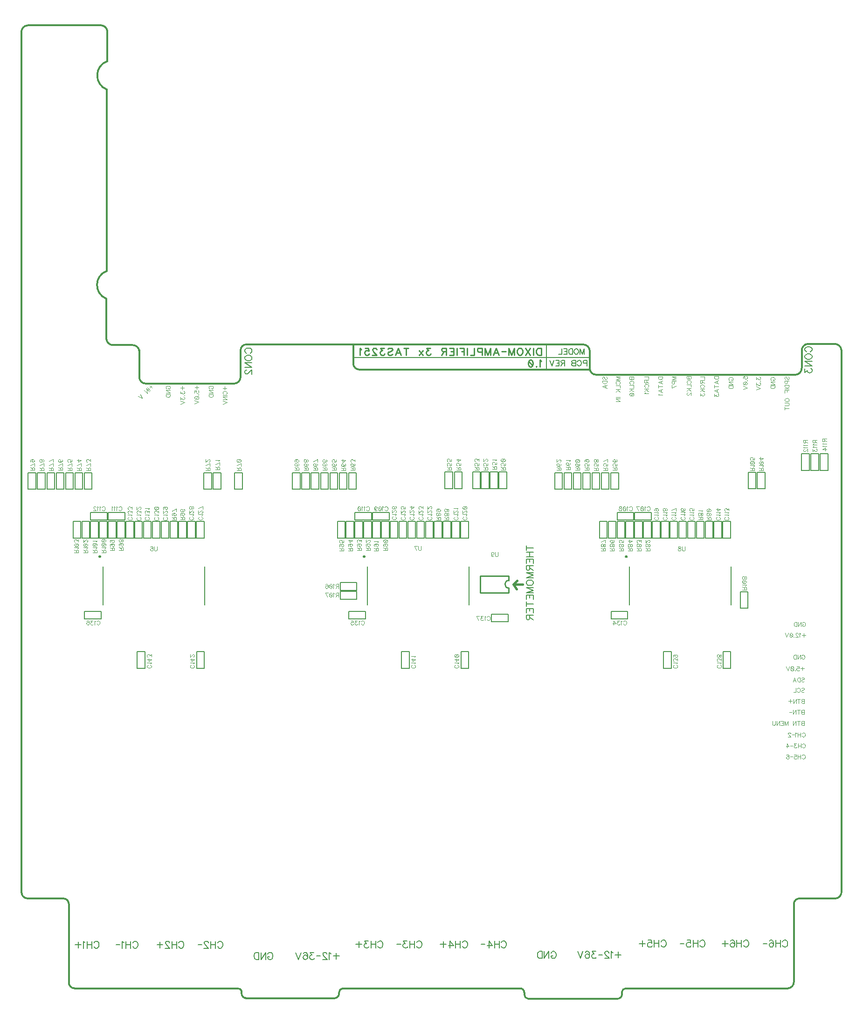
<source format=gbr>
G04 DipTrace 4.1.2.0*
G04 2_Layer_Bottom_Silk.gbr*
%MOIN*%
G04 #@! TF.FileFunction,Legend,Bot*
G04 #@! TF.Part,Single*
%ADD10C,0.009843*%
%ADD16C,0.015748*%
%ADD26C,0.011811*%
%ADD29C,0.005906*%
%ADD95C,0.004632*%
%ADD96C,0.010936*%
%ADD97C,0.006176*%
%ADD99C,0.00772*%
%FSLAX26Y26*%
G04*
G70*
G90*
G75*
G01*
G04 BotSilk*
%LPD*%
X4505906Y2785433D2*
D29*
Y2730315D1*
X4624016D1*
Y2785433D1*
X4505906D1*
X4379921D2*
Y2730315D1*
X4498031D1*
Y2785433D1*
X4379921D1*
X2631890D2*
Y2730315D1*
X2750000D1*
Y2785433D1*
X2631890D1*
X2505906D2*
Y2730315D1*
X2624016D1*
Y2785433D1*
X2505906D1*
X742126D2*
Y2730315D1*
X860236D1*
Y2785433D1*
X742126D1*
X616142D2*
Y2730315D1*
X734252D1*
Y2785433D1*
X616142D1*
X5190945Y2720472D2*
X5135827D1*
Y2602362D1*
X5190945D1*
Y2720472D1*
X5127953D2*
X5072835D1*
Y2602362D1*
X5127953D1*
Y2720472D1*
X4938976D2*
X4883858D1*
Y2602362D1*
X4938976D1*
Y2720472D1*
X4875984D2*
X4820866D1*
Y2602362D1*
X4875984D1*
Y2720472D1*
X4812992D2*
X4757874D1*
Y2602362D1*
X4812992D1*
Y2720472D1*
X4750000D2*
X4694882D1*
Y2602362D1*
X4750000D1*
Y2720472D1*
X4687008D2*
X4631890D1*
Y2602362D1*
X4687008D1*
Y2720472D1*
X3316929D2*
X3261811D1*
Y2602362D1*
X3316929D1*
Y2720472D1*
X3253937D2*
X3198819D1*
Y2602362D1*
X3253937D1*
Y2720472D1*
X3064961D2*
X3009843D1*
Y2602362D1*
X3064961D1*
Y2720472D1*
X3001969D2*
X2946850D1*
Y2602362D1*
X3001969D1*
Y2720472D1*
X2938976D2*
X2883858D1*
Y2602362D1*
X2938976D1*
Y2720472D1*
X2875984D2*
X2820866D1*
Y2602362D1*
X2875984D1*
Y2720472D1*
X2812992D2*
X2757874D1*
Y2602362D1*
X2812992D1*
Y2720472D1*
X1427165D2*
X1372047D1*
Y2602362D1*
X1427165D1*
Y2720472D1*
X1364173D2*
X1309055D1*
Y2602362D1*
X1364173D1*
Y2720472D1*
X1175197D2*
X1120079D1*
Y2602362D1*
X1175197D1*
Y2720472D1*
X1112205D2*
X1057087D1*
Y2602362D1*
X1112205D1*
Y2720472D1*
X1049213D2*
X994094D1*
Y2602362D1*
X1049213D1*
Y2720472D1*
X986220D2*
X931102D1*
Y2602362D1*
X986220D1*
Y2720472D1*
X923228D2*
X868110D1*
Y2602362D1*
X923228D1*
Y2720472D1*
X4336614Y2078740D2*
Y2023622D1*
X4454724D1*
Y2078740D1*
X4336614D1*
X2462598D2*
Y2023622D1*
X2580709D1*
Y2078740D1*
X2462598D1*
X572835D2*
Y2023622D1*
X690945D1*
Y2078740D1*
X572835D1*
X3482283Y2059055D2*
Y2003937D1*
X3600394D1*
Y2059055D1*
X3482283D1*
X5192912Y1789371D2*
X5137794Y1789369D1*
X5137797Y1671259D1*
X5192915Y1671261D1*
X5192912Y1789371D1*
X4767717Y1789370D2*
X4712598D1*
Y1671260D1*
X4767717D1*
Y1789370D1*
X3318896Y1789371D2*
X3263778Y1789369D1*
X3263781Y1671259D1*
X3318899Y1671261D1*
X3318896Y1789371D1*
X2893701Y1789370D2*
X2838583D1*
Y1671260D1*
X2893701D1*
Y1789370D1*
X1429132Y1789371D2*
X1374014Y1789369D1*
X1374017Y1671259D1*
X1429135Y1671261D1*
X1429132Y1789371D1*
X1003937Y1789370D2*
X948819D1*
Y1671260D1*
X1003937D1*
Y1789370D1*
X3590548Y3072835D2*
X3535430Y3072834D1*
X3535433Y2954724D1*
X3590551Y2954725D1*
X3590548Y3072835D1*
X3527556D2*
X3472438Y3072834D1*
X3472441Y2954724D1*
X3527559Y2954725D1*
X3527556Y3072835D1*
X3464564D2*
X3409446Y3072834D1*
X3409449Y2954724D1*
X3464567Y2954725D1*
X3464564Y3072835D1*
X3401572D2*
X3346454Y3072834D1*
X3346457Y2954724D1*
X3401575Y2954725D1*
X3401572Y3072835D1*
X3271651D2*
X3216533Y3072834D1*
X3216536Y2954724D1*
X3271654Y2954725D1*
X3271651Y3072835D1*
X3204722D2*
X3149603Y3072834D1*
X3149607Y2954724D1*
X3204725Y2954725D1*
X3204722Y3072835D1*
X4389761Y3068898D2*
X4334643Y3068897D1*
X4334646Y2950787D1*
X4389764Y2950788D1*
X4389761Y3068898D1*
X4322832D2*
X4267714Y3068897D1*
X4267717Y2950787D1*
X4322835Y2950788D1*
X4322832Y3068898D1*
X4255903D2*
X4200785Y3068897D1*
X4200788Y2950787D1*
X4255906Y2950788D1*
X4255903Y3068898D1*
X4188974D2*
X4133855Y3068897D1*
X4133858Y2950787D1*
X4188977Y2950788D1*
X4188974Y3068898D1*
X4122044D2*
X4066926Y3068897D1*
X4066929Y2950787D1*
X4122047Y2950788D1*
X4122044Y3068898D1*
X4055115D2*
X3999997Y3068897D1*
X4000000Y2950787D1*
X4055118Y2950788D1*
X4055115Y3068898D1*
X3988186D2*
X3933068Y3068897D1*
X3933071Y2950787D1*
X3988189Y2950788D1*
X3988186Y3068898D1*
X2515745D2*
X2460627Y3068897D1*
X2460630Y2950787D1*
X2515748Y2950788D1*
X2515745Y3068898D1*
X2448816D2*
X2393698Y3068897D1*
X2393701Y2950787D1*
X2448819Y2950788D1*
X2448816Y3068898D1*
X2381887D2*
X2326769Y3068897D1*
X2326772Y2950787D1*
X2381890Y2950788D1*
X2381887Y3068898D1*
X2314958D2*
X2259840Y3068897D1*
X2259843Y2950787D1*
X2314961Y2950788D1*
X2314958Y3068898D1*
X2248029D2*
X2192911Y3068897D1*
X2192914Y2950787D1*
X2248032Y2950788D1*
X2248029Y3068898D1*
X2181100D2*
X2125981Y3068897D1*
X2125984Y2950787D1*
X2181103Y2950788D1*
X2181100Y3068898D1*
X2114170D2*
X2059052Y3068897D1*
X2059055Y2950787D1*
X2114173Y2950788D1*
X2114170Y3068898D1*
X1700785D2*
X1645666Y3068897D1*
X1645669Y2950787D1*
X1700788Y2950788D1*
X1700785Y3068898D1*
X1547241D2*
X1492123Y3068897D1*
X1492126Y2950787D1*
X1547244Y2950788D1*
X1547241Y3068898D1*
X1480312D2*
X1425194Y3068897D1*
X1425197Y2950787D1*
X1480315Y2950788D1*
X1480312Y3068898D1*
X625981D2*
X570863Y3068897D1*
X570866Y2950787D1*
X625984Y2950788D1*
X625981Y3068898D1*
X559052D2*
X503934Y3068897D1*
X503937Y2950787D1*
X559055Y2950788D1*
X559052Y3068898D1*
X492123D2*
X437005Y3068897D1*
X437008Y2950787D1*
X492126Y2950788D1*
X492123Y3068898D1*
X425194D2*
X370076Y3068897D1*
X370079Y2950787D1*
X425197Y2950788D1*
X425194Y3068898D1*
X358265D2*
X303147Y3068897D1*
X303150Y2950787D1*
X358268Y2950788D1*
X358265Y3068898D1*
X291336D2*
X236218Y3068897D1*
X236221Y2950787D1*
X291339Y2950788D1*
X291336Y3068898D1*
X224407D2*
X169289Y3068897D1*
X169292Y2950787D1*
X224410Y2950788D1*
X224407Y3068898D1*
X5064961Y2720472D2*
X5009843D1*
Y2602362D1*
X5064961D1*
Y2720472D1*
X5001969D2*
X4946850D1*
Y2602362D1*
X5001969D1*
Y2720472D1*
X4624016D2*
X4568898D1*
Y2602362D1*
X4624016D1*
Y2720472D1*
X4561024D2*
X4505906D1*
Y2602362D1*
X4561024D1*
Y2720472D1*
X4498031D2*
X4442913D1*
Y2602362D1*
X4498031D1*
Y2720472D1*
X4435039D2*
X4379921D1*
Y2602362D1*
X4435039D1*
Y2720472D1*
X4372047D2*
X4316929D1*
Y2602362D1*
X4372047D1*
Y2720472D1*
X4309055D2*
X4253937D1*
Y2602362D1*
X4309055D1*
Y2720472D1*
X3190945D2*
X3135827D1*
Y2602362D1*
X3190945D1*
Y2720472D1*
X3127953D2*
X3072835D1*
Y2602362D1*
X3127953D1*
Y2720472D1*
X2750000D2*
X2694882D1*
Y2602362D1*
X2750000D1*
Y2720472D1*
X2687008D2*
X2631890D1*
Y2602362D1*
X2687008D1*
Y2720472D1*
X2624016D2*
X2568898D1*
Y2602362D1*
X2624016D1*
Y2720472D1*
X2561024D2*
X2505906D1*
Y2602362D1*
X2561024D1*
Y2720472D1*
X2498031D2*
X2442913D1*
Y2602362D1*
X2498031D1*
Y2720472D1*
X2435039D2*
X2379921D1*
Y2602362D1*
X2435039D1*
Y2720472D1*
X1301181D2*
X1246063D1*
Y2602362D1*
X1301181D1*
Y2720472D1*
X1238189D2*
X1183071D1*
Y2602362D1*
X1238189D1*
Y2720472D1*
X860236D2*
X805118D1*
Y2602362D1*
X860236D1*
Y2720472D1*
X797244D2*
X742126D1*
Y2602362D1*
X797244D1*
Y2720472D1*
X734252D2*
X679134D1*
Y2602362D1*
X734252D1*
Y2720472D1*
X671260D2*
X616142D1*
Y2602362D1*
X671260D1*
Y2720472D1*
X608268D2*
X553150D1*
Y2602362D1*
X608268D1*
Y2720472D1*
X545276D2*
X490157D1*
Y2602362D1*
X545276D1*
Y2720472D1*
X5437005Y3070867D2*
X5381887Y3070865D1*
X5381890Y2952755D1*
X5437009Y2952757D1*
X5437005Y3070867D1*
X5372045D2*
X5316927Y3070865D1*
X5316930Y2952755D1*
X5372048Y2952757D1*
X5372045Y3070867D1*
X2401575Y2283465D2*
Y2228346D1*
X2519685D1*
Y2283465D1*
X2401575D1*
Y2220472D2*
Y2165354D1*
X2519685D1*
Y2220472D1*
X2401575D1*
X5314958Y2218505D2*
X5259840Y2218503D1*
X5259843Y2100393D1*
X5314961Y2100394D1*
X5314958Y2218505D1*
X5698820Y3084645D2*
X5753938Y3084646D1*
X5753936Y3202756D1*
X5698818Y3202755D1*
X5698820Y3084645D1*
X5765749D2*
X5820867Y3084646D1*
X5820865Y3202756D1*
X5765747Y3202755D1*
X5765749Y3084645D1*
X5832678D2*
X5887796Y3084646D1*
X5887794Y3202756D1*
X5832676Y3202755D1*
X5832678Y3084645D1*
X704928Y2123818D2*
X704922Y2398818D1*
X1429928Y2123834D2*
X1429922Y2398834D1*
G36*
X691435Y2469487D2*
X691351Y2468202D1*
X691100Y2466939D1*
X690686Y2465720D1*
X690117Y2464566D1*
X689401Y2463495D1*
X688552Y2462527D1*
X687584Y2461678D1*
X686514Y2460963D1*
X685359Y2460393D1*
X684140Y2459980D1*
X682877Y2459728D1*
X681593Y2459644D1*
X680308Y2459728D1*
X679045Y2459979D1*
X677826Y2460393D1*
X676671Y2460963D1*
X675601Y2461678D1*
X674633Y2462527D1*
X673784Y2463495D1*
X673069Y2464565D1*
X672499Y2465720D1*
X672085Y2466939D1*
X671834Y2468202D1*
X671750Y2469486D1*
D1*
X671834Y2470771D1*
X672085Y2472034D1*
X672499Y2473253D1*
X673069Y2474408D1*
X673784Y2475478D1*
X674633Y2476446D1*
X675601Y2477295D1*
X676671Y2478010D1*
X677826Y2478580D1*
X679045Y2478994D1*
X680308Y2479245D1*
X681592Y2479329D1*
X682877Y2479245D1*
X684140Y2478994D1*
X685359Y2478580D1*
X686514Y2478011D1*
X687584Y2477295D1*
X688552Y2476446D1*
X689401Y2475479D1*
X690116Y2474408D1*
X690686Y2473253D1*
X691100Y2472034D1*
X691351Y2470772D1*
X691435Y2469487D1*
D1*
G37*
X2594985Y2123818D2*
D29*
X2594979Y2398818D1*
X3319985Y2123834D2*
X3319979Y2398834D1*
G36*
X2581491Y2469487D2*
X2581407Y2468202D1*
X2581156Y2466939D1*
X2580742Y2465720D1*
X2580173Y2464566D1*
X2579458Y2463495D1*
X2578609Y2462527D1*
X2577641Y2461678D1*
X2576570Y2460963D1*
X2575416Y2460393D1*
X2574197Y2459980D1*
X2572934Y2459728D1*
X2571649Y2459644D1*
X2570364Y2459728D1*
X2569102Y2459979D1*
X2567883Y2460393D1*
X2566728Y2460963D1*
X2565657Y2461678D1*
X2564689Y2462527D1*
X2563841Y2463495D1*
X2563125Y2464565D1*
X2562556Y2465720D1*
X2562142Y2466939D1*
X2561891Y2468202D1*
X2561806Y2469486D1*
D1*
X2561891Y2470771D1*
X2562142Y2472034D1*
X2562556Y2473253D1*
X2563125Y2474408D1*
X2563840Y2475478D1*
X2564689Y2476446D1*
X2565657Y2477295D1*
X2566728Y2478010D1*
X2567882Y2478580D1*
X2569101Y2478994D1*
X2570364Y2479245D1*
X2571649Y2479329D1*
X2572933Y2479245D1*
X2574196Y2478994D1*
X2575415Y2478580D1*
X2576570Y2478011D1*
X2577641Y2477295D1*
X2578609Y2476446D1*
X2579457Y2475479D1*
X2580173Y2474408D1*
X2580742Y2473253D1*
X2581156Y2472034D1*
X2581407Y2470772D1*
X2581491Y2469487D1*
D1*
G37*
X4469000Y2123811D2*
D29*
X4468994Y2398811D1*
X5194000Y2123827D2*
X5193994Y2398827D1*
G36*
X4455507Y2469480D2*
X4455423Y2468196D1*
X4455172Y2466933D1*
X4454758Y2465714D1*
X4454189Y2464559D1*
X4453473Y2463488D1*
X4452625Y2462520D1*
X4451657Y2461672D1*
X4450586Y2460956D1*
X4449431Y2460387D1*
X4448212Y2459973D1*
X4446950Y2459722D1*
X4445665Y2459638D1*
X4444380Y2459722D1*
X4443117Y2459973D1*
X4441898Y2460387D1*
X4440744Y2460956D1*
X4439673Y2461671D1*
X4438705Y2462520D1*
X4437856Y2463488D1*
X4437141Y2464559D1*
X4436571Y2465713D1*
X4436158Y2466932D1*
X4435906Y2468195D1*
X4435822Y2469480D1*
D1*
X4435906Y2470765D1*
X4436158Y2472027D1*
X4436571Y2473246D1*
X4437141Y2474401D1*
X4437856Y2475472D1*
X4438705Y2476440D1*
X4439673Y2477289D1*
X4440743Y2478004D1*
X4441898Y2478573D1*
X4443117Y2478987D1*
X4444380Y2479238D1*
X4445664Y2479323D1*
X4446949Y2479238D1*
X4448212Y2478987D1*
X4449431Y2478573D1*
X4450586Y2478004D1*
X4451656Y2477289D1*
X4452624Y2476440D1*
X4453473Y2475472D1*
X4454188Y2474401D1*
X4454758Y2473247D1*
X4455172Y2472028D1*
X4455423Y2470765D1*
X4455507Y2469480D1*
D1*
G37*
X3606299Y2330718D2*
D10*
X3401575D1*
Y2212589D2*
Y2330718D1*
X3606299Y2212589D2*
Y2244083D1*
Y2299224D2*
Y2330718D1*
X3606094Y2244083D2*
G02X3606094Y2299224I14J27571D01*
G01*
X3401575Y2212589D2*
X3606299D1*
X5747244Y3988189D2*
D26*
X5944094D1*
X779528Y3980315D2*
X909449D1*
X963780Y3944882D2*
Y3748031D1*
X1014961Y3704724D2*
X1641732D1*
X1688189Y3948819D2*
Y3751969D1*
X1731496Y3984252D2*
X4133858D1*
X4184252Y3937008D2*
Y3811024D1*
X4231496Y3767717D2*
X5652756D1*
X5700000Y3944882D2*
Y3818898D1*
X1011024Y3704724D2*
G02X963780Y3751969I-394J46850D01*
G01*
X778224Y3980224D2*
G02X728256Y4024924I-2633J47335D01*
G01*
X963780Y3937008D2*
G03X912264Y3980096I-46974J-3822D01*
G01*
X1688189Y3944882D2*
G02X1731496Y3984252I40501J-1047D01*
G01*
X5700000Y3940945D2*
G02X5743307Y3988189I47093J303D01*
G01*
X4184252Y3940945D2*
G03X4137008Y3984252I-46974J-3821D01*
G01*
X5700000Y3814961D2*
G02X5652756Y3767717I-46850J-394D01*
G01*
X1688189Y3751969D2*
G02X1640945Y3704724I-46850J-394D01*
G01*
X4231496Y3767717D2*
G02X4184252Y3814961I-394J46850D01*
G01*
X5983465Y3944882D2*
G03X5936220Y3988189I-46974J-3821D01*
G01*
X3875197Y3980315D2*
D29*
Y3801181D1*
X2493307Y3980315D2*
D26*
Y3850394D1*
X2543307Y3803150D2*
X4185039D1*
X2540837Y3804175D2*
G02X2493133Y3849703I-1468J46219D01*
G01*
X4185039Y3889764D2*
D29*
X2496063D1*
X3704724Y2271654D2*
D16*
X3637795D1*
X3665354Y2299213D1*
X3637795Y2271654D2*
X3661417Y2236220D1*
X728346Y4311024D2*
D26*
Y4023622D1*
X732769Y5804411D2*
X731810Y4509190D1*
X735433Y6220472D2*
X736220Y6007874D1*
X735433Y6220472D2*
G03X688189Y6263780I-46941J-3786D01*
G01*
X165142Y6262978D2*
G03X120888Y6212525I3215J-47454D01*
G01*
X688189Y6263780D2*
X169291D1*
X120888Y6212525D2*
X122047Y66929D1*
X731810Y4509190D2*
G03X728346Y4311024I35908J-99741D01*
G01*
X736220Y6007874D2*
G03X732769Y5804411I35433J-102362D01*
G01*
X5983465Y3944882D2*
X5984252Y78740D1*
X5941470Y27559D2*
G03X5984722Y76794I-3787J46943D01*
G01*
X5687535Y27215D2*
G03X5643790Y-11887I-4465J-39026D01*
G01*
X5681102Y27559D2*
X5940157D1*
X5643790Y-11887D2*
X5643701Y-566929D1*
X5602735Y-614112D2*
G03X5643836Y-568008I-4309J45214D01*
G01*
X5602735Y-614112D2*
X4437008Y-614173D1*
X4441003Y-614478D2*
G03X4414642Y-641672I687J-27039D01*
G01*
X4378214Y-688680D2*
G03X4415224Y-653944I3676J33168D01*
G01*
X3716770Y-658753D2*
G03X3745648Y-688747I29292J-696D01*
G01*
X3716394Y-645448D2*
G03X3684285Y-614390I-29386J1746D01*
G01*
X4377953Y-688976D2*
X3744094D1*
X3687008Y-614173D2*
X2421260D1*
X3716535Y-645669D2*
Y-659449D1*
X4415354Y-653543D2*
X4414642Y-641672D1*
X2418404Y-614492D2*
G03X2392000Y-645976I2856J-29209D01*
G01*
X2356510Y-685346D2*
G03X2392045Y-649944I1757J33771D01*
G01*
X2391732Y-657480D2*
X2392000Y-645976D1*
X2358268Y-685039D2*
X1723507Y-684613D1*
X1695752Y-644592D2*
G03X1734713Y-684295I32595J-6983D01*
G01*
X1695105Y-645434D2*
G03X1668243Y-614333I-26708J4083D01*
G01*
X1669291Y-614173D2*
X500000D1*
X461513Y-568308D2*
G03X499619Y-613832I38486J-6495D01*
G01*
X461230Y-569152D2*
X460630Y-11811D1*
X421260Y27559D2*
X161417D1*
X460247Y-15458D2*
G03X422424Y27114I-39048J3396D01*
G01*
X122215Y74618D2*
G03X164001Y27585I43138J-3753D01*
G01*
X4280631Y3733623D2*
D95*
X4277746Y3736475D1*
X4276320Y3740786D1*
Y3746523D1*
X4277746Y3750834D1*
X4280631Y3753719D1*
X4283483D1*
X4286368Y3752260D1*
X4287794Y3750834D1*
X4289219Y3747982D1*
X4292105Y3739360D1*
X4293531Y3736475D1*
X4294990Y3735049D1*
X4297842Y3733623D1*
X4302153D1*
X4305004Y3736475D1*
X4306464Y3740786D1*
Y3746523D1*
X4305004Y3750834D1*
X4302153Y3753719D1*
X4276320Y3724360D2*
X4306464D1*
Y3714312D1*
X4305004Y3710001D1*
X4302153Y3707116D1*
X4299267Y3705690D1*
X4294990Y3704264D1*
X4287794D1*
X4283483Y3705690D1*
X4280631Y3707116D1*
X4277746Y3710001D1*
X4276320Y3714312D1*
Y3724360D1*
X4306464Y3672019D2*
X4276320Y3683526D1*
X4306464Y3695000D1*
X4296416Y3690689D2*
Y3676330D1*
X4802527Y3731481D2*
X4772383D1*
X4802527Y3742955D1*
X4772383Y3754429D1*
X4802527D1*
X4788168Y3722218D2*
Y3709285D1*
X4786742Y3705007D1*
X4785282Y3703548D1*
X4782431Y3702122D1*
X4778120D1*
X4775268Y3703548D1*
X4773809Y3705007D1*
X4772383Y3709285D1*
Y3722218D1*
X4802527D1*
Y3687121D2*
X4772416Y3672762D1*
Y3692858D1*
X5185057Y3728261D2*
X5182205Y3729687D1*
X5179320Y3732572D1*
X5177894Y3735424D1*
Y3741161D1*
X5179320Y3744046D1*
X5182205Y3746898D1*
X5185057Y3748357D1*
X5189368Y3749783D1*
X5196564D1*
X5200842Y3748357D1*
X5203727Y3746898D1*
X5206579Y3744046D1*
X5208038Y3741161D1*
Y3735424D1*
X5206579Y3732572D1*
X5203727Y3729687D1*
X5200842Y3728261D1*
X5196564D1*
Y3735424D1*
X5177894Y3698901D2*
X5208038D1*
X5177894Y3718997D1*
X5208038D1*
X5177894Y3689638D2*
X5208038D1*
Y3679590D1*
X5206579Y3675279D1*
X5203727Y3672394D1*
X5200842Y3670968D1*
X5196564Y3669542D1*
X5189368D1*
X5185057Y3670968D1*
X5182205Y3672394D1*
X5179320Y3675279D1*
X5177894Y3679590D1*
Y3689638D1*
X5280290Y3740446D2*
Y3754771D1*
X5293190Y3756197D1*
X5291764Y3754771D1*
X5290305Y3750460D1*
Y3746182D1*
X5291764Y3741871D1*
X5294616Y3738986D1*
X5298927Y3737560D1*
X5301779D1*
X5306090Y3738986D1*
X5308975Y3741871D1*
X5310401Y3746182D1*
Y3750460D1*
X5308975Y3754771D1*
X5307516Y3756197D1*
X5304664Y3757656D1*
X5307516Y3726871D2*
X5308975Y3728297D1*
X5310401Y3726871D1*
X5308975Y3725412D1*
X5307516Y3726871D1*
X5280290Y3707526D2*
X5281716Y3711837D1*
X5286027Y3714722D1*
X5293190Y3716148D1*
X5297501D1*
X5304664Y3714722D1*
X5308975Y3711837D1*
X5310401Y3707526D1*
Y3704674D1*
X5308975Y3700363D1*
X5304664Y3697511D1*
X5297501Y3696052D1*
X5293190D1*
X5286027Y3697511D1*
X5281716Y3700363D1*
X5280290Y3704674D1*
Y3707526D1*
X5286027Y3697511D2*
X5304664Y3714722D1*
X5280257Y3686789D2*
X5310401Y3675315D1*
X5280257Y3663841D1*
X5484270Y3728261D2*
X5481418Y3729687D1*
X5478533Y3732572D1*
X5477107Y3735424D1*
Y3741161D1*
X5478533Y3744046D1*
X5481418Y3746898D1*
X5484270Y3748357D1*
X5488581Y3749783D1*
X5495777D1*
X5500055Y3748357D1*
X5502940Y3746898D1*
X5505792Y3744046D1*
X5507251Y3741161D1*
Y3735424D1*
X5505792Y3732572D1*
X5502940Y3729687D1*
X5500055Y3728261D1*
X5495777D1*
Y3735424D1*
X5477107Y3698901D2*
X5507251D1*
X5477107Y3718997D1*
X5507251D1*
X5477107Y3689638D2*
X5507251D1*
Y3679590D1*
X5505792Y3675279D1*
X5502940Y3672394D1*
X5500055Y3670968D1*
X5495777Y3669542D1*
X5488581D1*
X5484270Y3670968D1*
X5481418Y3672394D1*
X5478533Y3675279D1*
X5477107Y3679590D1*
Y3689638D1*
X5374778Y3750834D2*
Y3735083D1*
X5386252Y3743671D1*
Y3739360D1*
X5387678Y3736509D1*
X5389104Y3735083D1*
X5393415Y3733623D1*
X5396267D1*
X5400578Y3735083D1*
X5403463Y3737934D1*
X5404889Y3742245D1*
Y3746557D1*
X5403463Y3750834D1*
X5402004Y3752260D1*
X5399152Y3753719D1*
X5402004Y3722934D2*
X5403463Y3724360D1*
X5404889Y3722934D1*
X5403463Y3721475D1*
X5402004Y3722934D1*
X5374778Y3709326D2*
Y3693574D1*
X5386252Y3702163D1*
Y3697852D1*
X5387678Y3695000D1*
X5389104Y3693574D1*
X5393415Y3692115D1*
X5396267D1*
X5400578Y3693574D1*
X5403463Y3696426D1*
X5404889Y3700737D1*
Y3705048D1*
X5403463Y3709326D1*
X5402004Y3710752D1*
X5399152Y3712211D1*
X5374745Y3682852D2*
X5404889Y3671378D1*
X5374745Y3659904D1*
X3836543Y3958657D2*
D96*
Y3908417D1*
X3819796D1*
X3812611Y3910849D1*
X3807803Y3915602D1*
X3805426Y3920411D1*
X3803050Y3927541D1*
Y3939534D1*
X3805426Y3946719D1*
X3807803Y3951472D1*
X3812611Y3956281D1*
X3819796Y3958657D1*
X3836543D1*
X3781177D2*
Y3908417D1*
X3759305Y3958657D2*
X3725812Y3908417D1*
Y3958657D2*
X3759305Y3908417D1*
X3689570Y3958657D2*
X3694378Y3956281D1*
X3699131Y3951472D1*
X3701563Y3946719D1*
X3703940Y3939534D1*
Y3927541D1*
X3701563Y3920411D1*
X3699131Y3915602D1*
X3694378Y3910849D1*
X3689570Y3908417D1*
X3680008D1*
X3675255Y3910849D1*
X3670446Y3915602D1*
X3668070Y3920411D1*
X3665693Y3927541D1*
Y3939534D1*
X3668070Y3946719D1*
X3670446Y3951472D1*
X3675255Y3956281D1*
X3680008Y3958657D1*
X3689570D1*
X3605574Y3908417D2*
Y3958657D1*
X3624698Y3908417D1*
X3643821Y3958657D1*
Y3908417D1*
X3583702Y3933510D2*
X3556067D1*
X3495893Y3908417D2*
X3515072Y3958657D1*
X3534195Y3908417D1*
X3527010Y3925164D2*
X3503078D1*
X3435774Y3908417D2*
Y3958657D1*
X3454898Y3908417D1*
X3474021Y3958657D1*
Y3908417D1*
X3413902Y3932349D2*
X3392347D1*
X3385217Y3934726D1*
X3382785Y3937158D1*
X3380409Y3941911D1*
Y3949096D1*
X3382785Y3953849D1*
X3385217Y3956281D1*
X3392347Y3958657D1*
X3413902D1*
Y3908417D1*
X3358537Y3958657D2*
Y3908417D1*
X3329852D1*
X3307979Y3958657D2*
Y3908417D1*
X3254990Y3958657D2*
X3286107D1*
Y3908417D1*
Y3934726D2*
X3266984D1*
X3233118Y3958657D2*
Y3908417D1*
X3180184Y3958657D2*
X3211246D1*
Y3908417D1*
X3180184D1*
X3211246Y3934726D2*
X3192123D1*
X3158312D2*
X3136812D1*
X3129627Y3937158D1*
X3127195Y3939534D1*
X3124819Y3944287D1*
Y3949096D1*
X3127195Y3953849D1*
X3129627Y3956281D1*
X3136812Y3958657D1*
X3158312D1*
Y3908417D1*
X3141565Y3934726D2*
X3124819Y3908417D1*
X3043104Y3958602D2*
X3016851D1*
X3031166Y3939479D1*
X3023981D1*
X3019228Y3937102D1*
X3016851Y3934726D1*
X3014419Y3927541D1*
Y3922788D1*
X3016851Y3915602D1*
X3021604Y3910794D1*
X3028789Y3908417D1*
X3035974D1*
X3043104Y3910794D1*
X3045481Y3913226D1*
X3047913Y3917979D1*
X2992547Y3941911D2*
X2966239Y3908417D1*
Y3941911D2*
X2992547Y3908417D1*
X2872586Y3958657D2*
Y3908417D1*
X2889332Y3958657D2*
X2855839D1*
X2795665Y3908417D2*
X2814844Y3958657D1*
X2833967Y3908417D1*
X2826782Y3925164D2*
X2802850D1*
X2740299Y3951472D2*
X2745053Y3956281D1*
X2752238Y3958657D1*
X2761799D1*
X2768984Y3956281D1*
X2773793Y3951472D1*
Y3946719D1*
X2771361Y3941911D1*
X2768984Y3939534D1*
X2764231Y3937158D1*
X2749861Y3932349D1*
X2745053Y3929973D1*
X2742676Y3927541D1*
X2740299Y3922788D1*
Y3915602D1*
X2745053Y3910849D1*
X2752238Y3908417D1*
X2761799D1*
X2768984Y3910849D1*
X2773793Y3915602D1*
X2713619Y3958602D2*
X2687366D1*
X2701680Y3939479D1*
X2694495D1*
X2689742Y3937102D1*
X2687366Y3934726D1*
X2684934Y3927541D1*
Y3922788D1*
X2687366Y3915602D1*
X2692119Y3910794D1*
X2699304Y3908417D1*
X2706489D1*
X2713619Y3910794D1*
X2715995Y3913226D1*
X2718427Y3917979D1*
X2660630Y3946664D2*
Y3949041D1*
X2658253Y3953849D1*
X2655876Y3956226D1*
X2651068Y3958602D1*
X2641506D1*
X2636753Y3956226D1*
X2634377Y3953849D1*
X2631945Y3949041D1*
Y3944287D1*
X2634377Y3939479D1*
X2639130Y3932349D1*
X2663062Y3908417D1*
X2629568D1*
X2579011Y3958602D2*
X2602887D1*
X2605264Y3937102D1*
X2602887Y3939479D1*
X2595702Y3941911D1*
X2588573D1*
X2581388Y3939479D1*
X2576579Y3934726D1*
X2574203Y3927541D1*
Y3922788D1*
X2576579Y3915602D1*
X2581388Y3910794D1*
X2588573Y3908417D1*
X2595702D1*
X2602887Y3910794D1*
X2605264Y3913226D1*
X2607696Y3917979D1*
X2552330Y3949041D2*
X2547522Y3951472D1*
X2540337Y3958602D1*
Y3908417D1*
X4115780Y3913623D2*
D97*
Y3953815D1*
X4131078Y3913623D1*
X4146377Y3953815D1*
Y3913623D1*
X4091932Y3953815D2*
X4095779Y3951914D1*
X4099581Y3948067D1*
X4101527Y3944264D1*
X4103428Y3938516D1*
Y3928922D1*
X4101527Y3923218D1*
X4099581Y3919371D1*
X4095779Y3915568D1*
X4091932Y3913623D1*
X4084283D1*
X4080480Y3915568D1*
X4076633Y3919371D1*
X4074732Y3923218D1*
X4072831Y3928922D1*
Y3938516D1*
X4074732Y3944264D1*
X4076633Y3948067D1*
X4080480Y3951914D1*
X4084283Y3953815D1*
X4091932D1*
X4060480D2*
Y3913623D1*
X4047082D1*
X4041334Y3915568D1*
X4037487Y3919371D1*
X4035586Y3923218D1*
X4033685Y3928922D1*
Y3938516D1*
X4035586Y3944264D1*
X4037487Y3948067D1*
X4041334Y3951914D1*
X4047082Y3953815D1*
X4060480D1*
X3996484D2*
X4021333D1*
Y3913623D1*
X3996484D1*
X4021333Y3934670D2*
X4006035D1*
X3984133Y3953815D2*
Y3913623D1*
X3961185D1*
X4163357Y3850091D2*
X4146113D1*
X4140409Y3851992D1*
X4138464Y3853938D1*
X4136562Y3857740D1*
Y3863488D1*
X4138464Y3867291D1*
X4140409Y3869236D1*
X4146113Y3871138D1*
X4163357D1*
Y3830946D1*
X4095515Y3861587D2*
X4097416Y3865390D1*
X4101263Y3869236D1*
X4105066Y3871138D1*
X4112715D1*
X4116562Y3869236D1*
X4120364Y3865390D1*
X4122310Y3861587D1*
X4124211Y3855839D1*
Y3846244D1*
X4122310Y3840541D1*
X4120364Y3836694D1*
X4116562Y3832891D1*
X4112715Y3830946D1*
X4105066D1*
X4101263Y3832891D1*
X4097416Y3836694D1*
X4095515Y3840541D1*
X4083164Y3871138D2*
Y3830946D1*
X4065919D1*
X4060171Y3832891D1*
X4058270Y3834793D1*
X4056369Y3838595D1*
Y3844343D1*
X4058270Y3848190D1*
X4060171Y3850091D1*
X4065919Y3851992D1*
X4060171Y3853938D1*
X4058270Y3855839D1*
X4056369Y3859642D1*
Y3863488D1*
X4058270Y3867291D1*
X4060171Y3869236D1*
X4065919Y3871138D1*
X4083164D1*
Y3851992D2*
X4065919D1*
X4005137D2*
X3987937D1*
X3982189Y3853938D1*
X3980243Y3855839D1*
X3978342Y3859642D1*
Y3863488D1*
X3980243Y3867291D1*
X3982189Y3869236D1*
X3987937Y3871138D1*
X4005137D1*
Y3830946D1*
X3991739Y3851992D2*
X3978342Y3830946D1*
X3941141Y3871138D2*
X3965991D1*
Y3830946D1*
X3941141D1*
X3965991Y3851992D2*
X3950692D1*
X3928790Y3871138D2*
X3913491Y3830946D1*
X3898193Y3871138D1*
X3839101Y3864395D2*
D96*
X3834293Y3866827D1*
X3827108Y3873957D1*
Y3823772D1*
X3802859Y3828580D2*
X3805235Y3826148D1*
X3802859Y3823772D1*
X3800427Y3826148D1*
X3802859Y3828580D1*
X3764185Y3873957D2*
X3771370Y3871580D1*
X3776178Y3864395D1*
X3778555Y3852457D1*
Y3845272D1*
X3776178Y3833333D1*
X3771370Y3826148D1*
X3764185Y3823772D1*
X3759431D1*
X3752246Y3826148D1*
X3747493Y3833333D1*
X3745061Y3845272D1*
Y3852457D1*
X3747493Y3864395D1*
X3752246Y3871580D1*
X3759431Y3873957D1*
X3764185D1*
X3747493Y3864395D2*
X3776178Y3833333D1*
X5734905Y3932387D2*
D99*
X5730152Y3934764D1*
X5725343Y3939572D1*
X5722967Y3944325D1*
Y3953887D1*
X5725343Y3958695D1*
X5730152Y3963449D1*
X5734905Y3965880D1*
X5742090Y3968257D1*
X5754083D1*
X5761213Y3965880D1*
X5766022Y3963449D1*
X5770775Y3958695D1*
X5773207Y3953887D1*
Y3944325D1*
X5770775Y3939572D1*
X5766022Y3934764D1*
X5761213Y3932387D1*
X5722967Y3902578D2*
X5725343Y3907386D1*
X5730152Y3912139D1*
X5734905Y3914571D1*
X5742090Y3916948D1*
X5754083D1*
X5761213Y3914571D1*
X5766022Y3912139D1*
X5770775Y3907386D1*
X5773207Y3902578D1*
Y3893016D1*
X5770775Y3888263D1*
X5766022Y3883455D1*
X5761213Y3881078D1*
X5754083Y3878701D1*
X5742090D1*
X5734905Y3881078D1*
X5730152Y3883455D1*
X5725343Y3888263D1*
X5722967Y3893016D1*
Y3902578D1*
Y3829769D2*
X5773207D1*
X5722967Y3863262D1*
X5773207D1*
X5723022Y3809521D2*
Y3783268D1*
X5742145Y3797583D1*
Y3790398D1*
X5744522Y3785645D1*
X5746898Y3783268D1*
X5754083Y3780836D1*
X5758836D1*
X5766022Y3783268D1*
X5770830Y3788021D1*
X5773207Y3795206D1*
Y3802391D1*
X5770830Y3809521D1*
X5768398Y3811898D1*
X5763645Y3814330D1*
X1730968Y3922545D2*
X1726215Y3924921D1*
X1721406Y3929730D1*
X1719030Y3934483D1*
Y3944044D1*
X1721406Y3948853D1*
X1726215Y3953606D1*
X1730968Y3956038D1*
X1738153Y3958415D1*
X1750146D1*
X1757276Y3956038D1*
X1762085Y3953606D1*
X1766838Y3948853D1*
X1769270Y3944044D1*
Y3934483D1*
X1766838Y3929730D1*
X1762085Y3924921D1*
X1757276Y3922545D1*
X1719030Y3892735D2*
X1721406Y3897544D1*
X1726215Y3902297D1*
X1730968Y3904729D1*
X1738153Y3907105D1*
X1750146D1*
X1757276Y3904729D1*
X1762085Y3902297D1*
X1766838Y3897544D1*
X1769270Y3892735D1*
Y3883174D1*
X1766838Y3878420D1*
X1762085Y3873612D1*
X1757276Y3871235D1*
X1750146Y3868859D1*
X1738153D1*
X1730968Y3871235D1*
X1726215Y3873612D1*
X1721406Y3878420D1*
X1719030Y3883174D1*
Y3892735D1*
Y3819926D2*
X1769270D1*
X1719030Y3853420D1*
X1769270D1*
X1731023Y3802055D2*
X1728646D1*
X1723838Y3799679D1*
X1721461Y3797302D1*
X1719085Y3792494D1*
Y3782932D1*
X1721461Y3778179D1*
X1723838Y3775802D1*
X1728646Y3773370D1*
X1733400D1*
X1738208Y3775802D1*
X1745338Y3780555D1*
X1769270Y3804487D1*
Y3770994D1*
X1037467Y3691281D2*
D95*
X1055734Y3673015D1*
Y3691258D2*
X1037467Y3672991D1*
X1020236Y3677122D2*
X1041551Y3655807D1*
X999476Y3656362D2*
X1020791Y3635046D1*
X1013686Y3670572D1*
X1035001Y3649257D1*
X972306Y3629192D2*
X985508Y3599763D1*
X956079Y3612965D1*
X1161435Y3667746D2*
X1158583Y3669172D1*
X1155698Y3672057D1*
X1154272Y3674909D1*
Y3680646D1*
X1155698Y3683531D1*
X1158583Y3686383D1*
X1161435Y3687842D1*
X1165746Y3689268D1*
X1172942D1*
X1177220Y3687842D1*
X1180105Y3686383D1*
X1182957Y3683531D1*
X1184416Y3680646D1*
Y3674909D1*
X1182957Y3672057D1*
X1180105Y3669172D1*
X1177220Y3667746D1*
X1172942D1*
Y3674909D1*
X1154272Y3638387D2*
X1184416D1*
X1154272Y3658483D1*
X1184416D1*
X1154272Y3629123D2*
X1184416D1*
Y3619075D1*
X1182957Y3614764D1*
X1180105Y3611879D1*
X1177220Y3610453D1*
X1172942Y3609027D1*
X1165746D1*
X1161435Y3610453D1*
X1158583Y3611879D1*
X1155698Y3614764D1*
X1154272Y3619075D1*
Y3629123D1*
X1258807Y3673858D2*
X1284640D1*
X1271740Y3686758D2*
Y3660925D1*
X1256668Y3648777D2*
Y3633025D1*
X1268142Y3641614D1*
Y3637303D1*
X1269568Y3634451D1*
X1270994Y3633025D1*
X1275305Y3631566D1*
X1278156D1*
X1282468Y3633025D1*
X1285353Y3635877D1*
X1286779Y3640188D1*
Y3644499D1*
X1285353Y3648777D1*
X1283893Y3650203D1*
X1281042Y3651662D1*
X1283893Y3620876D2*
X1285353Y3622302D1*
X1286779Y3620876D1*
X1285353Y3619417D1*
X1283893Y3620876D1*
X1256668Y3607268D2*
Y3591517D1*
X1268142Y3600106D1*
Y3595795D1*
X1269568Y3592943D1*
X1270994Y3591517D1*
X1275305Y3590058D1*
X1278156D1*
X1282468Y3591517D1*
X1285353Y3594369D1*
X1286779Y3598680D1*
Y3602991D1*
X1285353Y3607268D1*
X1283893Y3608694D1*
X1281042Y3610154D1*
X1256635Y3580794D2*
X1286779Y3569320D1*
X1256635Y3557846D1*
X1361169Y3677795D2*
X1387002D1*
X1374102Y3690695D2*
Y3664862D1*
X1359030Y3638388D2*
Y3652714D1*
X1371930Y3654140D1*
X1370504Y3652714D1*
X1369045Y3648403D1*
Y3644125D1*
X1370504Y3639814D1*
X1373356Y3636929D1*
X1377667Y3635503D1*
X1380519D1*
X1384830Y3636929D1*
X1387715Y3639814D1*
X1389141Y3644125D1*
Y3648403D1*
X1387715Y3652714D1*
X1386256Y3654140D1*
X1383404Y3655599D1*
X1386256Y3624813D2*
X1387715Y3626239D1*
X1389141Y3624813D1*
X1387715Y3623354D1*
X1386256Y3624813D1*
X1359030Y3605468D2*
X1360456Y3609780D1*
X1364767Y3612665D1*
X1371930Y3614091D1*
X1376241D1*
X1383404Y3612665D1*
X1387715Y3609780D1*
X1389141Y3605468D1*
Y3602617D1*
X1387715Y3598306D1*
X1383404Y3595454D1*
X1376241Y3593995D1*
X1371930D1*
X1364767Y3595454D1*
X1360456Y3598306D1*
X1359030Y3602617D1*
Y3605468D1*
X1364767Y3595454D2*
X1383404Y3612665D1*
X1358997Y3584731D2*
X1389141Y3573257D1*
X1358997Y3561783D1*
X1468522Y3667746D2*
X1465670Y3669172D1*
X1462785Y3672057D1*
X1461359Y3674909D1*
Y3680646D1*
X1462785Y3683531D1*
X1465670Y3686383D1*
X1468522Y3687842D1*
X1472833Y3689268D1*
X1480029D1*
X1484307Y3687842D1*
X1487192Y3686383D1*
X1490044Y3683531D1*
X1491503Y3680646D1*
Y3674909D1*
X1490044Y3672057D1*
X1487192Y3669172D1*
X1484307Y3667746D1*
X1480029D1*
Y3674909D1*
X1461359Y3638387D2*
X1491503D1*
X1461359Y3658483D1*
X1491503D1*
X1461359Y3629123D2*
X1491503D1*
Y3619075D1*
X1490044Y3614764D1*
X1487192Y3611879D1*
X1484307Y3610453D1*
X1480029Y3609027D1*
X1472833D1*
X1468522Y3610453D1*
X1465670Y3611879D1*
X1462785Y3614764D1*
X1461359Y3619075D1*
Y3629123D1*
X1561956Y3672399D2*
X1587789D1*
X1574889Y3685299D2*
Y3659466D1*
X1566947Y3628681D2*
X1564095Y3630107D1*
X1561210Y3632992D1*
X1559784Y3635844D1*
Y3641581D1*
X1561210Y3644466D1*
X1564095Y3647318D1*
X1566947Y3648777D1*
X1571258Y3650203D1*
X1578454D1*
X1582732Y3648777D1*
X1585617Y3647318D1*
X1588469Y3644466D1*
X1589928Y3641581D1*
Y3635844D1*
X1588469Y3632992D1*
X1585617Y3630107D1*
X1582732Y3628681D1*
X1559784Y3619417D2*
X1589928D1*
X1559784Y3590058D2*
X1589928D1*
X1559784Y3610154D1*
X1589928D1*
X1559784Y3580794D2*
X1589928Y3569320D1*
X1559784Y3557846D1*
X5583780Y3734179D2*
X5580895Y3737031D1*
X5579469Y3741342D1*
Y3747079D1*
X5580895Y3751390D1*
X5583780Y3754275D1*
X5586632D1*
X5589517Y3752816D1*
X5590943Y3751390D1*
X5592369Y3748538D1*
X5595254Y3739916D1*
X5596680Y3737031D1*
X5598139Y3735605D1*
X5600991Y3734179D1*
X5605302D1*
X5608154Y3737031D1*
X5609613Y3741342D1*
Y3747079D1*
X5608154Y3751390D1*
X5605302Y3754275D1*
X5595254Y3724915D2*
Y3711982D1*
X5593828Y3707704D1*
X5592369Y3706245D1*
X5589517Y3704819D1*
X5585206D1*
X5582354Y3706245D1*
X5580895Y3707704D1*
X5579469Y3711982D1*
Y3724915D1*
X5609613D1*
X5579469Y3695556D2*
X5609613D1*
Y3685508D1*
X5608154Y3681197D1*
X5605302Y3678312D1*
X5602417Y3676886D1*
X5598139Y3675460D1*
X5590943D1*
X5586632Y3676886D1*
X5583780Y3678312D1*
X5580895Y3681197D1*
X5579469Y3685508D1*
Y3695556D1*
Y3666196D2*
X5609613D1*
X5579469Y3638263D2*
Y3656933D1*
X5609613D1*
X5593828D2*
Y3645459D1*
X5579469Y3591216D2*
X5580895Y3594102D1*
X5583780Y3596953D1*
X5586632Y3598413D1*
X5590943Y3599839D1*
X5598139D1*
X5602417Y3598413D1*
X5605302Y3596953D1*
X5608154Y3594102D1*
X5609613Y3591216D1*
Y3585480D1*
X5608154Y3582628D1*
X5605302Y3579743D1*
X5602417Y3578317D1*
X5598139Y3576891D1*
X5590943D1*
X5586632Y3578317D1*
X5583780Y3579743D1*
X5580895Y3582628D1*
X5579469Y3585480D1*
Y3591216D1*
Y3567627D2*
X5600991D1*
X5605302Y3566201D1*
X5608154Y3563316D1*
X5609613Y3559005D1*
Y3556153D1*
X5608154Y3551842D1*
X5605302Y3548957D1*
X5600991Y3547531D1*
X5579469D1*
Y3528220D2*
X5609613D1*
X5579469Y3538268D2*
Y3518172D1*
X4469233Y3752976D2*
X4499377D1*
Y3740043D1*
X4497918Y3735732D1*
X4496492Y3734306D1*
X4493640Y3732880D1*
X4489329D1*
X4486444Y3734306D1*
X4485018Y3735732D1*
X4483592Y3740043D1*
X4482133Y3735732D1*
X4480707Y3734306D1*
X4477855Y3732880D1*
X4474970D1*
X4472118Y3734306D1*
X4470659Y3735732D1*
X4469233Y3740043D1*
Y3752976D1*
X4483592D2*
Y3740043D1*
X4476396Y3702095D2*
X4473544Y3703521D1*
X4470659Y3706406D1*
X4469233Y3709258D1*
Y3714995D1*
X4470659Y3717880D1*
X4473544Y3720732D1*
X4476396Y3722191D1*
X4480707Y3723617D1*
X4487903D1*
X4492181Y3722191D1*
X4495066Y3720732D1*
X4497918Y3717880D1*
X4499377Y3714995D1*
Y3709258D1*
X4497918Y3706406D1*
X4495066Y3703521D1*
X4492181Y3702095D1*
X4469233Y3692831D2*
X4499377D1*
Y3675620D1*
X4469233Y3666357D2*
X4499377D1*
X4469233Y3646261D2*
X4489329Y3666357D1*
X4482133Y3659194D2*
X4499377Y3646261D1*
X4469266Y3628375D2*
X4470692Y3632686D1*
X4475003Y3635571D1*
X4482166Y3636997D1*
X4486477D1*
X4493640Y3635571D1*
X4497951Y3632686D1*
X4499377Y3628375D1*
Y3625523D1*
X4497951Y3621212D1*
X4493640Y3618360D1*
X4486477Y3616901D1*
X4482166D1*
X4475003Y3618360D1*
X4470692Y3621212D1*
X4469266Y3625523D1*
Y3628375D1*
X4475003Y3618360D2*
X4493640Y3635571D1*
X4400952Y3731934D2*
X4370808D1*
X4400952Y3743408D1*
X4370808Y3754882D1*
X4400952D1*
X4377971Y3701149D2*
X4375119Y3702575D1*
X4372234Y3705460D1*
X4370808Y3708312D1*
Y3714049D1*
X4372234Y3716934D1*
X4375119Y3719786D1*
X4377971Y3721245D1*
X4382282Y3722671D1*
X4389478D1*
X4393756Y3721245D1*
X4396641Y3719786D1*
X4399493Y3716934D1*
X4400952Y3714049D1*
Y3708312D1*
X4399493Y3705460D1*
X4396641Y3702575D1*
X4393756Y3701149D1*
X4370808Y3691885D2*
X4400952D1*
Y3674674D1*
X4370808Y3665411D2*
X4400952D1*
X4370808Y3645315D2*
X4390904Y3665411D1*
X4383708Y3658248D2*
X4400952Y3645315D1*
X4370808Y3606891D2*
X4400952D1*
X4370808Y3577531D2*
X4400952D1*
X4370808Y3597627D1*
X4400952D1*
X4575532Y3755824D2*
X4605676D1*
Y3738613D1*
X4589891Y3729350D2*
Y3716450D1*
X4588432Y3712139D1*
X4587006Y3710680D1*
X4584154Y3709254D1*
X4581269D1*
X4578417Y3710680D1*
X4576958Y3712139D1*
X4575532Y3716450D1*
Y3729350D1*
X4605676D1*
X4589891Y3719302D2*
X4605676Y3709254D1*
X4582695Y3678468D2*
X4579843Y3679894D1*
X4576958Y3682779D1*
X4575532Y3685631D1*
Y3691368D1*
X4576958Y3694253D1*
X4579843Y3697105D1*
X4582695Y3698564D1*
X4587006Y3699990D1*
X4594202D1*
X4598480Y3698564D1*
X4601365Y3697105D1*
X4604217Y3694253D1*
X4605676Y3691368D1*
Y3685631D1*
X4604217Y3682779D1*
X4601365Y3679894D1*
X4598480Y3678468D1*
X4575532Y3669205D2*
X4605676D1*
X4575532Y3649109D2*
X4595628Y3669205D1*
X4588432Y3662042D2*
X4605676Y3649109D1*
X4581302Y3639845D2*
X4579843Y3636960D1*
X4575565Y3632649D1*
X4605676D1*
X4673957Y3755180D2*
X4704101D1*
Y3745132D1*
X4702642Y3740821D1*
X4699790Y3737936D1*
X4696905Y3736510D1*
X4692627Y3735084D1*
X4685431D1*
X4681120Y3736510D1*
X4678268Y3737936D1*
X4675383Y3740821D1*
X4673957Y3745132D1*
Y3755180D1*
X4704101Y3702839D2*
X4673957Y3714346D1*
X4704101Y3725820D1*
X4694053Y3721509D2*
Y3707150D1*
X4673957Y3683527D2*
X4704101D1*
X4673957Y3693575D2*
Y3673479D1*
X4704101Y3641235D2*
X4673957Y3652742D1*
X4704101Y3664216D1*
X4694053Y3659905D2*
Y3645546D1*
X4679728Y3631971D2*
X4678268Y3629086D1*
X4673991Y3624775D1*
X4704101D1*
X4878682Y3756913D2*
X4908826D1*
Y3743980D1*
X4907367Y3739669D1*
X4905941Y3738243D1*
X4903089Y3736817D1*
X4898778D1*
X4895893Y3738243D1*
X4894467Y3739669D1*
X4893041Y3743980D1*
X4891582Y3739669D1*
X4890156Y3738243D1*
X4887304Y3736817D1*
X4884419D1*
X4881567Y3738243D1*
X4880108Y3739669D1*
X4878682Y3743980D1*
Y3756913D1*
X4893041D2*
Y3743980D1*
X4885845Y3706032D2*
X4882993Y3707458D1*
X4880108Y3710343D1*
X4878682Y3713195D1*
Y3718932D1*
X4880108Y3721817D1*
X4882993Y3724669D1*
X4885845Y3726128D1*
X4890156Y3727554D1*
X4897352D1*
X4901630Y3726128D1*
X4904515Y3724669D1*
X4907367Y3721817D1*
X4908826Y3718932D1*
Y3713195D1*
X4907367Y3710343D1*
X4904515Y3707458D1*
X4901630Y3706032D1*
X4878682Y3696768D2*
X4908826D1*
Y3679557D1*
X4878682Y3670294D2*
X4908826D1*
X4878682Y3650198D2*
X4898778Y3670294D1*
X4891582Y3663131D2*
X4908826Y3650198D1*
X4885878Y3639475D2*
X4884452D1*
X4881567Y3638049D1*
X4880141Y3636623D1*
X4878715Y3633738D1*
Y3628001D1*
X4880141Y3625149D1*
X4881567Y3623723D1*
X4884452Y3622264D1*
X4887304D1*
X4890189Y3623723D1*
X4894467Y3626575D1*
X4908826Y3640934D1*
Y3620838D1*
X4973170Y3752976D2*
X5003314D1*
Y3735765D1*
X4987529Y3726502D2*
Y3713602D1*
X4986070Y3709291D1*
X4984644Y3707832D1*
X4981792Y3706406D1*
X4978907D1*
X4976055Y3707832D1*
X4974596Y3709291D1*
X4973170Y3713602D1*
Y3726502D1*
X5003314D1*
X4987529Y3716454D2*
X5003314Y3706406D1*
X4980333Y3675620D2*
X4977481Y3677046D1*
X4974596Y3679931D1*
X4973170Y3682783D1*
Y3688520D1*
X4974596Y3691405D1*
X4977481Y3694257D1*
X4980333Y3695716D1*
X4984644Y3697142D1*
X4991840D1*
X4996118Y3695716D1*
X4999003Y3694257D1*
X5001855Y3691405D1*
X5003314Y3688520D1*
Y3682783D1*
X5001855Y3679931D1*
X4999003Y3677046D1*
X4996118Y3675620D1*
X4973170Y3666357D2*
X5003314D1*
X4973170Y3646261D2*
X4993266Y3666357D1*
X4986070Y3659194D2*
X5003314Y3646261D1*
X4973203Y3634112D2*
Y3618360D1*
X4984677Y3626949D1*
Y3622638D1*
X4986103Y3619786D1*
X4987529Y3618360D1*
X4991840Y3616901D1*
X4994692D1*
X4999003Y3618360D1*
X5001888Y3621212D1*
X5003314Y3625523D1*
Y3629834D1*
X5001888Y3634112D1*
X5000429Y3635538D1*
X4997577Y3636997D1*
X5075532Y3756269D2*
X5105676D1*
Y3746221D1*
X5104217Y3741909D1*
X5101365Y3739024D1*
X5098480Y3737598D1*
X5094202Y3736173D1*
X5087006D1*
X5082695Y3737598D1*
X5079843Y3739024D1*
X5076958Y3741909D1*
X5075532Y3746221D1*
Y3756269D1*
X5105676Y3703928D2*
X5075532Y3715435D1*
X5105676Y3726909D1*
X5095628Y3722598D2*
Y3708239D1*
X5075532Y3684616D2*
X5105676D1*
X5075532Y3694664D2*
Y3674568D1*
X5105676Y3642324D2*
X5075532Y3653831D1*
X5105676Y3665305D1*
X5095628Y3660994D2*
Y3646635D1*
X5075565Y3630175D2*
Y3614423D1*
X5087039Y3623012D1*
Y3618701D1*
X5088465Y3615849D1*
X5089891Y3614423D1*
X5094202Y3612964D1*
X5097054D1*
X5101365Y3614423D1*
X5104250Y3617275D1*
X5105676Y3621586D1*
Y3625897D1*
X5104250Y3630175D1*
X5102791Y3631601D1*
X5099939Y3633060D1*
X3730841Y2532062D2*
D99*
X3781081D1*
X3730841Y2548808D2*
Y2515315D1*
Y2499876D2*
X3781081D1*
X3730841Y2466382D2*
X3781081D1*
X3754772Y2499876D2*
Y2466382D1*
X3730841Y2419882D2*
Y2450943D1*
X3781081D1*
Y2419882D1*
X3754772Y2450943D2*
Y2431820D1*
Y2404442D2*
Y2382943D1*
X3752340Y2375758D1*
X3749964Y2373326D1*
X3745211Y2370949D1*
X3740402D1*
X3735649Y2373326D1*
X3733217Y2375758D1*
X3730841Y2382943D1*
Y2404442D1*
X3781081D1*
X3754772Y2387696D2*
X3781081Y2370949D1*
Y2317263D2*
X3730841D1*
X3781081Y2336387D1*
X3730841Y2355510D1*
X3781081D1*
X3730841Y2287454D2*
X3733217Y2292262D1*
X3738026Y2297016D1*
X3742779Y2299447D1*
X3749964Y2301824D1*
X3761957D1*
X3769087Y2299447D1*
X3773896Y2297016D1*
X3778649Y2292262D1*
X3781081Y2287454D1*
Y2277892D1*
X3778649Y2273139D1*
X3773896Y2268331D1*
X3769087Y2265954D1*
X3761957Y2263578D1*
X3749964D1*
X3742779Y2265954D1*
X3738026Y2268331D1*
X3733217Y2273139D1*
X3730841Y2277892D1*
Y2287454D1*
X3781081Y2209892D2*
X3730841D1*
X3781081Y2229015D1*
X3730841Y2248138D1*
X3781081D1*
X3730841Y2163391D2*
Y2194453D1*
X3781081D1*
Y2163391D1*
X3754772Y2194453D2*
Y2175329D1*
X3730841Y2131205D2*
X3781081D1*
X3730841Y2147952D2*
Y2114458D1*
Y2067958D2*
Y2099019D1*
X3781081D1*
Y2067958D1*
X3754772Y2099019D2*
Y2079896D1*
Y2052519D2*
Y2031019D1*
X3752340Y2023834D1*
X3749964Y2021402D1*
X3745211Y2019025D1*
X3740402D1*
X3735649Y2021402D1*
X3733217Y2023834D1*
X3730841Y2031019D1*
Y2052519D1*
X3781081D1*
X3754772Y2035772D2*
X3781081Y2019025D1*
X1882536Y-370031D2*
X1884913Y-365278D1*
X1889721Y-360469D1*
X1894474Y-358093D1*
X1904036D1*
X1908844Y-360469D1*
X1913597Y-365278D1*
X1916029Y-370031D1*
X1918406Y-377216D1*
Y-389209D1*
X1916029Y-396339D1*
X1913597Y-401148D1*
X1908844Y-405901D1*
X1904036Y-408333D1*
X1894474D1*
X1889721Y-405901D1*
X1884913Y-401148D1*
X1882536Y-396339D1*
Y-389209D1*
X1894474D1*
X1833603Y-358093D2*
Y-408333D1*
X1867097Y-358093D1*
Y-408333D1*
X1818164Y-358093D2*
Y-408333D1*
X1801418D1*
X1794232Y-405901D1*
X1789424Y-401148D1*
X1787047Y-396339D1*
X1784671Y-389209D1*
Y-377216D1*
X1787047Y-370031D1*
X1789424Y-365278D1*
X1794232Y-360469D1*
X1801418Y-358093D1*
X1818164D1*
X2372028Y-361713D2*
Y-404768D1*
X2393528Y-383268D2*
X2350473D1*
X2335034Y-367709D2*
X2330226Y-365278D1*
X2323041Y-358148D1*
Y-408333D1*
X2305169Y-370086D2*
Y-367709D1*
X2302793Y-362901D1*
X2300416Y-360524D1*
X2295608Y-358148D1*
X2286046D1*
X2281293Y-360524D1*
X2278916Y-362901D1*
X2276485Y-367709D1*
Y-372463D1*
X2278916Y-377271D1*
X2283670Y-384401D1*
X2307601Y-408333D1*
X2274108D1*
X2258669Y-383240D2*
X2231034D1*
X2210786Y-358148D2*
X2184533D1*
X2198848Y-377271D1*
X2191663D1*
X2186910Y-379648D1*
X2184533Y-382024D1*
X2182101Y-389209D1*
Y-393962D1*
X2184533Y-401148D1*
X2189286Y-405956D1*
X2196471Y-408333D1*
X2203657D1*
X2210786Y-405956D1*
X2213163Y-403524D1*
X2215595Y-398771D1*
X2137977Y-365278D2*
X2140354Y-360524D1*
X2147539Y-358148D1*
X2152292D1*
X2159477Y-360524D1*
X2164286Y-367709D1*
X2166662Y-379648D1*
Y-391586D1*
X2164286Y-401148D1*
X2159477Y-405956D1*
X2152292Y-408333D1*
X2149916D1*
X2142786Y-405956D1*
X2137977Y-401148D1*
X2135601Y-393962D1*
Y-391586D1*
X2137977Y-384401D1*
X2142786Y-379648D1*
X2149916Y-377271D1*
X2152292D1*
X2159477Y-379648D1*
X2164286Y-384401D1*
X2166662Y-391586D1*
X2120161Y-358093D2*
X2101038Y-408333D1*
X2081915Y-358093D1*
X3908127Y-362157D2*
X3910503Y-357404D1*
X3915312Y-352595D1*
X3920065Y-350219D1*
X3929626D1*
X3934435Y-352595D1*
X3939188Y-357404D1*
X3941620Y-362157D1*
X3943996Y-369342D1*
Y-381335D1*
X3941620Y-388465D1*
X3939188Y-393274D1*
X3934435Y-398027D1*
X3929626Y-400459D1*
X3920065D1*
X3915312Y-398027D1*
X3910503Y-393274D1*
X3908127Y-388465D1*
Y-381335D1*
X3920065D1*
X3859194Y-350219D2*
Y-400459D1*
X3892687Y-350219D1*
Y-400459D1*
X3843755Y-350219D2*
Y-400459D1*
X3827008D1*
X3819823Y-398027D1*
X3815015Y-393274D1*
X3812638Y-388465D1*
X3810261Y-381335D1*
Y-369342D1*
X3812638Y-362157D1*
X3815015Y-357404D1*
X3819823Y-352595D1*
X3827008Y-350219D1*
X3843755D1*
X4387776Y-353839D2*
Y-396894D1*
X4409276Y-375394D2*
X4366221D1*
X4350782Y-359835D2*
X4345974Y-357404D1*
X4338789Y-350274D1*
Y-400459D1*
X4320918Y-362212D2*
Y-359835D1*
X4318541Y-355027D1*
X4316164Y-352650D1*
X4311356Y-350274D1*
X4301794D1*
X4297041Y-352650D1*
X4294664Y-355027D1*
X4292233Y-359835D1*
Y-364589D1*
X4294664Y-369397D1*
X4299418Y-376527D1*
X4323349Y-400459D1*
X4289856D1*
X4274417Y-375366D2*
X4246782D1*
X4226534Y-350274D2*
X4200281D1*
X4214596Y-369397D1*
X4207411D1*
X4202658Y-371774D1*
X4200281Y-374150D1*
X4197849Y-381335D1*
Y-386088D1*
X4200281Y-393274D1*
X4205034Y-398082D1*
X4212220Y-400459D1*
X4219405D1*
X4226534Y-398082D1*
X4228911Y-395650D1*
X4231343Y-390897D1*
X4153725Y-357404D2*
X4156102Y-352650D1*
X4163287Y-350274D1*
X4168040D1*
X4175225Y-352650D1*
X4180034Y-359835D1*
X4182410Y-371774D1*
Y-383712D1*
X4180034Y-393274D1*
X4175225Y-398082D1*
X4168040Y-400459D1*
X4165664D1*
X4158534Y-398082D1*
X4153725Y-393274D1*
X4151349Y-386088D1*
Y-383712D1*
X4153725Y-376527D1*
X4158534Y-371774D1*
X4165664Y-369397D1*
X4168040D1*
X4175225Y-371774D1*
X4180034Y-376527D1*
X4182410Y-383712D1*
X4135909Y-350219D2*
X4116786Y-400459D1*
X4097663Y-350219D1*
X640003Y-289322D2*
X642379Y-284569D1*
X647188Y-279760D1*
X651941Y-277384D1*
X661503D1*
X666311Y-279760D1*
X671064Y-284569D1*
X673496Y-289322D1*
X675873Y-296507D1*
Y-308501D1*
X673496Y-315630D1*
X671064Y-320439D1*
X666311Y-325192D1*
X661503Y-327624D1*
X651941D1*
X647188Y-325192D1*
X642379Y-320439D1*
X640003Y-315630D1*
X624564Y-277384D2*
Y-327624D1*
X591070Y-277384D2*
Y-327624D1*
X624564Y-301316D2*
X591070D1*
X575631Y-287001D2*
X570823Y-284569D1*
X563637Y-277439D1*
Y-327624D1*
X526698Y-281004D2*
Y-324059D1*
X548198Y-302559D2*
X505143D1*
X5699227Y1760124D2*
D95*
X5700653Y1762976D1*
X5703538Y1765861D1*
X5706390Y1767287D1*
X5712126D1*
X5715012Y1765861D1*
X5717863Y1762976D1*
X5719323Y1760124D1*
X5720749Y1755813D1*
Y1748617D1*
X5719323Y1744339D1*
X5717863Y1741454D1*
X5715012Y1738602D1*
X5712126Y1737143D1*
X5706390D1*
X5703538Y1738602D1*
X5700653Y1741454D1*
X5699227Y1744339D1*
Y1748617D1*
X5706390D1*
X5669867Y1767287D2*
Y1737143D1*
X5689963Y1767287D1*
Y1737143D1*
X5660603Y1767287D2*
Y1737143D1*
X5650555D1*
X5646244Y1738602D1*
X5643359Y1741454D1*
X5641933Y1744339D1*
X5640507Y1748617D1*
Y1755813D1*
X5641933Y1760124D1*
X5643359Y1762976D1*
X5646244Y1765861D1*
X5650555Y1767287D1*
X5660603D1*
X5705339Y1682437D2*
Y1656604D1*
X5718239Y1669504D2*
X5692406D1*
X5665931Y1684576D2*
X5680257D1*
X5681683Y1671676D1*
X5680257Y1673102D1*
X5675946Y1674562D1*
X5671668D1*
X5667357Y1673102D1*
X5664472Y1670251D1*
X5663046Y1665940D1*
Y1663088D1*
X5664472Y1658777D1*
X5667357Y1655892D1*
X5671668Y1654466D1*
X5675946D1*
X5680257Y1655892D1*
X5681683Y1657351D1*
X5683142Y1660203D1*
X5652357Y1657351D2*
X5653782Y1655892D1*
X5652357Y1654466D1*
X5650897Y1655892D1*
X5652357Y1657351D1*
X5633012Y1684576D2*
X5637323Y1683150D1*
X5640208Y1678839D1*
X5641634Y1671676D1*
Y1667365D1*
X5640208Y1660203D1*
X5637323Y1655892D1*
X5633012Y1654466D1*
X5630160D1*
X5625849Y1655892D1*
X5622997Y1660203D1*
X5621538Y1667365D1*
Y1671676D1*
X5622997Y1678839D1*
X5625849Y1683150D1*
X5630160Y1684576D1*
X5633012D1*
X5622997Y1678839D2*
X5640208Y1660203D1*
X5612274Y1684610D2*
X5600800Y1654466D1*
X5589326Y1684610D1*
X5698175Y1601558D2*
X5701027Y1604443D1*
X5705338Y1605869D1*
X5711075D1*
X5715386Y1604443D1*
X5718271Y1601558D1*
Y1598706D1*
X5716812Y1595821D1*
X5715386Y1594395D1*
X5712534Y1592969D1*
X5703912Y1590084D1*
X5701027Y1588658D1*
X5699601Y1587199D1*
X5698175Y1584347D1*
Y1580036D1*
X5701027Y1577185D1*
X5705338Y1575725D1*
X5711075D1*
X5715386Y1577185D1*
X5718271Y1580036D1*
X5688911Y1605869D2*
Y1575725D1*
X5678863D1*
X5674552Y1577185D1*
X5671667Y1580036D1*
X5670241Y1582921D1*
X5668815Y1587199D1*
Y1594395D1*
X5670241Y1598706D1*
X5671667Y1601558D1*
X5674552Y1604443D1*
X5678863Y1605869D1*
X5688911D1*
X5636570Y1575725D2*
X5648078Y1605869D1*
X5659552Y1575725D1*
X5655241Y1585773D2*
X5640882D1*
X5697767Y1526755D2*
X5700619Y1529640D1*
X5704930Y1531066D1*
X5710667D1*
X5714978Y1529640D1*
X5717863Y1526755D1*
Y1523903D1*
X5716404Y1521018D1*
X5714978Y1519592D1*
X5712126Y1518166D1*
X5703504Y1515281D1*
X5700619Y1513855D1*
X5699193Y1512396D1*
X5697767Y1509544D1*
Y1505233D1*
X5700619Y1502381D1*
X5704930Y1500922D1*
X5710667D1*
X5714978Y1502381D1*
X5717863Y1505233D1*
X5666982Y1523903D2*
X5668408Y1526755D1*
X5671293Y1529640D1*
X5674145Y1531066D1*
X5679882D1*
X5682767Y1529640D1*
X5685619Y1526755D1*
X5687078Y1523903D1*
X5688504Y1519592D1*
Y1512396D1*
X5687078Y1508118D1*
X5685619Y1505233D1*
X5682767Y1502381D1*
X5679882Y1500922D1*
X5674145D1*
X5671293Y1502381D1*
X5668408Y1505233D1*
X5666982Y1508118D1*
X5657718Y1531066D2*
Y1500922D1*
X5640507D1*
X5718986Y1452326D2*
Y1422182D1*
X5706053D1*
X5701742Y1423641D1*
X5700316Y1425067D1*
X5698890Y1427919D1*
Y1432230D1*
X5700316Y1435115D1*
X5701742Y1436541D1*
X5706053Y1437967D1*
X5701742Y1439426D1*
X5700316Y1440852D1*
X5698890Y1443704D1*
Y1446589D1*
X5700316Y1449441D1*
X5701742Y1450900D1*
X5706053Y1452326D1*
X5718986D1*
Y1437967D2*
X5706053D1*
X5679578Y1452326D2*
Y1422182D1*
X5689626Y1452326D2*
X5669530D1*
X5640171D2*
Y1422182D1*
X5660267Y1452326D1*
Y1422182D1*
X5618007Y1450154D2*
Y1424321D1*
X5630907Y1437221D2*
X5605074D1*
X5717608Y1373586D2*
Y1343442D1*
X5704675D1*
X5700364Y1344901D1*
X5698938Y1346327D1*
X5697512Y1349179D1*
Y1353490D1*
X5698938Y1356375D1*
X5700364Y1357801D1*
X5704675Y1359227D1*
X5700364Y1360686D1*
X5698938Y1362112D1*
X5697512Y1364964D1*
Y1367849D1*
X5698938Y1370701D1*
X5700364Y1372160D1*
X5704675Y1373586D1*
X5717608D1*
Y1359227D2*
X5704675D1*
X5678200Y1373586D2*
Y1343442D1*
X5688248Y1373586D2*
X5668152D1*
X5638793D2*
Y1343442D1*
X5658889Y1373586D1*
Y1343442D1*
X5629529Y1358497D2*
X5612948D1*
X5717708Y1294846D2*
Y1264702D1*
X5704775D1*
X5700464Y1266161D1*
X5699038Y1267587D1*
X5697612Y1270439D1*
Y1274750D1*
X5699038Y1277635D1*
X5700464Y1279061D1*
X5704775Y1280487D1*
X5700464Y1281946D1*
X5699038Y1283372D1*
X5697612Y1286224D1*
Y1289109D1*
X5699038Y1291961D1*
X5700464Y1293420D1*
X5704775Y1294846D1*
X5717708D1*
Y1280487D2*
X5704775D1*
X5678300Y1294846D2*
Y1264702D1*
X5688348Y1294846D2*
X5668252D1*
X5638893D2*
Y1264702D1*
X5658989Y1294846D1*
Y1264702D1*
X5577521D2*
Y1294846D1*
X5588995Y1264702D1*
X5600469Y1294846D1*
Y1264702D1*
X5549620Y1294846D2*
X5568257D1*
Y1264702D1*
X5549620D1*
X5568257Y1280487D2*
X5556783D1*
X5520261Y1294846D2*
Y1264702D1*
X5540357Y1294846D1*
Y1264702D1*
X5510997Y1294846D2*
Y1273324D1*
X5509571Y1269013D1*
X5506686Y1266161D1*
X5502375Y1264702D1*
X5499523D1*
X5495212Y1266161D1*
X5492327Y1269013D1*
X5490901Y1273324D1*
Y1294846D1*
X5703164Y1994376D2*
X5704590Y1997228D1*
X5707475Y2000113D1*
X5710327Y2001539D1*
X5716064D1*
X5718949Y2000113D1*
X5721800Y1997228D1*
X5723260Y1994376D1*
X5724686Y1990065D1*
Y1982869D1*
X5723260Y1978591D1*
X5721800Y1975706D1*
X5718949Y1972854D1*
X5716064Y1971395D1*
X5710327D1*
X5707475Y1972854D1*
X5704590Y1975706D1*
X5703164Y1978591D1*
Y1982869D1*
X5710327D1*
X5673804Y2001539D2*
Y1971395D1*
X5693900Y2001539D1*
Y1971395D1*
X5664540Y2001539D2*
Y1971395D1*
X5654492D1*
X5650181Y1972854D1*
X5647296Y1975706D1*
X5645870Y1978591D1*
X5644444Y1982869D1*
Y1990065D1*
X5645870Y1994376D1*
X5647296Y1997228D1*
X5650181Y2000113D1*
X5654492Y2001539D1*
X5664540D1*
X5713924Y1920626D2*
Y1894793D1*
X5726824Y1907693D2*
X5700991D1*
X5691728Y1917028D2*
X5688843Y1918488D1*
X5684532Y1922765D1*
Y1892655D1*
X5673809Y1915602D2*
Y1917028D1*
X5672383Y1919913D1*
X5670957Y1921339D1*
X5668072Y1922765D1*
X5662335D1*
X5659483Y1921339D1*
X5658057Y1919913D1*
X5656598Y1917028D1*
Y1914176D1*
X5658057Y1911291D1*
X5660909Y1907014D1*
X5675268Y1892655D1*
X5655172D1*
X5644482Y1895540D2*
X5645908Y1894080D1*
X5644482Y1892655D1*
X5643023Y1894080D1*
X5644482Y1895540D1*
X5625138Y1922765D2*
X5629449Y1921339D1*
X5632334Y1917028D1*
X5633760Y1909865D1*
Y1905554D1*
X5632334Y1898392D1*
X5629449Y1894080D1*
X5625138Y1892655D1*
X5622286D1*
X5617975Y1894080D1*
X5615123Y1898392D1*
X5613664Y1905554D1*
Y1909865D1*
X5615123Y1917028D1*
X5617975Y1921339D1*
X5622286Y1922765D1*
X5625138D1*
X5615123Y1917028D2*
X5632334Y1898392D1*
X5604400Y1922799D2*
X5592926Y1892655D1*
X5581452Y1922799D1*
X917890Y-289322D2*
D99*
X920266Y-284569D1*
X925075Y-279760D1*
X929828Y-277384D1*
X939390D1*
X944198Y-279760D1*
X948951Y-284569D1*
X951383Y-289322D1*
X953760Y-296507D1*
Y-308501D1*
X951383Y-315630D1*
X948951Y-320439D1*
X944198Y-325192D1*
X939390Y-327624D1*
X929828D1*
X925075Y-325192D1*
X920266Y-320439D1*
X917890Y-315630D1*
X902450Y-277384D2*
Y-327624D1*
X868957Y-277384D2*
Y-327624D1*
X902450Y-301316D2*
X868957D1*
X853518Y-287001D2*
X848709Y-284569D1*
X841524Y-277439D1*
Y-327624D1*
X826085Y-302532D2*
X798450D1*
X1246148Y-289322D2*
X1248525Y-284569D1*
X1253333Y-279760D1*
X1258087Y-277384D1*
X1267648D1*
X1272457Y-279760D1*
X1277210Y-284569D1*
X1279642Y-289322D1*
X1282018Y-296507D1*
Y-308501D1*
X1279642Y-315630D1*
X1277210Y-320439D1*
X1272457Y-325192D1*
X1267648Y-327624D1*
X1258087D1*
X1253333Y-325192D1*
X1248525Y-320439D1*
X1246148Y-315630D1*
X1230709Y-277384D2*
Y-327624D1*
X1197216Y-277384D2*
Y-327624D1*
X1230709Y-301316D2*
X1197216D1*
X1179345Y-289377D2*
Y-287001D1*
X1176968Y-282192D1*
X1174591Y-279816D1*
X1169783Y-277439D1*
X1160221D1*
X1155468Y-279816D1*
X1153092Y-282192D1*
X1150660Y-287001D1*
Y-291754D1*
X1153092Y-296562D1*
X1157845Y-303692D1*
X1181776Y-327624D1*
X1148283D1*
X1111344Y-281004D2*
Y-324059D1*
X1132844Y-302559D2*
X1089789D1*
X1524035Y-289322D2*
X1526412Y-284569D1*
X1531220Y-279760D1*
X1535973Y-277384D1*
X1545535D1*
X1550344Y-279760D1*
X1555097Y-284569D1*
X1557529Y-289322D1*
X1559905Y-296507D1*
Y-308501D1*
X1557529Y-315630D1*
X1555097Y-320439D1*
X1550344Y-325192D1*
X1545535Y-327624D1*
X1535973D1*
X1531220Y-325192D1*
X1526412Y-320439D1*
X1524035Y-315630D1*
X1508596Y-277384D2*
Y-327624D1*
X1475103Y-277384D2*
Y-327624D1*
X1508596Y-301316D2*
X1475103D1*
X1457232Y-289377D2*
Y-287001D1*
X1454855Y-282192D1*
X1452478Y-279816D1*
X1447670Y-277439D1*
X1438108D1*
X1433355Y-279816D1*
X1430978Y-282192D1*
X1428547Y-287001D1*
Y-291754D1*
X1430978Y-296562D1*
X1435732Y-303692D1*
X1459663Y-327624D1*
X1426170D1*
X1410731Y-302532D2*
X1383096D1*
X2669377Y-287354D2*
X2671753Y-282600D1*
X2676562Y-277792D1*
X2681315Y-275415D1*
X2690877D1*
X2695685Y-277792D1*
X2700438Y-282600D1*
X2702870Y-287354D1*
X2705247Y-294539D1*
Y-306532D1*
X2702870Y-313662D1*
X2700438Y-318470D1*
X2695685Y-323224D1*
X2690877Y-325655D1*
X2681315D1*
X2676562Y-323224D1*
X2671753Y-318470D1*
X2669377Y-313662D1*
X2653937Y-275415D2*
Y-325655D1*
X2620444Y-275415D2*
Y-325655D1*
X2653937Y-299347D2*
X2620444D1*
X2600196Y-275471D2*
X2573943D1*
X2588258Y-294594D1*
X2581073D1*
X2576320Y-296971D1*
X2573943Y-299347D1*
X2571512Y-306532D1*
Y-311285D1*
X2573943Y-318470D1*
X2578697Y-323279D1*
X2585882Y-325655D1*
X2593067D1*
X2600196Y-323279D1*
X2602573Y-320847D1*
X2605005Y-316094D1*
X2534572Y-279036D2*
Y-322091D1*
X2556072Y-300591D2*
X2513017D1*
X2947264Y-287354D2*
X2949640Y-282600D1*
X2954449Y-277792D1*
X2959202Y-275415D1*
X2968763D1*
X2973572Y-277792D1*
X2978325Y-282600D1*
X2980757Y-287354D1*
X2983133Y-294539D1*
Y-306532D1*
X2980757Y-313662D1*
X2978325Y-318470D1*
X2973572Y-323224D1*
X2968763Y-325655D1*
X2959202D1*
X2954449Y-323224D1*
X2949640Y-318470D1*
X2947264Y-313662D1*
X2931824Y-275415D2*
Y-325655D1*
X2898331Y-275415D2*
Y-325655D1*
X2931824Y-299347D2*
X2898331D1*
X2878083Y-275471D2*
X2851830D1*
X2866145Y-294594D1*
X2858960D1*
X2854207Y-296971D1*
X2851830Y-299347D1*
X2849398Y-306532D1*
Y-311285D1*
X2851830Y-318470D1*
X2856583Y-323279D1*
X2863768Y-325655D1*
X2870954D1*
X2878083Y-323279D1*
X2880460Y-320847D1*
X2882892Y-316094D1*
X2833959Y-300563D2*
X2806324D1*
X3274115Y-287354D2*
X3276492Y-282600D1*
X3281301Y-277792D1*
X3286054Y-275415D1*
X3295615D1*
X3300424Y-277792D1*
X3305177Y-282600D1*
X3307609Y-287354D1*
X3309985Y-294539D1*
Y-306532D1*
X3307609Y-313662D1*
X3305177Y-318470D1*
X3300424Y-323224D1*
X3295615Y-325655D1*
X3286054D1*
X3281301Y-323224D1*
X3276492Y-318470D1*
X3274115Y-313662D1*
X3258676Y-275415D2*
Y-325655D1*
X3225183Y-275415D2*
Y-325655D1*
X3258676Y-299347D2*
X3225183D1*
X3185812Y-325655D2*
Y-275471D1*
X3209744Y-308909D1*
X3173874D1*
X3136935Y-279036D2*
Y-322091D1*
X3158434Y-300591D2*
X3115379D1*
X3552002Y-287354D2*
X3554379Y-282600D1*
X3559187Y-277792D1*
X3563941Y-275415D1*
X3573502D1*
X3578311Y-277792D1*
X3583064Y-282600D1*
X3585496Y-287354D1*
X3587872Y-294539D1*
Y-306532D1*
X3585496Y-313662D1*
X3583064Y-318470D1*
X3578311Y-323224D1*
X3573502Y-325655D1*
X3563941D1*
X3559187Y-323224D1*
X3554379Y-318470D1*
X3552002Y-313662D1*
X3536563Y-275415D2*
Y-325655D1*
X3503070Y-275415D2*
Y-325655D1*
X3536563Y-299347D2*
X3503070D1*
X3463699Y-325655D2*
Y-275471D1*
X3487631Y-308909D1*
X3451761D1*
X3436321Y-300563D2*
X3408687D1*
X4694967Y-281448D2*
X4697344Y-276695D1*
X4702152Y-271886D1*
X4706905Y-269510D1*
X4716467D1*
X4721276Y-271886D1*
X4726029Y-276695D1*
X4728461Y-281448D1*
X4730837Y-288633D1*
Y-300627D1*
X4728461Y-307756D1*
X4726029Y-312565D1*
X4721276Y-317318D1*
X4716467Y-319750D1*
X4706905D1*
X4702152Y-317318D1*
X4697344Y-312565D1*
X4694967Y-307756D1*
X4679528Y-269510D2*
Y-319750D1*
X4646035Y-269510D2*
Y-319750D1*
X4679528Y-293442D2*
X4646035D1*
X4601911Y-269565D2*
X4625787D1*
X4628164Y-291065D1*
X4625787Y-288688D1*
X4618602Y-286257D1*
X4611472D1*
X4604287Y-288688D1*
X4599479Y-293442D1*
X4597102Y-300627D1*
Y-305380D1*
X4599479Y-312565D1*
X4604287Y-317373D1*
X4611472Y-319750D1*
X4618602D1*
X4625787Y-317373D1*
X4628164Y-314941D1*
X4630595Y-310188D1*
X4560163Y-273130D2*
Y-316185D1*
X4581663Y-294685D2*
X4538608D1*
X4972854Y-281448D2*
X4975231Y-276695D1*
X4980039Y-271886D1*
X4984792Y-269510D1*
X4994354D1*
X4999162Y-271886D1*
X5003916Y-276695D1*
X5006347Y-281448D1*
X5008724Y-288633D1*
Y-300627D1*
X5006347Y-307756D1*
X5003916Y-312565D1*
X4999162Y-317318D1*
X4994354Y-319750D1*
X4984792D1*
X4980039Y-317318D1*
X4975231Y-312565D1*
X4972854Y-307756D1*
X4957415Y-269510D2*
Y-319750D1*
X4923922Y-269510D2*
Y-319750D1*
X4957415Y-293442D2*
X4923922D1*
X4879797Y-269565D2*
X4903674D1*
X4906050Y-291065D1*
X4903674Y-288688D1*
X4896489Y-286257D1*
X4889359D1*
X4882174Y-288688D1*
X4877366Y-293442D1*
X4874989Y-300627D1*
Y-305380D1*
X4877366Y-312565D1*
X4882174Y-317373D1*
X4889359Y-319750D1*
X4896489D1*
X4903674Y-317373D1*
X4906050Y-314941D1*
X4908482Y-310188D1*
X4859550Y-294658D2*
X4831915D1*
X5285055Y-281448D2*
X5287432Y-276695D1*
X5292240Y-271886D1*
X5296993Y-269510D1*
X5306555D1*
X5311363Y-271886D1*
X5316117Y-276695D1*
X5318548Y-281448D1*
X5320925Y-288633D1*
Y-300627D1*
X5318548Y-307756D1*
X5316117Y-312565D1*
X5311363Y-317318D1*
X5306555Y-319750D1*
X5296993D1*
X5292240Y-317318D1*
X5287432Y-312565D1*
X5285055Y-307756D1*
X5269616Y-269510D2*
Y-319750D1*
X5236122Y-269510D2*
Y-319750D1*
X5269616Y-293442D2*
X5236122D1*
X5191998Y-276695D2*
X5194375Y-271942D1*
X5201560Y-269565D1*
X5206313D1*
X5213498Y-271942D1*
X5218307Y-279127D1*
X5220683Y-291065D1*
Y-303003D1*
X5218307Y-312565D1*
X5213498Y-317373D1*
X5206313Y-319750D1*
X5203937D1*
X5196807Y-317373D1*
X5191998Y-312565D1*
X5189622Y-305380D1*
Y-303003D1*
X5191998Y-295818D1*
X5196807Y-291065D1*
X5203937Y-288688D1*
X5206313D1*
X5213498Y-291065D1*
X5218307Y-295818D1*
X5220683Y-303003D1*
X5152683Y-273130D2*
Y-316185D1*
X5174182Y-294685D2*
X5131128D1*
X5562942Y-281448D2*
X5565319Y-276695D1*
X5570127Y-271886D1*
X5574880Y-269510D1*
X5584442D1*
X5589250Y-271886D1*
X5594003Y-276695D1*
X5596435Y-281448D1*
X5598812Y-288633D1*
Y-300627D1*
X5596435Y-307756D1*
X5594003Y-312565D1*
X5589250Y-317318D1*
X5584442Y-319750D1*
X5574880D1*
X5570127Y-317318D1*
X5565319Y-312565D1*
X5562942Y-307756D1*
X5547503Y-269510D2*
Y-319750D1*
X5514009Y-269510D2*
Y-319750D1*
X5547503Y-293442D2*
X5514009D1*
X5469885Y-276695D2*
X5472262Y-271942D1*
X5479447Y-269565D1*
X5484200D1*
X5491385Y-271942D1*
X5496194Y-279127D1*
X5498570Y-291065D1*
Y-303003D1*
X5496194Y-312565D1*
X5491385Y-317373D1*
X5484200Y-319750D1*
X5481823D1*
X5474694Y-317373D1*
X5469885Y-312565D1*
X5467509Y-305380D1*
Y-303003D1*
X5469885Y-295818D1*
X5474694Y-291065D1*
X5481823Y-288688D1*
X5484200D1*
X5491385Y-291065D1*
X5496194Y-295818D1*
X5498570Y-303003D1*
X5452069Y-294658D2*
X5424435D1*
X5702161Y1205006D2*
D95*
X5703587Y1207858D1*
X5706472Y1210743D1*
X5709323Y1212169D1*
X5715060D1*
X5717946Y1210743D1*
X5720797Y1207858D1*
X5722257Y1205006D1*
X5723683Y1200695D1*
Y1193499D1*
X5722257Y1189221D1*
X5720797Y1186336D1*
X5717946Y1183484D1*
X5715060Y1182025D1*
X5709323D1*
X5706472Y1183484D1*
X5703587Y1186336D1*
X5702161Y1189221D1*
X5692897Y1212169D2*
Y1182025D1*
X5672801Y1212169D2*
Y1182025D1*
X5692897Y1197810D2*
X5672801D1*
X5663537Y1206398D2*
X5660652Y1207858D1*
X5656341Y1212135D1*
Y1182025D1*
X5647078Y1197080D2*
X5630497D1*
X5619774Y1204973D2*
Y1206398D1*
X5618348Y1209284D1*
X5616922Y1210710D1*
X5614037Y1212135D1*
X5608300D1*
X5605448Y1210710D1*
X5604022Y1209284D1*
X5602563Y1206398D1*
Y1203547D1*
X5604022Y1200662D1*
X5606874Y1196384D1*
X5621233Y1182025D1*
X5601137D1*
X5702707Y1126266D2*
X5704133Y1129117D1*
X5707018Y1132003D1*
X5709870Y1133428D1*
X5715607D1*
X5718492Y1132003D1*
X5721344Y1129117D1*
X5722803Y1126266D1*
X5724229Y1121955D1*
Y1114758D1*
X5722803Y1110481D1*
X5721344Y1107595D1*
X5718492Y1104744D1*
X5715607Y1103284D1*
X5709870D1*
X5707018Y1104744D1*
X5704133Y1107595D1*
X5702707Y1110481D1*
X5693443Y1133428D2*
Y1103284D1*
X5673347Y1133428D2*
Y1103284D1*
X5693443Y1119069D2*
X5673347D1*
X5661199Y1133395D2*
X5645447D1*
X5654036Y1121921D1*
X5649725D1*
X5646873Y1120495D1*
X5645447Y1119069D1*
X5643988Y1114758D1*
Y1111907D1*
X5645447Y1107595D1*
X5648299Y1104710D1*
X5652610Y1103284D1*
X5656921D1*
X5661199Y1104710D1*
X5662625Y1106170D1*
X5664084Y1109021D1*
X5634724Y1118340D2*
X5618143D1*
X5594521Y1103284D2*
Y1133395D1*
X5608880Y1113332D1*
X5587358D1*
X5701790Y1047525D2*
X5703216Y1050377D1*
X5706101Y1053262D1*
X5708953Y1054688D1*
X5714690D1*
X5717575Y1053262D1*
X5720427Y1050377D1*
X5721886Y1047525D1*
X5723312Y1043214D1*
Y1036018D1*
X5721886Y1031740D1*
X5720427Y1028855D1*
X5717575Y1026003D1*
X5714690Y1024544D1*
X5708953D1*
X5706101Y1026003D1*
X5703216Y1028855D1*
X5701790Y1031740D1*
X5692527Y1054688D2*
Y1024544D1*
X5672431Y1054688D2*
Y1024544D1*
X5692527Y1040329D2*
X5672431D1*
X5645956Y1054655D2*
X5660282D1*
X5661708Y1041755D1*
X5660282Y1043181D1*
X5655971Y1044640D1*
X5651693D1*
X5647382Y1043181D1*
X5644497Y1040329D1*
X5643071Y1036018D1*
Y1033166D1*
X5644497Y1028855D1*
X5647382Y1025970D1*
X5651693Y1024544D1*
X5655971D1*
X5660282Y1025970D1*
X5661708Y1027429D1*
X5663167Y1030281D1*
X5633808Y1039600D2*
X5617227D1*
X5590752Y1050377D2*
X5592178Y1053229D1*
X5596489Y1054655D1*
X5599341D1*
X5603652Y1053229D1*
X5606537Y1048918D1*
X5607963Y1041755D1*
Y1034592D1*
X5606537Y1028855D1*
X5603652Y1025970D1*
X5599341Y1024544D1*
X5597915D1*
X5593637Y1025970D1*
X5590752Y1028855D1*
X5589326Y1033166D1*
Y1034592D1*
X5590752Y1038903D1*
X5593637Y1041755D1*
X5597915Y1043181D1*
X5599341D1*
X5603652Y1041755D1*
X5606537Y1038903D1*
X5607963Y1034592D1*
X4593758Y2820235D2*
X4595183Y2823087D1*
X4598069Y2825972D1*
X4600920Y2827398D1*
X4606657D1*
X4609543Y2825972D1*
X4612394Y2823087D1*
X4613854Y2820235D1*
X4615279Y2815924D1*
Y2808728D1*
X4613854Y2804451D1*
X4612394Y2801565D1*
X4609543Y2798714D1*
X4606657Y2797254D1*
X4600920D1*
X4598069Y2798714D1*
X4595183Y2801565D1*
X4593758Y2804451D1*
X4584494Y2821628D2*
X4581609Y2823087D1*
X4577298Y2827365D1*
Y2797254D1*
X4559412Y2827365D2*
X4563723Y2825939D1*
X4566608Y2821628D1*
X4568034Y2814465D1*
Y2810154D1*
X4566608Y2802991D1*
X4563723Y2798680D1*
X4559412Y2797254D1*
X4556560D1*
X4552249Y2798680D1*
X4549397Y2802991D1*
X4547938Y2810154D1*
Y2814465D1*
X4549397Y2821628D1*
X4552249Y2825939D1*
X4556560Y2827365D1*
X4559412D1*
X4549397Y2821628D2*
X4566608Y2802991D1*
X4532938Y2797254D2*
X4518579Y2827365D1*
X4538675D1*
X4467757Y2820235D2*
X4469183Y2823087D1*
X4472068Y2825972D1*
X4474920Y2827398D1*
X4480657D1*
X4483542Y2825972D1*
X4486394Y2823087D1*
X4487853Y2820235D1*
X4489279Y2815924D1*
Y2808728D1*
X4487853Y2804451D1*
X4486394Y2801565D1*
X4483542Y2798714D1*
X4480657Y2797254D1*
X4474920D1*
X4472068Y2798714D1*
X4469183Y2801565D1*
X4467757Y2804451D1*
X4458493Y2821628D2*
X4455608Y2823087D1*
X4451297Y2827365D1*
Y2797254D1*
X4433411Y2827365D2*
X4437722Y2825939D1*
X4440608Y2821628D1*
X4442034Y2814465D1*
Y2810154D1*
X4440608Y2802991D1*
X4437722Y2798680D1*
X4433411Y2797254D1*
X4430560D1*
X4426249Y2798680D1*
X4423397Y2802991D1*
X4421938Y2810154D1*
Y2814465D1*
X4423397Y2821628D1*
X4426249Y2825939D1*
X4430560Y2827365D1*
X4433411D1*
X4423397Y2821628D2*
X4440608Y2802991D1*
X4405511Y2827365D2*
X4409789Y2825939D1*
X4411248Y2823087D1*
Y2820202D1*
X4409789Y2817350D1*
X4406937Y2815891D1*
X4401200Y2814465D1*
X4396889Y2813039D1*
X4394037Y2810154D1*
X4392611Y2807302D1*
Y2802991D1*
X4394037Y2800139D1*
X4395463Y2798680D1*
X4399774Y2797254D1*
X4405511D1*
X4409789Y2798680D1*
X4411248Y2800139D1*
X4412674Y2802991D1*
Y2807302D1*
X4411248Y2810154D1*
X4408363Y2813039D1*
X4404085Y2814465D1*
X4398348Y2815891D1*
X4395463Y2817350D1*
X4394037Y2820202D1*
Y2823087D1*
X4395463Y2825939D1*
X4399774Y2827365D1*
X4405511D1*
X2719029Y2820235D2*
X2720455Y2823087D1*
X2723340Y2825972D1*
X2726192Y2827398D1*
X2731929D1*
X2734814Y2825972D1*
X2737666Y2823087D1*
X2739125Y2820235D1*
X2740551Y2815924D1*
Y2808728D1*
X2739125Y2804451D1*
X2737666Y2801565D1*
X2734814Y2798714D1*
X2731929Y2797254D1*
X2726192D1*
X2723340Y2798714D1*
X2720455Y2801565D1*
X2719029Y2804451D1*
X2709765Y2821628D2*
X2706880Y2823087D1*
X2702569Y2827365D1*
Y2797254D1*
X2684684Y2827365D2*
X2688995Y2825939D1*
X2691880Y2821628D1*
X2693306Y2814465D1*
Y2810154D1*
X2691880Y2802991D1*
X2688995Y2798680D1*
X2684684Y2797254D1*
X2681832D1*
X2677521Y2798680D1*
X2674669Y2802991D1*
X2673210Y2810154D1*
Y2814465D1*
X2674669Y2821628D1*
X2677521Y2825939D1*
X2681832Y2827365D1*
X2684684D1*
X2674669Y2821628D2*
X2691880Y2802991D1*
X2645276Y2817350D2*
X2646735Y2813039D1*
X2649587Y2810154D1*
X2653898Y2808728D1*
X2655324D1*
X2659635Y2810154D1*
X2662487Y2813039D1*
X2663946Y2817350D1*
Y2818776D1*
X2662487Y2823087D1*
X2659635Y2825939D1*
X2655324Y2827365D1*
X2653898D1*
X2649587Y2825939D1*
X2646735Y2823087D1*
X2645276Y2817350D1*
Y2810154D1*
X2646735Y2802991D1*
X2649587Y2798680D1*
X2653898Y2797254D1*
X2656750D1*
X2661061Y2798680D1*
X2662487Y2801565D1*
X2587308Y2820235D2*
X2588734Y2823087D1*
X2591619Y2825972D1*
X2594471Y2827398D1*
X2600207D1*
X2603093Y2825972D1*
X2605944Y2823087D1*
X2607404Y2820235D1*
X2608830Y2815924D1*
Y2808728D1*
X2607404Y2804451D1*
X2605944Y2801565D1*
X2603093Y2798714D1*
X2600207Y2797254D1*
X2594471D1*
X2591619Y2798714D1*
X2588734Y2801565D1*
X2587308Y2804451D1*
X2578044Y2821628D2*
X2575159Y2823087D1*
X2570848Y2827365D1*
Y2797254D1*
X2561584Y2821628D2*
X2558699Y2823087D1*
X2554388Y2827365D1*
Y2797254D1*
X2536503Y2827365D2*
X2540814Y2825939D1*
X2543699Y2821628D1*
X2545125Y2814465D1*
Y2810154D1*
X2543699Y2802991D1*
X2540814Y2798680D1*
X2536503Y2797254D1*
X2533651D1*
X2529340Y2798680D1*
X2526488Y2802991D1*
X2525029Y2810154D1*
Y2814465D1*
X2526488Y2821628D1*
X2529340Y2825939D1*
X2533651Y2827365D1*
X2536503D1*
X2526488Y2821628D2*
X2543699Y2802991D1*
X817078Y2820235D2*
X818504Y2823087D1*
X821389Y2825972D1*
X824241Y2827398D1*
X829978D1*
X832863Y2825972D1*
X835715Y2823087D1*
X837174Y2820235D1*
X838600Y2815924D1*
Y2808728D1*
X837174Y2804451D1*
X835715Y2801565D1*
X832863Y2798714D1*
X829978Y2797254D1*
X824241D1*
X821389Y2798714D1*
X818504Y2801565D1*
X817078Y2804451D1*
X807815Y2821628D2*
X804929Y2823087D1*
X800618Y2827365D1*
Y2797254D1*
X791355Y2821628D2*
X788470Y2823087D1*
X784159Y2827365D1*
Y2797254D1*
X774895Y2821628D2*
X772010Y2823087D1*
X767699Y2827365D1*
Y2797254D1*
X697544Y2820235D2*
X698970Y2823087D1*
X701855Y2825972D1*
X704707Y2827398D1*
X710444D1*
X713329Y2825972D1*
X716181Y2823087D1*
X717640Y2820235D1*
X719066Y2815924D1*
Y2808728D1*
X717640Y2804451D1*
X716181Y2801565D1*
X713329Y2798714D1*
X710444Y2797254D1*
X704707D1*
X701855Y2798714D1*
X698970Y2801565D1*
X697544Y2804451D1*
X688280Y2821628D2*
X685395Y2823087D1*
X681084Y2827365D1*
Y2797254D1*
X671821Y2821628D2*
X668936Y2823087D1*
X664625Y2827365D1*
Y2797254D1*
X653902Y2820202D2*
Y2821628D1*
X652476Y2824513D1*
X651050Y2825939D1*
X648165Y2827365D1*
X642428D1*
X639576Y2825939D1*
X638150Y2824513D1*
X636691Y2821628D1*
Y2818776D1*
X638150Y2815891D1*
X641002Y2811613D1*
X655361Y2797254D1*
X635265D1*
X5170629Y2751275D2*
X5173481Y2749849D1*
X5176366Y2746964D1*
X5177792Y2744112D1*
Y2738375D1*
X5176366Y2735490D1*
X5173481Y2732638D1*
X5170629Y2731179D1*
X5166318Y2729753D1*
X5159122D1*
X5154844Y2731179D1*
X5151959Y2732638D1*
X5149107Y2735490D1*
X5147648Y2738375D1*
Y2744112D1*
X5149107Y2746964D1*
X5151959Y2749849D1*
X5154844Y2751275D1*
X5172022Y2760539D2*
X5173481Y2763424D1*
X5177759Y2767735D1*
X5147648D1*
X5172022Y2776998D2*
X5173481Y2779883D1*
X5177759Y2784194D1*
X5147648D1*
X5177759Y2796343D2*
Y2812095D1*
X5166285Y2803506D1*
Y2807817D1*
X5164859Y2810669D1*
X5163433Y2812095D1*
X5159122Y2813554D1*
X5156270D1*
X5151959Y2812095D1*
X5149074Y2809243D1*
X5147648Y2804932D1*
Y2800621D1*
X5149074Y2796343D1*
X5150533Y2794917D1*
X5153385Y2793458D1*
X5109606Y2751972D2*
X5112457Y2750546D1*
X5115343Y2747661D1*
X5116768Y2744809D1*
Y2739072D1*
X5115343Y2736187D1*
X5112457Y2733335D1*
X5109606Y2731876D1*
X5105295Y2730450D1*
X5098098D1*
X5093821Y2731876D1*
X5090936Y2733335D1*
X5088084Y2736187D1*
X5086624Y2739072D1*
Y2744809D1*
X5088084Y2747661D1*
X5090936Y2750546D1*
X5093821Y2751972D1*
X5110998Y2761235D2*
X5112457Y2764120D1*
X5116735Y2768431D1*
X5086624D1*
X5110998Y2777695D2*
X5112457Y2780580D1*
X5116735Y2784891D1*
X5086624D1*
Y2808513D2*
X5116735D1*
X5096672Y2794154D1*
Y2815676D1*
X4921133Y2752685D2*
X4923985Y2751259D1*
X4926870Y2748374D1*
X4928296Y2745522D1*
Y2739785D1*
X4926870Y2736900D1*
X4923985Y2734048D1*
X4921133Y2732589D1*
X4916822Y2731163D1*
X4909626D1*
X4905348Y2732589D1*
X4902463Y2734048D1*
X4899611Y2736900D1*
X4898152Y2739785D1*
Y2745522D1*
X4899611Y2748374D1*
X4902463Y2751259D1*
X4905348Y2752685D1*
X4922526Y2761948D2*
X4923985Y2764833D1*
X4928263Y2769144D1*
X4898152D1*
X4922526Y2778408D2*
X4923985Y2781293D1*
X4928263Y2785604D1*
X4898152D1*
X4928263Y2812078D2*
Y2797752D1*
X4915363Y2796326D1*
X4916789Y2797752D1*
X4918248Y2802063D1*
Y2806341D1*
X4916789Y2810652D1*
X4913937Y2813537D1*
X4909626Y2814963D1*
X4906774D1*
X4902463Y2813537D1*
X4899578Y2810652D1*
X4898152Y2806341D1*
Y2802063D1*
X4899578Y2797752D1*
X4901037Y2796326D1*
X4903889Y2794867D1*
X4858141Y2753414D2*
X4860993Y2751988D1*
X4863878Y2749103D1*
X4865304Y2746251D1*
Y2740514D1*
X4863878Y2737629D1*
X4860993Y2734777D1*
X4858141Y2733318D1*
X4853830Y2731892D1*
X4846634D1*
X4842356Y2733318D1*
X4839471Y2734777D1*
X4836619Y2737629D1*
X4835160Y2740514D1*
Y2746251D1*
X4836619Y2749103D1*
X4839471Y2751988D1*
X4842356Y2753414D1*
X4859534Y2762678D2*
X4860993Y2765563D1*
X4865271Y2769874D1*
X4835160D1*
X4859534Y2779137D2*
X4860993Y2782022D1*
X4865271Y2786333D1*
X4835160D1*
X4860993Y2812808D2*
X4863845Y2811382D1*
X4865271Y2807071D1*
Y2804219D1*
X4863845Y2799908D1*
X4859534Y2797023D1*
X4852371Y2795597D1*
X4845208D1*
X4839471Y2797023D1*
X4836586Y2799908D1*
X4835160Y2804219D1*
Y2805645D1*
X4836586Y2809923D1*
X4839471Y2812808D1*
X4843782Y2814234D1*
X4845208D1*
X4849519Y2812808D1*
X4852371Y2809923D1*
X4853797Y2805645D1*
Y2804219D1*
X4852371Y2799908D1*
X4849519Y2797023D1*
X4845208Y2795597D1*
X4792676Y2752685D2*
X4795528Y2751259D1*
X4798413Y2748374D1*
X4799839Y2745522D1*
Y2739785D1*
X4798413Y2736900D1*
X4795528Y2734048D1*
X4792676Y2732589D1*
X4788365Y2731163D1*
X4781169D1*
X4776891Y2732589D1*
X4774006Y2734048D1*
X4771154Y2736900D1*
X4769695Y2739785D1*
Y2745522D1*
X4771154Y2748374D1*
X4774006Y2751259D1*
X4776891Y2752685D1*
X4794069Y2761948D2*
X4795528Y2764833D1*
X4799806Y2769144D1*
X4769695D1*
X4794069Y2778408D2*
X4795528Y2781293D1*
X4799806Y2785604D1*
X4769695D1*
Y2800604D2*
X4799806Y2814963D1*
Y2794867D1*
X4730188Y2752701D2*
X4733040Y2751275D1*
X4735925Y2748390D1*
X4737351Y2745538D1*
Y2739801D1*
X4735925Y2736916D1*
X4733040Y2734064D1*
X4730188Y2732605D1*
X4725877Y2731179D1*
X4718681D1*
X4714403Y2732605D1*
X4711518Y2734064D1*
X4708666Y2736916D1*
X4707207Y2739801D1*
Y2745538D1*
X4708666Y2748390D1*
X4711518Y2751275D1*
X4714403Y2752701D1*
X4731581Y2761965D2*
X4733040Y2764850D1*
X4737318Y2769161D1*
X4707207D1*
X4731581Y2778424D2*
X4733040Y2781309D1*
X4737318Y2785620D1*
X4707207D1*
X4737318Y2802047D2*
X4735892Y2797769D1*
X4733040Y2796310D1*
X4730155D1*
X4727303Y2797769D1*
X4725844Y2800621D1*
X4724418Y2806358D1*
X4722992Y2810669D1*
X4720107Y2813521D1*
X4717255Y2814947D1*
X4712944D1*
X4710092Y2813521D1*
X4708633Y2812095D1*
X4707207Y2807784D1*
Y2802047D1*
X4708633Y2797769D1*
X4710092Y2796310D1*
X4712944Y2794884D1*
X4717255D1*
X4720107Y2796310D1*
X4722992Y2799195D1*
X4724418Y2803473D1*
X4725844Y2809210D1*
X4727303Y2812095D1*
X4730155Y2813521D1*
X4733040D1*
X4735892Y2812095D1*
X4737318Y2807784D1*
Y2802047D1*
X4669165Y2752701D2*
X4672017Y2751275D1*
X4674902Y2748390D1*
X4676328Y2745538D1*
Y2739801D1*
X4674902Y2736916D1*
X4672017Y2734064D1*
X4669165Y2732605D1*
X4664854Y2731179D1*
X4657657D1*
X4653380Y2732605D1*
X4650495Y2734064D1*
X4647643Y2736916D1*
X4646184Y2739801D1*
Y2745538D1*
X4647643Y2748390D1*
X4650495Y2751275D1*
X4653380Y2752701D1*
X4670557Y2761964D2*
X4672017Y2764849D1*
X4676294Y2769160D1*
X4646184D1*
X4670557Y2778424D2*
X4672017Y2781309D1*
X4676294Y2785620D1*
X4646184D1*
X4666280Y2813554D2*
X4661969Y2812094D1*
X4659083Y2809243D1*
X4657657Y2804932D1*
Y2803506D1*
X4659083Y2799195D1*
X4661969Y2796343D1*
X4666280Y2794884D1*
X4667705D1*
X4672017Y2796343D1*
X4674868Y2799195D1*
X4676294Y2803506D1*
Y2804932D1*
X4674868Y2809243D1*
X4672017Y2812094D1*
X4666280Y2813554D1*
X4659083D1*
X4651921Y2812094D1*
X4647609Y2809243D1*
X4646184Y2804932D1*
Y2802080D1*
X4647609Y2797769D1*
X4650495Y2796343D1*
X3298582Y2752884D2*
X3301434Y2751458D1*
X3304319Y2748573D1*
X3305745Y2745721D1*
Y2739984D1*
X3304319Y2737099D1*
X3301434Y2734247D1*
X3298582Y2732788D1*
X3294271Y2731362D1*
X3287075D1*
X3282797Y2732788D1*
X3279912Y2734247D1*
X3277060Y2737099D1*
X3275601Y2739984D1*
Y2745721D1*
X3277060Y2748573D1*
X3279912Y2751458D1*
X3282797Y2752884D1*
X3299975Y2762148D2*
X3301434Y2765033D1*
X3305712Y2769344D1*
X3275601D1*
X3298549Y2780067D2*
X3299975D1*
X3302860Y2781492D1*
X3304286Y2782918D1*
X3305712Y2785803D1*
Y2791540D1*
X3304286Y2794392D1*
X3302860Y2795818D1*
X3299975Y2797277D1*
X3297123D1*
X3294238Y2795818D1*
X3289960Y2792966D1*
X3275601Y2778607D1*
Y2798703D1*
X3305712Y2816589D2*
X3304286Y2812278D1*
X3299975Y2809393D1*
X3292812Y2807967D1*
X3288501D1*
X3281338Y2809393D1*
X3277027Y2812278D1*
X3275601Y2816589D1*
Y2819441D1*
X3277027Y2823752D1*
X3281338Y2826604D1*
X3288501Y2828063D1*
X3292812D1*
X3299975Y2826604D1*
X3304286Y2823752D1*
X3305712Y2819441D1*
Y2816589D1*
X3299975Y2826604D2*
X3281338Y2809393D1*
X3235590Y2752884D2*
X3238442Y2751458D1*
X3241327Y2748573D1*
X3242753Y2745721D1*
Y2739984D1*
X3241327Y2737099D1*
X3238442Y2734247D1*
X3235590Y2732788D1*
X3231279Y2731362D1*
X3224083D1*
X3219805Y2732788D1*
X3216920Y2734247D1*
X3214068Y2737099D1*
X3212609Y2739984D1*
Y2745721D1*
X3214068Y2748573D1*
X3216920Y2751458D1*
X3219805Y2752884D1*
X3236983Y2762148D2*
X3238442Y2765033D1*
X3242720Y2769344D1*
X3212609D1*
X3235557Y2780066D2*
X3236983D1*
X3239868Y2781492D1*
X3241294Y2782918D1*
X3242720Y2785803D1*
Y2791540D1*
X3241294Y2794392D1*
X3239868Y2795818D1*
X3236983Y2797277D1*
X3234131D1*
X3231246Y2795818D1*
X3226968Y2792966D1*
X3212609Y2778607D1*
Y2798703D1*
X3236983Y2807967D2*
X3238442Y2810852D1*
X3242720Y2815163D1*
X3212609D1*
X3047117Y2753802D2*
X3049969Y2752376D1*
X3052854Y2749491D1*
X3054280Y2746639D1*
Y2740902D1*
X3052854Y2738017D1*
X3049969Y2735165D1*
X3047117Y2733706D1*
X3042806Y2732280D1*
X3035610D1*
X3031332Y2733706D1*
X3028447Y2735165D1*
X3025595Y2738017D1*
X3024136Y2740902D1*
Y2746639D1*
X3025595Y2749491D1*
X3028447Y2752376D1*
X3031332Y2753802D1*
X3048510Y2763065D2*
X3049969Y2765950D1*
X3054247Y2770261D1*
X3024136D1*
X3047084Y2780984D2*
X3048510D1*
X3051395Y2782410D1*
X3052821Y2783836D1*
X3054247Y2786721D1*
Y2792458D1*
X3052821Y2795310D1*
X3051395Y2796736D1*
X3048510Y2798195D1*
X3045658D1*
X3042773Y2796736D1*
X3038495Y2793884D1*
X3024136Y2779525D1*
Y2799621D1*
X3047084Y2810343D2*
X3048510D1*
X3051395Y2811769D1*
X3052821Y2813195D1*
X3054247Y2816080D1*
Y2821817D1*
X3052821Y2824669D1*
X3051395Y2826095D1*
X3048510Y2827554D1*
X3045658D1*
X3042773Y2826095D1*
X3038495Y2823243D1*
X3024136Y2808884D1*
Y2828980D1*
X2984125Y2752884D2*
X2986977Y2751458D1*
X2989862Y2748573D1*
X2991288Y2745721D1*
Y2739984D1*
X2989862Y2737099D1*
X2986977Y2734247D1*
X2984125Y2732788D1*
X2979814Y2731362D1*
X2972618D1*
X2968340Y2732788D1*
X2965455Y2734247D1*
X2962603Y2737099D1*
X2961144Y2739984D1*
Y2745721D1*
X2962603Y2748573D1*
X2965455Y2751458D1*
X2968340Y2752884D1*
X2985518Y2762148D2*
X2986977Y2765033D1*
X2991255Y2769344D1*
X2961144D1*
X2984092Y2780067D2*
X2985518D1*
X2988403Y2781492D1*
X2989829Y2782918D1*
X2991255Y2785803D1*
Y2791540D1*
X2989829Y2794392D1*
X2988403Y2795818D1*
X2985518Y2797277D1*
X2982666D1*
X2979781Y2795818D1*
X2975503Y2792966D1*
X2961144Y2778607D1*
Y2798703D1*
X2991255Y2810852D2*
Y2826604D1*
X2979781Y2818015D1*
Y2822326D1*
X2978355Y2825178D1*
X2976929Y2826604D1*
X2972618Y2828063D1*
X2969766D1*
X2965455Y2826604D1*
X2962570Y2823752D1*
X2961144Y2819441D1*
Y2815130D1*
X2962570Y2810852D1*
X2964029Y2809426D1*
X2966881Y2807967D1*
X2920629Y2753801D2*
X2923481Y2752375D1*
X2926366Y2749490D1*
X2927792Y2746638D1*
Y2740901D1*
X2926366Y2738016D1*
X2923481Y2735164D1*
X2920629Y2733705D1*
X2916318Y2732279D1*
X2909122D1*
X2904844Y2733705D1*
X2901959Y2735164D1*
X2899107Y2738016D1*
X2897648Y2740901D1*
Y2746638D1*
X2899107Y2749490D1*
X2901959Y2752375D1*
X2904844Y2753801D1*
X2922022Y2763065D2*
X2923481Y2765950D1*
X2927759Y2770261D1*
X2897648D1*
X2920596Y2780983D2*
X2922022D1*
X2924907Y2782409D1*
X2926333Y2783835D1*
X2927759Y2786720D1*
Y2792457D1*
X2926333Y2795309D1*
X2924907Y2796735D1*
X2922022Y2798194D1*
X2919170D1*
X2916285Y2796735D1*
X2912007Y2793883D1*
X2897648Y2779524D1*
Y2799620D1*
Y2823243D2*
X2927759D1*
X2907696Y2808884D1*
Y2830406D1*
X2857637Y2752884D2*
X2860489Y2751458D1*
X2863374Y2748573D1*
X2864800Y2745721D1*
Y2739984D1*
X2863374Y2737099D1*
X2860489Y2734247D1*
X2857637Y2732788D1*
X2853326Y2731362D1*
X2846130D1*
X2841852Y2732788D1*
X2838967Y2734247D1*
X2836115Y2737099D1*
X2834656Y2739984D1*
Y2745721D1*
X2836115Y2748573D1*
X2838967Y2751458D1*
X2841852Y2752884D1*
X2859030Y2762148D2*
X2860489Y2765033D1*
X2864767Y2769344D1*
X2834656D1*
X2857604Y2780067D2*
X2859030D1*
X2861915Y2781492D1*
X2863341Y2782918D1*
X2864767Y2785803D1*
Y2791540D1*
X2863341Y2794392D1*
X2861915Y2795818D1*
X2859030Y2797277D1*
X2856178D1*
X2853293Y2795818D1*
X2849015Y2792966D1*
X2834656Y2778607D1*
Y2798703D1*
X2864767Y2825178D2*
Y2810852D1*
X2851867Y2809426D1*
X2853293Y2810852D1*
X2854752Y2815163D1*
Y2819441D1*
X2853293Y2823752D1*
X2850441Y2826637D1*
X2846130Y2828063D1*
X2843278D1*
X2838967Y2826637D1*
X2836082Y2823752D1*
X2834656Y2819441D1*
Y2815163D1*
X2836082Y2810852D1*
X2837541Y2809426D1*
X2840393Y2807967D1*
X2793180Y2755244D2*
X2796032Y2753818D1*
X2798917Y2750933D1*
X2800343Y2748081D1*
Y2742344D1*
X2798917Y2739459D1*
X2796032Y2736607D1*
X2793180Y2735148D1*
X2788869Y2733722D1*
X2781673D1*
X2777395Y2735148D1*
X2774510Y2736607D1*
X2771658Y2739459D1*
X2770199Y2742344D1*
Y2748081D1*
X2771658Y2750933D1*
X2774510Y2753818D1*
X2777395Y2755244D1*
X2794573Y2764507D2*
X2796032Y2767392D1*
X2800310Y2771703D1*
X2770199D1*
X2793147Y2782426D2*
X2794573D1*
X2797458Y2783852D1*
X2798884Y2785278D1*
X2800310Y2788163D1*
Y2793900D1*
X2798884Y2796752D1*
X2797458Y2798178D1*
X2794573Y2799637D1*
X2791721D1*
X2788836Y2798178D1*
X2784558Y2795326D1*
X2770199Y2780967D1*
Y2801063D1*
X2796032Y2827537D2*
X2798884Y2826111D1*
X2800310Y2821800D1*
Y2818948D1*
X2798884Y2814637D1*
X2794573Y2811752D1*
X2787410Y2810326D1*
X2780247D1*
X2774510Y2811752D1*
X2771625Y2814637D1*
X2770199Y2818948D1*
Y2820374D1*
X2771625Y2824652D1*
X2774510Y2827537D1*
X2778821Y2828963D1*
X2780247D1*
X2784558Y2827537D1*
X2787410Y2824652D1*
X2788836Y2820374D1*
Y2818948D1*
X2787410Y2814637D1*
X2784558Y2811752D1*
X2780247Y2810326D1*
X1409322Y2752884D2*
X1412174Y2751458D1*
X1415059Y2748573D1*
X1416485Y2745721D1*
Y2739984D1*
X1415059Y2737099D1*
X1412174Y2734247D1*
X1409322Y2732788D1*
X1405011Y2731362D1*
X1397815D1*
X1393537Y2732788D1*
X1390652Y2734247D1*
X1387800Y2737099D1*
X1386341Y2739984D1*
Y2745721D1*
X1387800Y2748573D1*
X1390652Y2751458D1*
X1393537Y2752884D1*
X1410715Y2762148D2*
X1412174Y2765033D1*
X1416452Y2769344D1*
X1386341D1*
X1409289Y2780067D2*
X1410715D1*
X1413600Y2781492D1*
X1415026Y2782918D1*
X1416452Y2785803D1*
Y2791540D1*
X1415026Y2794392D1*
X1413600Y2795818D1*
X1410715Y2797277D1*
X1407863D1*
X1404978Y2795818D1*
X1400700Y2792966D1*
X1386341Y2778607D1*
Y2798703D1*
Y2813704D2*
X1416452Y2828063D1*
Y2807967D1*
X1343858Y2752901D2*
X1346709Y2751475D1*
X1349595Y2748590D1*
X1351020Y2745738D1*
Y2740001D1*
X1349595Y2737116D1*
X1346709Y2734264D1*
X1343858Y2732805D1*
X1339547Y2731379D1*
X1332350D1*
X1328073Y2732805D1*
X1325187Y2734264D1*
X1322336Y2737116D1*
X1320876Y2740001D1*
Y2745738D1*
X1322336Y2748590D1*
X1325187Y2751475D1*
X1328073Y2752901D1*
X1345250Y2762164D2*
X1346709Y2765049D1*
X1350987Y2769360D1*
X1320876D1*
X1343824Y2780083D2*
X1345250D1*
X1348135Y2781509D1*
X1349561Y2782935D1*
X1350987Y2785820D1*
Y2791557D1*
X1349561Y2794409D1*
X1348135Y2795835D1*
X1345250Y2797294D1*
X1342398D1*
X1339513Y2795835D1*
X1335235Y2792983D1*
X1320876Y2778624D1*
Y2798720D1*
X1350987Y2815146D2*
X1349561Y2810869D1*
X1346709Y2809409D1*
X1343824D1*
X1340972Y2810869D1*
X1339513Y2813721D1*
X1338087Y2819457D1*
X1336661Y2823769D1*
X1333776Y2826620D1*
X1330924Y2828046D1*
X1326613D1*
X1323762Y2826620D1*
X1322302Y2825194D1*
X1320876Y2820883D1*
Y2815146D1*
X1322302Y2810869D1*
X1323762Y2809409D1*
X1326613Y2807984D1*
X1330924D1*
X1333776Y2809409D1*
X1336661Y2812295D1*
X1338087Y2816572D1*
X1339513Y2822309D1*
X1340972Y2825194D1*
X1343824Y2826620D1*
X1346709D1*
X1349561Y2825194D1*
X1350987Y2820883D1*
Y2815146D1*
X1157354Y2750731D2*
X1160205Y2749305D1*
X1163091Y2746420D1*
X1164517Y2743568D1*
Y2737831D1*
X1163091Y2734946D1*
X1160205Y2732094D1*
X1157354Y2730635D1*
X1153043Y2729209D1*
X1145846D1*
X1141569Y2730635D1*
X1138684Y2732094D1*
X1135832Y2734946D1*
X1134373Y2737831D1*
Y2743568D1*
X1135832Y2746420D1*
X1138684Y2749305D1*
X1141569Y2750731D1*
X1158746Y2759995D2*
X1160205Y2762880D1*
X1164483Y2767191D1*
X1134373D1*
X1157320Y2777913D2*
X1158746D1*
X1161631Y2779339D1*
X1163057Y2780765D1*
X1164483Y2783650D1*
Y2789387D1*
X1163057Y2792239D1*
X1161631Y2793665D1*
X1158746Y2795124D1*
X1155894D1*
X1153009Y2793665D1*
X1148732Y2790813D1*
X1134373Y2776454D1*
Y2796550D1*
X1154469Y2824484D2*
X1150157Y2823025D1*
X1147272Y2820173D1*
X1145846Y2815862D1*
Y2814436D1*
X1147272Y2810125D1*
X1150157Y2807273D1*
X1154469Y2805814D1*
X1155894D1*
X1160205Y2807273D1*
X1163057Y2810125D1*
X1164483Y2814436D1*
Y2815862D1*
X1163057Y2820173D1*
X1160205Y2823025D1*
X1154469Y2824484D1*
X1147272D1*
X1140109Y2823025D1*
X1135798Y2820173D1*
X1134373Y2815862D1*
Y2813010D1*
X1135798Y2808699D1*
X1138684Y2807273D1*
X1094361Y2750731D2*
X1097213Y2749305D1*
X1100098Y2746420D1*
X1101524Y2743568D1*
Y2737831D1*
X1100098Y2734946D1*
X1097213Y2732094D1*
X1094361Y2730635D1*
X1090050Y2729209D1*
X1082854D1*
X1078576Y2730635D1*
X1075691Y2732094D1*
X1072840Y2734946D1*
X1071380Y2737831D1*
Y2743568D1*
X1072840Y2746420D1*
X1075691Y2749305D1*
X1078576Y2750731D1*
X1095754Y2759994D2*
X1097213Y2762879D1*
X1101491Y2767190D1*
X1071380D1*
X1101491Y2779339D2*
Y2795091D1*
X1090017Y2786502D1*
Y2790813D1*
X1088591Y2793665D1*
X1087165Y2795091D1*
X1082854Y2796550D1*
X1080002D1*
X1075691Y2795091D1*
X1072806Y2792239D1*
X1071380Y2787928D1*
Y2783617D1*
X1072806Y2779339D1*
X1074265Y2777913D1*
X1077117Y2776454D1*
X1101491Y2814435D2*
X1100065Y2810124D1*
X1095754Y2807239D1*
X1088591Y2805813D1*
X1084280D1*
X1077117Y2807239D1*
X1072806Y2810124D1*
X1071380Y2814435D1*
Y2817287D1*
X1072806Y2821598D1*
X1077117Y2824450D1*
X1084280Y2825909D1*
X1088591D1*
X1095754Y2824450D1*
X1100065Y2821598D1*
X1101491Y2817287D1*
Y2814435D1*
X1095754Y2824450D2*
X1077117Y2807239D1*
X1026928Y2751275D2*
X1029780Y2749849D1*
X1032665Y2746964D1*
X1034091Y2744112D1*
Y2738375D1*
X1032665Y2735490D1*
X1029780Y2732638D1*
X1026928Y2731179D1*
X1022617Y2729753D1*
X1015421D1*
X1011143Y2731179D1*
X1008258Y2732638D1*
X1005406Y2735490D1*
X1003947Y2738375D1*
Y2744112D1*
X1005406Y2746964D1*
X1008258Y2749849D1*
X1011143Y2751275D1*
X1028321Y2760539D2*
X1029780Y2763424D1*
X1034058Y2767735D1*
X1003947D1*
X1034058Y2779883D2*
Y2795635D1*
X1022584Y2787046D1*
Y2791357D1*
X1021158Y2794209D1*
X1019732Y2795635D1*
X1015421Y2797094D1*
X1012569D1*
X1008258Y2795635D1*
X1005373Y2792783D1*
X1003947Y2788472D1*
Y2784161D1*
X1005373Y2779883D1*
X1006832Y2778457D1*
X1009684Y2776998D1*
X1028321Y2806358D2*
X1029780Y2809243D1*
X1034058Y2813554D1*
X1003947D1*
X968377Y2750731D2*
X971229Y2749305D1*
X974114Y2746420D1*
X975540Y2743568D1*
Y2737831D1*
X974114Y2734946D1*
X971229Y2732094D1*
X968377Y2730635D1*
X964066Y2729209D1*
X956870D1*
X952592Y2730635D1*
X949707Y2732094D1*
X946855Y2734946D1*
X945396Y2737831D1*
Y2743568D1*
X946855Y2746420D1*
X949707Y2749305D1*
X952592Y2750731D1*
X969770Y2759994D2*
X971229Y2762879D1*
X975507Y2767190D1*
X945396D1*
X975507Y2779339D2*
Y2795091D1*
X964033Y2786502D1*
Y2790813D1*
X962607Y2793665D1*
X961181Y2795091D1*
X956870Y2796550D1*
X954018D1*
X949707Y2795091D1*
X946822Y2792239D1*
X945396Y2787928D1*
Y2783617D1*
X946822Y2779339D1*
X948281Y2777913D1*
X951133Y2776454D1*
X968344Y2807273D2*
X969770D1*
X972655Y2808698D1*
X974081Y2810124D1*
X975507Y2813009D1*
Y2818746D1*
X974081Y2821598D1*
X972655Y2823024D1*
X969770Y2824483D1*
X966918D1*
X964033Y2823024D1*
X959755Y2820172D1*
X945396Y2805813D1*
Y2825909D1*
X905385Y2751275D2*
X908237Y2749849D1*
X911122Y2746964D1*
X912548Y2744112D1*
Y2738375D1*
X911122Y2735490D1*
X908237Y2732638D1*
X905385Y2731179D1*
X901074Y2729753D1*
X893878D1*
X889600Y2731179D1*
X886715Y2732638D1*
X883863Y2735490D1*
X882404Y2738375D1*
Y2744112D1*
X883863Y2746964D1*
X886715Y2749849D1*
X889600Y2751275D1*
X906778Y2760539D2*
X908237Y2763424D1*
X912515Y2767735D1*
X882404D1*
X912515Y2779884D2*
Y2795635D1*
X901041Y2787046D1*
Y2791357D1*
X899615Y2794209D1*
X898189Y2795635D1*
X893878Y2797094D1*
X891026D1*
X886715Y2795635D1*
X883830Y2792783D1*
X882404Y2788472D1*
Y2784161D1*
X883830Y2779884D1*
X885289Y2778458D1*
X888141Y2776998D1*
X912515Y2809243D2*
Y2824995D1*
X901041Y2816406D1*
Y2820717D1*
X899615Y2823569D1*
X898189Y2824995D1*
X893878Y2826454D1*
X891026D1*
X886715Y2824995D1*
X883830Y2822143D1*
X882404Y2817832D1*
Y2813521D1*
X883830Y2809243D1*
X885289Y2807817D1*
X888141Y2806358D1*
X4425179Y2005275D2*
X4426605Y2008127D1*
X4429490Y2011012D1*
X4432342Y2012438D1*
X4438079D1*
X4440964Y2011012D1*
X4443816Y2008127D1*
X4445275Y2005275D1*
X4446701Y2000964D1*
Y1993768D1*
X4445275Y1989490D1*
X4443816Y1986605D1*
X4440964Y1983753D1*
X4438079Y1982294D1*
X4432342D1*
X4429490Y1983753D1*
X4426605Y1986605D1*
X4425179Y1989490D1*
X4415916Y2006668D2*
X4413031Y2008127D1*
X4408720Y2012405D1*
Y1982294D1*
X4396571Y2012405D2*
X4380819D1*
X4389408Y2000931D1*
X4385097D1*
X4382245Y1999505D1*
X4380819Y1998079D1*
X4379360Y1993768D1*
Y1990916D1*
X4380819Y1986605D1*
X4383671Y1983720D1*
X4387982Y1982294D1*
X4392293D1*
X4396571Y1983720D1*
X4397997Y1985179D1*
X4399456Y1988031D1*
X4355737Y1982294D2*
Y2012405D1*
X4370096Y1992342D1*
X4348574D1*
X2550450Y2005275D2*
X2551876Y2008127D1*
X2554761Y2011012D1*
X2557613Y2012438D1*
X2563350D1*
X2566235Y2011012D1*
X2569087Y2008127D1*
X2570546Y2005275D1*
X2571972Y2000964D1*
Y1993768D1*
X2570546Y1989490D1*
X2569087Y1986605D1*
X2566235Y1983753D1*
X2563350Y1982294D1*
X2557613D1*
X2554761Y1983753D1*
X2551876Y1986605D1*
X2550450Y1989490D1*
X2541187Y2006668D2*
X2538302Y2008127D1*
X2533991Y2012405D1*
Y1982294D1*
X2521842Y2012405D2*
X2506090D1*
X2514679Y2000931D1*
X2510368D1*
X2507516Y1999505D1*
X2506090Y1998079D1*
X2504631Y1993768D1*
Y1990916D1*
X2506090Y1986605D1*
X2508942Y1983720D1*
X2513253Y1982294D1*
X2517564D1*
X2521842Y1983720D1*
X2523268Y1985179D1*
X2524727Y1988031D1*
X2478157Y2012405D2*
X2492483D1*
X2493909Y1999505D1*
X2492483Y2000931D1*
X2488172Y2002390D1*
X2483894D1*
X2479583Y2000931D1*
X2476698Y1998079D1*
X2475272Y1993768D1*
Y1990916D1*
X2476698Y1986605D1*
X2479583Y1983720D1*
X2483894Y1982294D1*
X2488172D1*
X2492483Y1983720D1*
X2493909Y1985179D1*
X2495368Y1988031D1*
X659957Y2005275D2*
X661383Y2008127D1*
X664268Y2011012D1*
X667120Y2012438D1*
X672857D1*
X675742Y2011012D1*
X678594Y2008127D1*
X680053Y2005275D1*
X681479Y2000964D1*
Y1993768D1*
X680053Y1989490D1*
X678594Y1986605D1*
X675742Y1983753D1*
X672857Y1982294D1*
X667120D1*
X664268Y1983753D1*
X661383Y1986605D1*
X659957Y1989490D1*
X650694Y2006668D2*
X647808Y2008127D1*
X643497Y2012405D1*
Y1982294D1*
X631349Y2012405D2*
X615597D1*
X624186Y2000931D1*
X619875D1*
X617023Y1999505D1*
X615597Y1998079D1*
X614138Y1993768D1*
Y1990916D1*
X615597Y1986605D1*
X618449Y1983720D1*
X622760Y1982294D1*
X627071D1*
X631349Y1983720D1*
X632775Y1985179D1*
X634234Y1988031D1*
X587663Y2008127D2*
X589089Y2010979D1*
X593400Y2012405D1*
X596252D1*
X600563Y2010979D1*
X603448Y2006668D1*
X604874Y1999505D1*
Y1992342D1*
X603448Y1986605D1*
X600563Y1983720D1*
X596252Y1982294D1*
X594826D1*
X590549Y1983720D1*
X587663Y1986605D1*
X586237Y1990916D1*
Y1992342D1*
X587663Y1996653D1*
X590549Y1999505D1*
X594826Y2000931D1*
X596252D1*
X600563Y1999505D1*
X603448Y1996653D1*
X604874Y1992342D1*
X3450057Y2036771D2*
X3451483Y2039623D1*
X3454368Y2042508D1*
X3457220Y2043934D1*
X3462957D1*
X3465842Y2042508D1*
X3468694Y2039623D1*
X3470153Y2036771D1*
X3471579Y2032460D1*
Y2025264D1*
X3470153Y2020986D1*
X3468694Y2018101D1*
X3465842Y2015249D1*
X3462957Y2013790D1*
X3457220D1*
X3454368Y2015249D1*
X3451483Y2018101D1*
X3450057Y2020986D1*
X3440793Y2038164D2*
X3437908Y2039623D1*
X3433597Y2043901D1*
Y2013790D1*
X3421448Y2043901D2*
X3405697D1*
X3414286Y2032427D1*
X3409975D1*
X3407123Y2031001D1*
X3405697Y2029575D1*
X3404238Y2025264D1*
Y2022412D1*
X3405697Y2018101D1*
X3408549Y2015216D1*
X3412860Y2013790D1*
X3417171D1*
X3421448Y2015216D1*
X3422874Y2016675D1*
X3424334Y2019527D1*
X3389237Y2013790D2*
X3374878Y2043901D1*
X3394974D1*
X5117480Y1695098D2*
X5120332Y1693672D1*
X5123218Y1690787D1*
X5124644Y1687935D1*
Y1682198D1*
X5123218Y1679313D1*
X5120333Y1676461D1*
X5117481Y1675002D1*
X5113170Y1673576D1*
X5105974Y1673575D1*
X5101696Y1675001D1*
X5098811Y1676460D1*
X5095959Y1679312D1*
X5094500Y1682197D1*
Y1687934D1*
X5095959Y1690786D1*
X5098810Y1693671D1*
X5101696Y1695097D1*
X5118873Y1704361D2*
X5120332Y1707246D1*
X5124610Y1711558D1*
X5094499Y1711557D1*
X5124610Y1723706D2*
X5124609Y1739458D1*
X5113135Y1730869D1*
Y1735180D1*
X5111709Y1738032D1*
X5110283Y1739458D1*
X5105972Y1740917D1*
X5103120D1*
X5098809Y1739457D1*
X5095924Y1736605D1*
X5094498Y1732294D1*
X5094499Y1727983D1*
X5095925Y1723705D1*
X5097384Y1722280D1*
X5100236Y1720820D1*
X5124609Y1757344D2*
X5123183Y1753066D1*
X5120331Y1751606D1*
X5117446D1*
X5114594Y1753065D1*
X5113135Y1755917D1*
X5111709Y1761654D1*
X5110283Y1765965D1*
X5107397Y1768817D1*
X5104545Y1770243D1*
X5100234D1*
X5097383Y1768817D1*
X5095924Y1767391D1*
X5094498Y1763080D1*
Y1757343D1*
X5095924Y1753065D1*
X5097383Y1751606D1*
X5100235Y1750180D1*
X5104546D1*
X5107398Y1751606D1*
X5110283Y1754491D1*
X5111709Y1758769D1*
X5113135Y1764506D1*
X5114594Y1767391D1*
X5117445Y1768817D1*
X5120330D1*
X5123182Y1767392D1*
X5124609Y1763081D1*
Y1757344D1*
X4804487Y1695097D2*
X4807339Y1693671D1*
X4810224Y1690786D1*
X4811650Y1687934D1*
Y1682197D1*
X4810224Y1679312D1*
X4807339Y1676460D1*
X4804487Y1675001D1*
X4800176Y1673575D1*
X4792980D1*
X4788702Y1675001D1*
X4785817Y1676460D1*
X4782965Y1679312D1*
X4781506Y1682197D1*
Y1687934D1*
X4782965Y1690786D1*
X4785817Y1693671D1*
X4788702Y1695097D1*
X4805880Y1704361D2*
X4807339Y1707246D1*
X4811617Y1711557D1*
X4781506D1*
X4811617Y1723705D2*
Y1739457D1*
X4800143Y1730868D1*
Y1735179D1*
X4798717Y1738031D1*
X4797291Y1739457D1*
X4792980Y1740916D1*
X4790128D1*
X4785817Y1739457D1*
X4782932Y1736605D1*
X4781506Y1732294D1*
Y1727983D1*
X4782932Y1723705D1*
X4784391Y1722279D1*
X4787243Y1720820D1*
X4801602Y1768850D2*
X4797291Y1767391D1*
X4794406Y1764539D1*
X4792980Y1760228D1*
Y1758802D1*
X4794406Y1754491D1*
X4797291Y1751639D1*
X4801602Y1750180D1*
X4803028D1*
X4807339Y1751639D1*
X4810191Y1754491D1*
X4811617Y1758802D1*
Y1760228D1*
X4810191Y1764539D1*
X4807339Y1767391D1*
X4801602Y1768850D1*
X4794406D1*
X4787243Y1767391D1*
X4782932Y1764539D1*
X4781506Y1760228D1*
Y1757376D1*
X4782932Y1753065D1*
X4785817Y1751639D1*
X3239528Y1695098D2*
X3242380Y1693672D1*
X3245265Y1690787D1*
X3246691Y1687935D1*
Y1682198D1*
X3245265Y1679313D1*
X3242380Y1676461D1*
X3239528Y1675002D1*
X3235217Y1673576D1*
X3228021Y1673575D1*
X3223743Y1675001D1*
X3220858Y1676460D1*
X3218006Y1679312D1*
X3216547Y1682197D1*
Y1687934D1*
X3218006Y1690786D1*
X3220858Y1693671D1*
X3223743Y1695097D1*
X3240920Y1704361D2*
X3242379Y1707246D1*
X3246657Y1711558D1*
X3216546Y1711557D1*
Y1735179D2*
X3246656Y1735180D1*
X3226594Y1720821D1*
X3226593Y1742343D1*
X3246656Y1760229D2*
X3245230Y1755918D1*
X3240919Y1753032D1*
X3233756Y1751606D1*
X3229445D1*
X3222282Y1753032D1*
X3217971Y1755917D1*
X3216545Y1760228D1*
Y1763080D1*
X3217971Y1767391D1*
X3222282Y1770243D1*
X3229445Y1771702D1*
X3233756D1*
X3240919Y1770243D1*
X3245230Y1767392D1*
X3246656Y1763081D1*
Y1760229D1*
X3240919Y1770243D2*
X3222282Y1753032D1*
X2930472Y1695098D2*
X2933324Y1693672D1*
X2936209Y1690787D1*
X2937635Y1687935D1*
Y1682198D1*
X2936209Y1679313D1*
X2933324Y1676461D1*
X2930472Y1675002D1*
X2926161Y1673576D1*
X2918965D1*
X2914687Y1675002D1*
X2911802Y1676461D1*
X2908950Y1679313D1*
X2907491Y1682198D1*
Y1687935D1*
X2908950Y1690787D1*
X2911802Y1693672D1*
X2914687Y1695098D1*
X2931864Y1704361D2*
X2933324Y1707246D1*
X2937601Y1711557D1*
X2907491D1*
Y1735180D2*
X2937601D1*
X2917539Y1720821D1*
Y1742343D1*
X2931864Y1751606D2*
X2933324Y1754491D1*
X2937601Y1758802D1*
X2907491D1*
X1349764Y1695098D2*
X1352616Y1693672D1*
X1355501Y1690787D1*
X1356927Y1687935D1*
Y1682198D1*
X1355501Y1679313D1*
X1352616Y1676461D1*
X1349764Y1675002D1*
X1345453Y1673576D1*
X1338257Y1673575D1*
X1333979Y1675001D1*
X1331094Y1676460D1*
X1328242Y1679312D1*
X1326783Y1682197D1*
Y1687934D1*
X1328242Y1690786D1*
X1331094Y1693671D1*
X1333979Y1695097D1*
X1351156Y1704361D2*
X1352616Y1707246D1*
X1356893Y1711558D1*
X1326782Y1711557D1*
Y1735179D2*
X1356893Y1735180D1*
X1336830Y1720821D1*
Y1742343D1*
X1349729Y1753066D2*
X1351155D1*
X1354040Y1754492D1*
X1355466Y1755918D1*
X1356892Y1758803D1*
Y1764540D1*
X1355466Y1767392D1*
X1354040Y1768817D1*
X1351155Y1770276D1*
X1348303D1*
X1345418Y1768817D1*
X1341140Y1765965D1*
X1326781Y1751606D1*
Y1771702D1*
X1042676Y1695098D2*
X1045528Y1693672D1*
X1048413Y1690787D1*
X1049839Y1687935D1*
Y1682198D1*
X1048413Y1679313D1*
X1045528Y1676461D1*
X1042676Y1675002D1*
X1038365Y1673576D1*
X1031169D1*
X1026891Y1675002D1*
X1024006Y1676461D1*
X1021154Y1679313D1*
X1019695Y1682198D1*
Y1687935D1*
X1021154Y1690787D1*
X1024006Y1693672D1*
X1026891Y1695098D1*
X1044069Y1704361D2*
X1045528Y1707246D1*
X1049806Y1711557D1*
X1019695D1*
Y1735180D2*
X1049806D1*
X1029743Y1720821D1*
Y1742343D1*
X1049806Y1754492D2*
Y1770243D1*
X1038332Y1761654D1*
Y1765965D1*
X1036906Y1768817D1*
X1035480Y1770243D1*
X1031169Y1771702D1*
X1028317D1*
X1024006Y1770243D1*
X1021121Y1767391D1*
X1019695Y1763080D1*
Y1758769D1*
X1021121Y1754492D1*
X1022580Y1753066D1*
X1025432Y1751606D1*
X3565509Y3089257D2*
X3565508Y3102156D1*
X3566967Y3106468D1*
X3568393Y3107927D1*
X3571245Y3109353D1*
X3574130D1*
X3576982Y3107927D1*
X3578441Y3106468D1*
X3579867Y3102157D1*
X3579868Y3089257D1*
X3549724Y3089256D1*
X3565508Y3099305D2*
X3549723Y3109352D1*
X3579833Y3135827D2*
X3579834Y3121502D1*
X3566934Y3120075D1*
X3568360Y3121501D1*
X3569819Y3125812D1*
Y3130090D1*
X3568359Y3134401D1*
X3565507Y3137286D1*
X3561196Y3138712D1*
X3558344D1*
X3554033Y3137286D1*
X3551148Y3134401D1*
X3549723Y3130090D1*
Y3125812D1*
X3551149Y3121501D1*
X3552608Y3120075D1*
X3555460Y3118616D1*
X3579833Y3156598D2*
X3578407Y3152287D1*
X3574096Y3149402D1*
X3566933Y3147976D1*
X3562622D1*
X3555459Y3149401D1*
X3551148Y3152286D1*
X3549722Y3156597D1*
Y3159449D1*
X3551148Y3163760D1*
X3555459Y3166612D1*
X3562621Y3168072D1*
X3566933D1*
X3574095Y3166613D1*
X3578407Y3163761D1*
X3579833Y3159450D1*
Y3156598D1*
X3574095Y3166613D2*
X3555459Y3149401D1*
X3502516Y3095707D2*
Y3108606D1*
X3503975Y3112917D1*
X3505401Y3114377D1*
X3508253Y3115803D1*
X3511138D1*
X3513990Y3114377D1*
X3515449Y3112918D1*
X3516875Y3108607D1*
Y3095707D1*
X3486731Y3095706D1*
X3502516Y3105755D2*
X3486731Y3115802D1*
X3516841Y3142277D2*
Y3127951D1*
X3503941Y3126525D1*
X3505367Y3127951D1*
X3506826Y3132262D1*
Y3136540D1*
X3505367Y3140851D1*
X3502515Y3143736D1*
X3498204Y3145162D1*
X3495352D1*
X3491041Y3143736D1*
X3488156Y3140851D1*
X3486730Y3136540D1*
Y3132262D1*
X3488156Y3127951D1*
X3489616Y3126525D1*
X3492468Y3125066D1*
X3511104Y3154426D2*
X3512563Y3157311D1*
X3516840Y3161622D1*
X3486730Y3161621D1*
X3439524Y3089257D2*
Y3102156D1*
X3440983Y3106468D1*
X3442409Y3107927D1*
X3445261Y3109353D1*
X3448146D1*
X3450998Y3107927D1*
X3452457Y3106468D1*
X3453883Y3102157D1*
Y3089257D1*
X3423739Y3089256D1*
X3439524Y3099305D2*
X3423739Y3109352D1*
X3453849Y3135827D2*
Y3121502D1*
X3440949Y3120075D1*
X3442375Y3121501D1*
X3443834Y3125812D1*
Y3130090D1*
X3442375Y3134401D1*
X3439523Y3137286D1*
X3435212Y3138712D1*
X3432360D1*
X3428049Y3137286D1*
X3425164Y3134401D1*
X3423738Y3130090D1*
Y3125812D1*
X3425164Y3121501D1*
X3426624Y3120075D1*
X3429476Y3118616D1*
X3446686Y3149435D2*
X3448112D1*
X3450997Y3150861D1*
X3452423Y3152287D1*
X3453848Y3155172D1*
Y3160909D1*
X3452422Y3163761D1*
X3450996Y3165187D1*
X3448111Y3166646D1*
X3445259D1*
X3442374Y3165187D1*
X3438096Y3162335D1*
X3423738Y3147975D1*
X3423737Y3168071D1*
X3376532Y3089257D2*
Y3102156D1*
X3377991Y3106468D1*
X3379417Y3107927D1*
X3382269Y3109353D1*
X3385154D1*
X3388006Y3107927D1*
X3389465Y3106468D1*
X3390891Y3102157D1*
Y3089257D1*
X3360747Y3089256D1*
X3376532Y3099305D2*
X3360747Y3109352D1*
X3390857Y3135827D2*
Y3121502D1*
X3377957Y3120075D1*
X3379383Y3121501D1*
X3380842Y3125812D1*
Y3130090D1*
X3379383Y3134401D1*
X3376531Y3137286D1*
X3372220Y3138712D1*
X3369368D1*
X3365057Y3137286D1*
X3362172Y3134401D1*
X3360746Y3130090D1*
Y3125812D1*
X3362172Y3121501D1*
X3363631Y3120075D1*
X3366483Y3118616D1*
X3390856Y3150861D2*
Y3166613D1*
X3379382Y3158024D1*
Y3162335D1*
X3377956Y3165187D1*
X3376530Y3166613D1*
X3372219Y3168072D1*
X3369367Y3168071D1*
X3365056Y3166612D1*
X3362171Y3163760D1*
X3360745Y3159449D1*
X3360746Y3155138D1*
X3362172Y3150860D1*
X3363631Y3149434D1*
X3366483Y3147975D1*
X3246611Y3088544D2*
Y3101443D1*
X3248070Y3105755D1*
X3249496Y3107214D1*
X3252347Y3108640D1*
X3255232D1*
X3258084Y3107214D1*
X3259544Y3105755D1*
X3260970Y3101444D1*
Y3088544D1*
X3230826Y3088543D1*
X3246611Y3098592D2*
X3230825Y3108639D1*
X3260936Y3135114D2*
Y3120789D1*
X3248036Y3119362D1*
X3249462Y3120788D1*
X3250921Y3125099D1*
Y3129377D1*
X3249462Y3133688D1*
X3246610Y3136573D1*
X3242299Y3137999D1*
X3239447D1*
X3235136Y3136573D1*
X3232251Y3133688D1*
X3230825Y3129377D1*
Y3125099D1*
X3232251Y3120788D1*
X3233710Y3119362D1*
X3236562Y3117903D1*
X3230824Y3161621D2*
X3260935Y3161622D1*
X3240872Y3147263D1*
Y3168784D1*
X3179682Y3089257D2*
X3179681Y3102156D1*
X3181140Y3106468D1*
X3182566Y3107927D1*
X3185418Y3109353D1*
X3188303D1*
X3191155Y3107927D1*
X3192614Y3106468D1*
X3194040Y3102157D1*
X3194041Y3089257D1*
X3163897Y3089256D1*
X3179682Y3099305D2*
X3163896Y3109352D1*
X3194006Y3135827D2*
X3194007Y3121502D1*
X3181107Y3120075D1*
X3182533Y3121501D1*
X3183992Y3125812D1*
Y3130090D1*
X3182533Y3134401D1*
X3179681Y3137286D1*
X3175370Y3138712D1*
X3172518D1*
X3168207Y3137286D1*
X3165322Y3134401D1*
X3163896Y3130090D1*
Y3125812D1*
X3165322Y3121501D1*
X3166781Y3120075D1*
X3169633Y3118616D1*
X3194006Y3165187D2*
Y3150861D1*
X3181106Y3149435D1*
X3182532Y3150861D1*
X3183991Y3155172D1*
Y3159450D1*
X3182532Y3163761D1*
X3179680Y3166646D1*
X3175369Y3168072D1*
X3172517Y3168071D1*
X3168206Y3166645D1*
X3165321Y3163760D1*
X3163895Y3159449D1*
Y3155171D1*
X3165321Y3150860D1*
X3166780Y3149434D1*
X3169632Y3147975D1*
X4364721Y3086049D2*
Y3098949D1*
X4366180Y3103260D1*
X4367606Y3104719D1*
X4370458Y3106145D1*
X4373343D1*
X4376195Y3104719D1*
X4377654Y3103260D1*
X4379080Y3098949D1*
Y3086049D1*
X4348936D1*
X4364721Y3096097D2*
X4348936Y3106145D1*
X4379046Y3132620D2*
Y3118294D1*
X4366146Y3116868D1*
X4367572Y3118294D1*
X4369031Y3122605D1*
Y3126883D1*
X4367572Y3131194D1*
X4364720Y3134079D1*
X4360409Y3135505D1*
X4357557Y3135504D1*
X4353246Y3134078D1*
X4350361Y3131193D1*
X4348935Y3126882D1*
Y3122604D1*
X4350361Y3118293D1*
X4351820Y3116867D1*
X4354672Y3115408D1*
X4374767Y3161979D2*
X4377619Y3160554D1*
X4379045Y3156243D1*
Y3153391D1*
X4377619Y3149080D1*
X4373308Y3146194D1*
X4366146Y3144768D1*
X4358983D1*
X4353246Y3146194D1*
X4350361Y3149079D1*
X4348934Y3153390D1*
Y3154816D1*
X4350360Y3159094D1*
X4353245Y3161979D1*
X4357556Y3163405D1*
X4358982D1*
X4363293Y3161979D1*
X4366145Y3159094D1*
X4367571Y3154816D1*
Y3153390D1*
X4366145Y3149079D1*
X4363294Y3146194D1*
X4358983Y3144768D1*
X4297792Y3085320D2*
Y3098219D1*
X4299251Y3102531D1*
X4300677Y3103990D1*
X4303529Y3105416D1*
X4306414D1*
X4309266Y3103990D1*
X4310725Y3102531D1*
X4312151Y3098220D1*
Y3085320D1*
X4282007Y3085319D1*
X4297792Y3095368D2*
X4282007Y3105415D1*
X4312117Y3131890D2*
Y3117565D1*
X4299217Y3116138D1*
X4300643Y3117564D1*
X4302102Y3121875D1*
Y3126153D1*
X4300643Y3130464D1*
X4297791Y3133349D1*
X4293480Y3134775D1*
X4290628D1*
X4286317Y3133349D1*
X4283432Y3130464D1*
X4282006Y3126153D1*
Y3121875D1*
X4283432Y3117564D1*
X4284891Y3116138D1*
X4287743Y3114679D1*
X4282005Y3149775D2*
X4312116Y3164135D1*
Y3144039D1*
X4230863Y3085336D2*
Y3098236D1*
X4232322Y3102547D1*
X4233747Y3104006D1*
X4236599Y3105432D1*
X4239484D1*
X4242336Y3104006D1*
X4243796Y3102547D1*
X4245222Y3098236D1*
Y3085336D1*
X4215078D1*
X4230863Y3095384D2*
X4215077Y3105432D1*
X4245188Y3131907D2*
Y3117581D1*
X4232288Y3116155D1*
X4233714Y3117581D1*
X4235173Y3121892D1*
Y3126170D1*
X4233714Y3130481D1*
X4230862Y3133366D1*
X4226551Y3134792D1*
X4223699Y3134791D1*
X4219388Y3133365D1*
X4216503Y3130480D1*
X4215077Y3126169D1*
Y3121891D1*
X4216503Y3117580D1*
X4217962Y3116154D1*
X4220814Y3114695D1*
X4245187Y3151219D2*
X4243761Y3146941D1*
X4240909Y3145481D1*
X4238024D1*
X4235172Y3146940D1*
X4233713Y3149792D1*
X4232287Y3155529D1*
X4230861Y3159840D1*
X4227976Y3162692D1*
X4225124Y3164118D1*
X4220813D1*
X4217961Y3162692D1*
X4216502Y3161266D1*
X4215076Y3156955D1*
Y3151218D1*
X4216502Y3146940D1*
X4217961Y3145481D1*
X4220813Y3144055D1*
X4225124D1*
X4227976Y3145481D1*
X4230861Y3148366D1*
X4232287Y3152644D1*
X4233713Y3158381D1*
X4235172Y3161266D1*
X4238024Y3162692D1*
X4240909D1*
X4243761Y3161266D1*
X4245187Y3156956D1*
Y3151219D1*
X4163934Y3086033D2*
X4163933Y3098932D1*
X4165392Y3103243D1*
X4166818Y3104703D1*
X4169670Y3106129D1*
X4172555D1*
X4175407Y3104703D1*
X4176866Y3103244D1*
X4178292Y3098933D1*
X4178293Y3086033D1*
X4148149Y3086032D1*
X4163933Y3096081D2*
X4148148Y3106128D1*
X4178258Y3132603D2*
X4178259Y3118278D1*
X4165359Y3116851D1*
X4166785Y3118277D1*
X4168244Y3122588D1*
Y3126866D1*
X4166785Y3131177D1*
X4163933Y3134062D1*
X4159621Y3135488D1*
X4156770D1*
X4152459Y3134062D1*
X4149574Y3131177D1*
X4148148Y3126866D1*
Y3122588D1*
X4149574Y3118277D1*
X4151033Y3116851D1*
X4153885Y3115392D1*
X4168243Y3163422D2*
X4163932Y3161963D1*
X4161047Y3159111D1*
X4159621Y3154800D1*
Y3153374D1*
X4161047Y3149063D1*
X4163932Y3146211D1*
X4168243Y3144752D1*
X4169669D1*
X4173980Y3146211D1*
X4176832Y3149063D1*
X4178258Y3153374D1*
Y3154800D1*
X4176832Y3159111D1*
X4173980Y3161963D1*
X4168243Y3163422D1*
X4161047D1*
X4153884Y3161962D1*
X4149573Y3159110D1*
X4148147Y3154799D1*
Y3151947D1*
X4149573Y3147636D1*
X4152458Y3146210D1*
X4097005Y3086049D2*
X4097004Y3098949D1*
X4098463Y3103260D1*
X4099889Y3104719D1*
X4102741Y3106145D1*
X4105626D1*
X4108478Y3104719D1*
X4109937Y3103260D1*
X4111363Y3098949D1*
X4111364Y3086049D1*
X4081220D1*
X4097004Y3096097D2*
X4081219Y3106145D1*
X4107051Y3132620D2*
X4109903Y3131194D1*
X4111329Y3126883D1*
X4111330Y3124031D1*
X4109904Y3119720D1*
X4105593Y3116835D1*
X4098430Y3115409D1*
X4091267D1*
X4085530Y3116834D1*
X4082645Y3119719D1*
X4081219Y3124030D1*
Y3125456D1*
X4082644Y3129734D1*
X4085529Y3132619D1*
X4089840Y3134045D1*
X4091266D1*
X4095577Y3132620D1*
X4098429Y3129735D1*
X4099856Y3125457D1*
Y3124031D1*
X4098430Y3119720D1*
X4095578Y3116835D1*
X4091267Y3115409D1*
X4111329Y3151932D2*
X4109903Y3147620D1*
X4105592Y3144735D1*
X4098429Y3143309D1*
X4094118D1*
X4086955Y3144735D1*
X4082644Y3147620D1*
X4081218Y3151931D1*
Y3154783D1*
X4082644Y3159094D1*
X4086955Y3161946D1*
X4094118Y3163405D1*
X4098429D1*
X4105592Y3161946D1*
X4109903Y3159094D1*
X4111329Y3154783D1*
Y3151932D1*
X4105592Y3161946D2*
X4086955Y3144735D1*
X4030075Y3092499D2*
Y3105399D1*
X4031534Y3109710D1*
X4032960Y3111169D1*
X4035812Y3112595D1*
X4038697D1*
X4041549Y3111169D1*
X4043008Y3109710D1*
X4044434Y3105399D1*
Y3092499D1*
X4014290D1*
X4030075Y3102547D2*
X4014290Y3112595D1*
X4040122Y3139070D2*
X4042974Y3137644D1*
X4044400Y3133333D1*
Y3130481D1*
X4042974Y3126170D1*
X4038663Y3123285D1*
X4031501Y3121859D1*
X4024338Y3121858D1*
X4018601Y3123284D1*
X4015715Y3126169D1*
X4014289Y3130480D1*
Y3131906D1*
X4015715Y3136184D1*
X4018600Y3139069D1*
X4022911Y3140495D1*
X4024337D1*
X4028648Y3139070D1*
X4031500Y3136185D1*
X4032926Y3131907D1*
Y3130481D1*
X4031500Y3126170D1*
X4028649Y3123285D1*
X4024338Y3121858D1*
X4038663Y3149759D2*
X4040122Y3152644D1*
X4044400Y3156956D1*
X4014289Y3156955D1*
X3963146Y3086049D2*
Y3098949D1*
X3964605Y3103260D1*
X3966031Y3104719D1*
X3968883Y3106145D1*
X3971768D1*
X3974620Y3104719D1*
X3976079Y3103260D1*
X3977505Y3098949D1*
Y3086049D1*
X3947361D1*
X3963146Y3096097D2*
X3947361Y3106145D1*
X3973193Y3132620D2*
X3976045Y3131194D1*
X3977471Y3126883D1*
Y3124031D1*
X3976045Y3119720D1*
X3971734Y3116835D1*
X3964572Y3115409D1*
X3957409D1*
X3951672Y3116834D1*
X3948786Y3119719D1*
X3947360Y3124030D1*
Y3125456D1*
X3948786Y3129734D1*
X3951671Y3132619D1*
X3955982Y3134045D1*
X3957408D1*
X3961719Y3132620D1*
X3964571Y3129735D1*
X3965997Y3125457D1*
Y3124031D1*
X3964571Y3119720D1*
X3961720Y3116835D1*
X3957409Y3115409D1*
X3970308Y3144768D2*
X3971734D1*
X3974619Y3146194D1*
X3976045Y3147620D1*
X3977471Y3150506D1*
X3977470Y3156243D1*
X3976044Y3159094D1*
X3974618Y3160520D1*
X3971733Y3161979D1*
X3968881D1*
X3965996Y3160520D1*
X3961719Y3157668D1*
X3947360Y3143309D1*
X3947359Y3163405D1*
X2490705Y3086049D2*
Y3098949D1*
X2492164Y3103260D1*
X2493590Y3104719D1*
X2496442Y3106145D1*
X2499327D1*
X2502179Y3104719D1*
X2503638Y3103260D1*
X2505064Y3098949D1*
Y3086049D1*
X2474920D1*
X2490705Y3096097D2*
X2474920Y3106145D1*
X2500752Y3132620D2*
X2503604Y3131194D1*
X2505030Y3126883D1*
Y3124031D1*
X2503604Y3119720D1*
X2499294Y3116835D1*
X2492131Y3115409D1*
X2484968D1*
X2479231Y3116834D1*
X2476346Y3119719D1*
X2474919Y3124030D1*
Y3125456D1*
X2476345Y3129734D1*
X2479230Y3132619D1*
X2483541Y3134045D1*
X2484967D1*
X2489278Y3132620D1*
X2492130Y3129735D1*
X2493556Y3125457D1*
Y3124031D1*
X2492130Y3119720D1*
X2489279Y3116835D1*
X2484968Y3115409D1*
X2505030Y3146195D2*
X2505029Y3161946D1*
X2493556Y3153357D1*
X2493555Y3157668D1*
X2492129Y3160520D1*
X2490703Y3161946D1*
X2486392Y3163405D1*
X2483540D1*
X2479230Y3161946D1*
X2476345Y3159094D1*
X2474919Y3154783D1*
Y3150472D1*
X2476345Y3146194D1*
X2477804Y3144768D1*
X2480656Y3143309D1*
X2423776Y3085336D2*
Y3098236D1*
X2425235Y3102547D1*
X2426661Y3104006D1*
X2429513Y3105432D1*
X2432398D1*
X2435250Y3104006D1*
X2436709Y3102547D1*
X2438135Y3098236D1*
Y3085336D1*
X2407991D1*
X2423776Y3095384D2*
X2407991Y3105432D1*
X2433823Y3131907D2*
X2436675Y3130481D1*
X2438101Y3126170D1*
Y3123318D1*
X2436675Y3119007D1*
X2432364Y3116122D1*
X2425201Y3114696D1*
X2418039D1*
X2412302Y3116121D1*
X2409416Y3119006D1*
X2407990Y3123317D1*
Y3124743D1*
X2409416Y3129021D1*
X2412301Y3131906D1*
X2416612Y3133332D1*
X2418038D1*
X2422349Y3131907D1*
X2425201Y3129022D1*
X2426627Y3124744D1*
Y3123318D1*
X2425201Y3119007D1*
X2422350Y3116122D1*
X2418039Y3114696D1*
X2407989Y3156955D2*
X2438100Y3156956D1*
X2418038Y3142596D1*
X2418037Y3164118D1*
X2356847Y3086049D2*
Y3098949D1*
X2358306Y3103260D1*
X2359732Y3104719D1*
X2362584Y3106145D1*
X2365469D1*
X2368321Y3104719D1*
X2369780Y3103260D1*
X2371206Y3098949D1*
Y3086049D1*
X2341062D1*
X2356847Y3096097D2*
X2341062Y3106145D1*
X2366894Y3132620D2*
X2369746Y3131194D1*
X2371172Y3126883D1*
Y3124031D1*
X2369746Y3119720D1*
X2365435Y3116835D1*
X2358272Y3115409D1*
X2351109D1*
X2345372Y3116834D1*
X2342487Y3119719D1*
X2341061Y3124030D1*
Y3125456D1*
X2342487Y3129734D1*
X2345372Y3132619D1*
X2349683Y3134045D1*
X2351109D1*
X2355420Y3132620D1*
X2358272Y3129735D1*
X2359698Y3125457D1*
Y3124031D1*
X2358272Y3119720D1*
X2355420Y3116835D1*
X2351109Y3115409D1*
X2371171Y3160520D2*
Y3146195D1*
X2358272Y3144768D1*
X2359698Y3146194D1*
X2361157Y3150505D1*
X2361156Y3154783D1*
X2359697Y3159094D1*
X2356845Y3161979D1*
X2352534Y3163405D1*
X2349682D1*
X2345371Y3161979D1*
X2342486Y3159094D1*
X2341060Y3154783D1*
X2341061Y3150505D1*
X2342487Y3146194D1*
X2343946Y3144768D1*
X2346798Y3143309D1*
X2289918Y3086779D2*
Y3099679D1*
X2291377Y3103990D1*
X2292803Y3105449D1*
X2295654Y3106875D1*
X2298540D1*
X2301391Y3105449D1*
X2302851Y3103990D1*
X2304277Y3099679D1*
Y3086779D1*
X2274133Y3086778D1*
X2289918Y3096827D2*
X2274132Y3106874D1*
X2299965Y3133349D2*
X2302817Y3131924D1*
X2304243Y3127613D1*
Y3124761D1*
X2302817Y3120450D1*
X2298506Y3117564D1*
X2291343Y3116138D1*
X2284180D1*
X2278443Y3117564D1*
X2275558Y3120449D1*
X2274132Y3124760D1*
Y3126186D1*
X2275558Y3130464D1*
X2278443Y3133349D1*
X2282754Y3134775D1*
X2284180D1*
X2288491Y3133349D1*
X2291343Y3130464D1*
X2292769Y3126186D1*
Y3124760D1*
X2291343Y3120449D1*
X2288491Y3117564D1*
X2284180Y3116138D1*
X2299964Y3161250D2*
X2302816Y3159824D1*
X2304242Y3155513D1*
Y3152661D1*
X2302816Y3148350D1*
X2298505Y3145465D1*
X2291342Y3144039D1*
X2284180D1*
X2278443Y3145464D1*
X2275557Y3148349D1*
X2274131Y3152660D1*
Y3154086D1*
X2275557Y3158364D1*
X2278442Y3161249D1*
X2282753Y3162675D1*
X2284179D1*
X2288490Y3161250D1*
X2291342Y3158365D1*
X2292768Y3154087D1*
Y3152661D1*
X2291342Y3148350D1*
X2288491Y3145465D1*
X2284180Y3144039D1*
X2222989Y3086049D2*
Y3098949D1*
X2224448Y3103260D1*
X2225873Y3104719D1*
X2228725Y3106145D1*
X2231610D1*
X2234462Y3104719D1*
X2235922Y3103260D1*
X2237348Y3098949D1*
Y3086049D1*
X2207204D1*
X2222989Y3096097D2*
X2207203Y3106145D1*
X2233036Y3132620D2*
X2235888Y3131194D1*
X2237314Y3126883D1*
Y3124031D1*
X2235888Y3119720D1*
X2231577Y3116835D1*
X2224414Y3115409D1*
X2217251D1*
X2211514Y3116834D1*
X2208629Y3119719D1*
X2207203Y3124030D1*
Y3125456D1*
X2208629Y3129734D1*
X2211514Y3132619D1*
X2215825Y3134045D1*
X2217251D1*
X2221562Y3132620D1*
X2224414Y3129735D1*
X2225840Y3125457D1*
Y3124031D1*
X2224414Y3119720D1*
X2221562Y3116835D1*
X2217251Y3115409D1*
X2207202Y3149046D2*
X2237313Y3163405D1*
Y3143309D1*
X2156060Y3086066D2*
X2156059Y3098966D1*
X2157518Y3103277D1*
X2158944Y3104736D1*
X2161796Y3106162D1*
X2164681D1*
X2167533Y3104736D1*
X2168992Y3103277D1*
X2170418Y3098966D1*
X2170419Y3086066D1*
X2140275Y3086065D1*
X2156059Y3096114D2*
X2140274Y3106161D1*
X2166107Y3132636D2*
X2168958Y3131211D1*
X2170385Y3126900D1*
Y3124048D1*
X2168959Y3119737D1*
X2164648Y3116851D1*
X2157485Y3115425D1*
X2150322D1*
X2144585Y3116851D1*
X2141700Y3119736D1*
X2140274Y3124047D1*
Y3125473D1*
X2141700Y3129751D1*
X2144585Y3132636D1*
X2148896Y3134062D1*
X2150322D1*
X2154633Y3132636D1*
X2157485Y3129751D1*
X2158911Y3125473D1*
Y3124047D1*
X2157485Y3119736D1*
X2154633Y3116851D1*
X2150322Y3115425D1*
X2170384Y3150489D2*
X2168958Y3146211D1*
X2166106Y3144752D1*
X2163221D1*
X2160369Y3146211D1*
X2158910Y3149063D1*
X2157484Y3154800D1*
X2156058Y3159111D1*
X2153173Y3161962D1*
X2150321Y3163388D1*
X2146010D1*
X2143158Y3161962D1*
X2141699Y3160536D1*
X2140273Y3156225D1*
Y3150488D1*
X2141699Y3146210D1*
X2143158Y3144751D1*
X2146010Y3143325D1*
X2150321Y3143326D1*
X2153173Y3144752D1*
X2156058Y3147637D1*
X2157484Y3151915D1*
X2158910Y3157652D1*
X2160369Y3160537D1*
X2163221Y3161963D1*
X2166106D1*
X2168958Y3160537D1*
X2170384Y3156226D1*
Y3150489D1*
X2089131Y3086762D2*
X2089130Y3099662D1*
X2090589Y3103973D1*
X2092015Y3105432D1*
X2094867Y3106858D1*
X2097752D1*
X2100604Y3105432D1*
X2102063Y3103973D1*
X2103489Y3099662D1*
X2103490Y3086762D1*
X2073346D1*
X2089130Y3096810D2*
X2073345Y3106858D1*
X2099177Y3133333D2*
X2102029Y3131907D1*
X2103455Y3127596D1*
Y3124744D1*
X2102030Y3120433D1*
X2097719Y3117548D1*
X2090556Y3116122D1*
X2083393Y3116121D1*
X2077656Y3117547D1*
X2074771Y3120432D1*
X2073345Y3124743D1*
Y3126169D1*
X2074770Y3130447D1*
X2077655Y3133332D1*
X2081966Y3134758D1*
X2083392D1*
X2087703Y3133333D1*
X2090555Y3130448D1*
X2091981Y3126170D1*
X2091982Y3124744D1*
X2090556Y3120433D1*
X2087704Y3117548D1*
X2083393Y3116121D1*
X2093440Y3162692D2*
X2089129Y3161233D1*
X2086244Y3158381D1*
X2084818Y3154070D1*
Y3152644D1*
X2086244Y3148333D1*
X2089129Y3145481D1*
X2093440Y3144022D1*
X2094866D1*
X2099177Y3145481D1*
X2102029Y3148333D1*
X2103455Y3152644D1*
Y3154070D1*
X2102029Y3158381D1*
X2099177Y3161233D1*
X2093440Y3162692D1*
X2086244D1*
X2079081Y3161233D1*
X2074770Y3158381D1*
X2073344Y3154070D1*
Y3151218D1*
X2074770Y3146907D1*
X2077655Y3145481D1*
X1675745Y3085320D2*
X1675744Y3098219D1*
X1677203Y3102531D1*
X1678629Y3103990D1*
X1681481Y3105416D1*
X1684366D1*
X1687218Y3103990D1*
X1688677Y3102531D1*
X1690103Y3098220D1*
X1690104Y3085320D1*
X1659960Y3085319D1*
X1675745Y3095368D2*
X1659959Y3105415D1*
Y3120416D2*
X1690069Y3134775D1*
X1690070Y3114679D1*
X1690069Y3152661D2*
X1688643Y3148350D1*
X1684332Y3145465D1*
X1677169Y3144039D1*
X1672858D1*
X1665695Y3145464D1*
X1661384Y3148349D1*
X1659958Y3152660D1*
Y3155512D1*
X1661384Y3159823D1*
X1665695Y3162675D1*
X1672858Y3164135D1*
X1677169D1*
X1684332Y3162676D1*
X1688643Y3159824D1*
X1690069Y3155513D1*
Y3152661D1*
X1684332Y3162676D2*
X1665695Y3145464D1*
X1522201Y3091770D2*
Y3104669D1*
X1523660Y3108980D1*
X1525086Y3110440D1*
X1527938Y3111866D1*
X1530823D1*
X1533675Y3110440D1*
X1535134Y3108981D1*
X1536560Y3104670D1*
Y3091770D1*
X1506416Y3091769D1*
X1522201Y3101818D2*
X1506416Y3111865D1*
X1506415Y3126866D2*
X1536526Y3141225D1*
Y3121129D1*
X1530789Y3150489D2*
X1532248Y3153374D1*
X1536525Y3157685D1*
X1506415Y3157684D1*
X1455272Y3085320D2*
Y3098219D1*
X1456731Y3102531D1*
X1458157Y3103990D1*
X1461009Y3105416D1*
X1463894D1*
X1466746Y3103990D1*
X1468205Y3102531D1*
X1469631Y3098220D1*
Y3085320D1*
X1439487Y3085319D1*
X1455272Y3095368D2*
X1439487Y3105415D1*
X1439486Y3120416D2*
X1469597Y3134775D1*
Y3114679D1*
X1462434Y3145498D2*
X1463860D1*
X1466745Y3146924D1*
X1468171Y3148350D1*
X1469597Y3151235D1*
X1469596Y3156972D1*
X1468170Y3159824D1*
X1466744Y3161250D1*
X1463859Y3162709D1*
X1461007D1*
X1458122Y3161250D1*
X1453845Y3158398D1*
X1439486Y3144038D1*
X1439485Y3164134D1*
X600942Y3085320D2*
X600941Y3098219D1*
X602400Y3102531D1*
X603826Y3103990D1*
X606678Y3105416D1*
X609563D1*
X612415Y3103990D1*
X613874Y3102531D1*
X615300Y3098220D1*
X615301Y3085320D1*
X585157Y3085319D1*
X600941Y3095368D2*
X585156Y3105415D1*
Y3120416D2*
X615266Y3134775D1*
X615267Y3114679D1*
X615266Y3146924D2*
Y3162676D1*
X603792Y3154087D1*
Y3158398D1*
X602366Y3161250D1*
X600940Y3162676D1*
X596629Y3164135D1*
X593777Y3164134D1*
X589466Y3162675D1*
X586581Y3159823D1*
X585155Y3155512D1*
Y3151201D1*
X586581Y3146923D1*
X588040Y3145497D1*
X590892Y3144038D1*
X534013Y3084607D2*
X534012Y3097506D1*
X535471Y3101818D1*
X536897Y3103277D1*
X539749Y3104703D1*
X542634D1*
X545486Y3103277D1*
X546945Y3101818D1*
X548371Y3097507D1*
X548372Y3084607D1*
X518228Y3084606D1*
X534012Y3094655D2*
X518227Y3104702D1*
Y3119703D2*
X548337Y3134062D1*
X548338Y3113966D1*
X518226Y3157684D2*
X548337Y3157685D1*
X528274Y3143326D1*
X528273Y3164847D1*
X467083Y3085320D2*
Y3098219D1*
X468542Y3102531D1*
X469968Y3103990D1*
X472820Y3105416D1*
X475705D1*
X478557Y3103990D1*
X480016Y3102531D1*
X481442Y3098220D1*
Y3085320D1*
X451298Y3085319D1*
X467083Y3095368D2*
X451298Y3105415D1*
X451297Y3120416D2*
X481408Y3134775D1*
Y3114679D1*
X481407Y3161250D2*
X481408Y3146924D1*
X468508Y3145498D1*
X469934Y3146924D1*
X471393Y3151235D1*
Y3155513D1*
X469933Y3159824D1*
X467081Y3162709D1*
X462770Y3164135D1*
X459918Y3164134D1*
X455607Y3162708D1*
X452722Y3159823D1*
X451297Y3155512D1*
Y3151234D1*
X452723Y3146923D1*
X454182Y3145497D1*
X457034Y3144038D1*
X400154Y3086049D2*
Y3098949D1*
X401613Y3103260D1*
X403039Y3104719D1*
X405891Y3106145D1*
X408776D1*
X411628Y3104719D1*
X413087Y3103260D1*
X414513Y3098949D1*
Y3086049D1*
X384369D1*
X400154Y3096097D2*
X384369Y3106145D1*
X384368Y3121145D2*
X414479Y3135505D1*
Y3115409D1*
X410200Y3161979D2*
X413052Y3160554D1*
X414478Y3156243D1*
Y3153391D1*
X413053Y3149080D1*
X408742Y3146194D1*
X401579Y3144768D1*
X394416D1*
X388679Y3146194D1*
X385794Y3149079D1*
X384368Y3153390D1*
X384367Y3154816D1*
X385793Y3159094D1*
X388678Y3161979D1*
X392989Y3163405D1*
X394415D1*
X398726Y3161979D1*
X401578Y3159094D1*
X403004Y3154816D1*
Y3153390D1*
X401579Y3149079D1*
X398727Y3146194D1*
X394416Y3144768D1*
X333225Y3085320D2*
Y3098219D1*
X334684Y3102531D1*
X336110Y3103990D1*
X338962Y3105416D1*
X341847D1*
X344699Y3103990D1*
X346158Y3102531D1*
X347584Y3098220D1*
Y3085320D1*
X317440Y3085319D1*
X333225Y3095368D2*
X317440Y3105415D1*
X317439Y3120416D2*
X347550Y3134775D1*
Y3114679D1*
X317438Y3149775D2*
X347549Y3164135D1*
Y3144039D1*
X266296Y3085336D2*
Y3098236D1*
X267755Y3102547D1*
X269181Y3104006D1*
X272032Y3105432D1*
X274918D1*
X277769Y3104006D1*
X279229Y3102547D1*
X280655Y3098236D1*
Y3085336D1*
X250511D1*
X266296Y3095384D2*
X250510Y3105432D1*
Y3120432D2*
X280621Y3134792D1*
Y3114696D1*
X280620Y3151219D2*
X279194Y3146941D1*
X276342Y3145481D1*
X273457D1*
X270605Y3146940D1*
X269146Y3149792D1*
X267720Y3155529D1*
X266294Y3159840D1*
X263409Y3162692D1*
X260557Y3164118D1*
X256246D1*
X253394Y3162692D1*
X251935Y3161266D1*
X250509Y3156955D1*
Y3151218D1*
X251935Y3146940D1*
X253395Y3145481D1*
X256246Y3144055D1*
X260557D1*
X263409Y3145481D1*
X266294Y3148366D1*
X267720Y3152644D1*
X269146Y3158381D1*
X270605Y3161266D1*
X273457Y3162692D1*
X276342D1*
X279194Y3161266D1*
X280620Y3156956D1*
Y3151219D1*
X199367Y3086033D2*
X199366Y3098932D1*
X200825Y3103243D1*
X202251Y3104703D1*
X205103Y3106129D1*
X207988D1*
X210840Y3104703D1*
X212299Y3103244D1*
X213726Y3098933D1*
Y3086033D1*
X183582Y3086032D1*
X199367Y3096081D2*
X183581Y3106128D1*
Y3121129D2*
X213691Y3135488D1*
X213692Y3115392D1*
X203676Y3163422D2*
X199365Y3161963D1*
X196480Y3159111D1*
X195054Y3154800D1*
Y3153374D1*
X196480Y3149063D1*
X199365Y3146211D1*
X203676Y3144752D1*
X205102D1*
X209413Y3146211D1*
X212265Y3149063D1*
X213691Y3153374D1*
Y3154800D1*
X212265Y3159111D1*
X209413Y3161963D1*
X203676Y3163422D1*
X196480D1*
X189317Y3161962D1*
X185006Y3159110D1*
X183580Y3154799D1*
Y3151947D1*
X185006Y3147636D1*
X187891Y3146210D1*
X5035984Y2731163D2*
Y2744063D1*
X5037443Y2748374D1*
X5038869Y2749833D1*
X5041721Y2751259D1*
X5044606D1*
X5047458Y2749833D1*
X5048917Y2748374D1*
X5050343Y2744063D1*
Y2731163D1*
X5020199D1*
X5035984Y2741211D2*
X5020199Y2751259D1*
X5050310Y2767685D2*
X5048884Y2763407D1*
X5046032Y2761948D1*
X5043147D1*
X5040295Y2763407D1*
X5038836Y2766259D1*
X5037410Y2771996D1*
X5035984Y2776307D1*
X5033099Y2779159D1*
X5030247Y2780585D1*
X5025936D1*
X5023084Y2779159D1*
X5021625Y2777733D1*
X5020199Y2773422D1*
Y2767685D1*
X5021625Y2763407D1*
X5023084Y2761948D1*
X5025936Y2760522D1*
X5030247D1*
X5033099Y2761948D1*
X5035984Y2764833D1*
X5037410Y2769111D1*
X5038836Y2774848D1*
X5040295Y2777733D1*
X5043147Y2779159D1*
X5046032D1*
X5048884Y2777733D1*
X5050310Y2773422D1*
Y2767685D1*
Y2798471D2*
X5048884Y2794160D1*
X5044573Y2791275D1*
X5037410Y2789849D1*
X5033099D1*
X5025936Y2791275D1*
X5021625Y2794160D1*
X5020199Y2798471D1*
Y2801323D1*
X5021625Y2805634D1*
X5025936Y2808486D1*
X5033099Y2809945D1*
X5037410D1*
X5044573Y2808486D1*
X5048884Y2805634D1*
X5050310Y2801323D1*
Y2798471D1*
X5044573Y2808486D2*
X5025936Y2791275D1*
X4976929Y2732992D2*
Y2745892D1*
X4978388Y2750203D1*
X4979814Y2751662D1*
X4982666Y2753088D1*
X4985551D1*
X4988403Y2751662D1*
X4989862Y2750203D1*
X4991288Y2745892D1*
Y2732992D1*
X4961144D1*
X4976929Y2743040D2*
X4961144Y2753088D1*
X4991255Y2769515D2*
X4989829Y2765237D1*
X4986977Y2763778D1*
X4984092D1*
X4981240Y2765237D1*
X4979781Y2768089D1*
X4978355Y2773826D1*
X4976929Y2778137D1*
X4974044Y2780988D1*
X4971192Y2782414D1*
X4966881D1*
X4964029Y2780988D1*
X4962570Y2779563D1*
X4961144Y2775252D1*
Y2769515D1*
X4962570Y2765237D1*
X4964029Y2763778D1*
X4966881Y2762352D1*
X4971192D1*
X4974044Y2763778D1*
X4976929Y2766663D1*
X4978355Y2770940D1*
X4979781Y2776677D1*
X4981240Y2779563D1*
X4984092Y2780988D1*
X4986977D1*
X4989829Y2779563D1*
X4991255Y2775252D1*
Y2769515D1*
X4985518Y2791678D2*
X4986977Y2794563D1*
X4991255Y2798874D1*
X4961144D1*
X4598976Y2510213D2*
Y2523113D1*
X4600436Y2527424D1*
X4601861Y2528883D1*
X4604713Y2530309D1*
X4607598D1*
X4610450Y2528883D1*
X4611909Y2527424D1*
X4613335Y2523113D1*
Y2510213D1*
X4583191D1*
X4598976Y2520261D2*
X4583191Y2530309D1*
X4613302Y2546735D2*
X4611876Y2542457D1*
X4609024Y2540998D1*
X4606139D1*
X4603287Y2542457D1*
X4601828Y2545309D1*
X4600402Y2551046D1*
X4598976Y2555357D1*
X4596091Y2558209D1*
X4593239Y2559635D1*
X4588928D1*
X4586076Y2558209D1*
X4584617Y2556783D1*
X4583191Y2552472D1*
Y2546735D1*
X4584617Y2542457D1*
X4586076Y2540998D1*
X4588928Y2539572D1*
X4593239D1*
X4596091Y2540998D1*
X4598976Y2543883D1*
X4600402Y2548161D1*
X4601828Y2553898D1*
X4603287Y2556783D1*
X4606139Y2558209D1*
X4609024D1*
X4611876Y2556783D1*
X4613302Y2552472D1*
Y2546735D1*
X4606139Y2570358D2*
X4607565D1*
X4610450Y2571784D1*
X4611876Y2573210D1*
X4613302Y2576095D1*
Y2581832D1*
X4611876Y2584684D1*
X4610450Y2586110D1*
X4607565Y2587569D1*
X4604713D1*
X4601828Y2586110D1*
X4597550Y2583258D1*
X4583191Y2568899D1*
Y2588995D1*
X4535984Y2510213D2*
Y2523113D1*
X4537443Y2527424D1*
X4538869Y2528883D1*
X4541721Y2530309D1*
X4544606D1*
X4547458Y2528883D1*
X4548917Y2527424D1*
X4550343Y2523113D1*
Y2510213D1*
X4520199D1*
X4535984Y2520261D2*
X4520199Y2530309D1*
X4550310Y2546735D2*
X4548884Y2542457D1*
X4546032Y2540998D1*
X4543147D1*
X4540295Y2542457D1*
X4538836Y2545309D1*
X4537410Y2551046D1*
X4535984Y2555357D1*
X4533099Y2558209D1*
X4530247Y2559635D1*
X4525936D1*
X4523084Y2558209D1*
X4521625Y2556783D1*
X4520199Y2552472D1*
Y2546735D1*
X4521625Y2542457D1*
X4523084Y2540998D1*
X4525936Y2539572D1*
X4530247D1*
X4533099Y2540998D1*
X4535984Y2543883D1*
X4537410Y2548161D1*
X4538836Y2553898D1*
X4540295Y2556783D1*
X4543147Y2558209D1*
X4546032D1*
X4548884Y2556783D1*
X4550310Y2552472D1*
Y2546735D1*
Y2571784D2*
Y2587536D1*
X4538836Y2578947D1*
Y2583258D1*
X4537410Y2586110D1*
X4535984Y2587536D1*
X4531673Y2588995D1*
X4528821D1*
X4524510Y2587536D1*
X4521625Y2584684D1*
X4520199Y2580373D1*
Y2576062D1*
X4521625Y2571784D1*
X4523084Y2570358D1*
X4525936Y2568899D1*
X4472992Y2509500D2*
Y2522400D1*
X4474451Y2526711D1*
X4475877Y2528170D1*
X4478729Y2529596D1*
X4481614D1*
X4484466Y2528170D1*
X4485925Y2526711D1*
X4487351Y2522400D1*
Y2509500D1*
X4457207D1*
X4472992Y2519548D2*
X4457207Y2529596D1*
X4487318Y2546022D2*
X4485892Y2541744D1*
X4483040Y2540285D1*
X4480155D1*
X4477303Y2541744D1*
X4475844Y2544596D1*
X4474418Y2550333D1*
X4472992Y2554644D1*
X4470107Y2557496D1*
X4467255Y2558922D1*
X4462944D1*
X4460092Y2557496D1*
X4458633Y2556070D1*
X4457207Y2551759D1*
Y2546022D1*
X4458633Y2541744D1*
X4460092Y2540285D1*
X4462944Y2538859D1*
X4467255D1*
X4470107Y2540285D1*
X4472992Y2543170D1*
X4474418Y2547448D1*
X4475844Y2553185D1*
X4477303Y2556070D1*
X4480155Y2557496D1*
X4483040D1*
X4485892Y2556070D1*
X4487318Y2551759D1*
Y2546022D1*
X4457207Y2582545D2*
X4487318D1*
X4467255Y2568186D1*
Y2589708D1*
X4410000Y2509483D2*
Y2522383D1*
X4411459Y2526694D1*
X4412885Y2528153D1*
X4415737Y2529579D1*
X4418622D1*
X4421474Y2528153D1*
X4422933Y2526694D1*
X4424359Y2522383D1*
Y2509483D1*
X4394215D1*
X4410000Y2519531D2*
X4394215Y2529579D1*
X4424326Y2546006D2*
X4422900Y2541728D1*
X4420048Y2540269D1*
X4417163D1*
X4414311Y2541728D1*
X4412852Y2544580D1*
X4411426Y2550317D1*
X4410000Y2554628D1*
X4407115Y2557479D1*
X4404263Y2558905D1*
X4399952D1*
X4397100Y2557479D1*
X4395641Y2556054D1*
X4394215Y2551743D1*
Y2546006D1*
X4395641Y2541728D1*
X4397100Y2540269D1*
X4399952Y2538843D1*
X4404263D1*
X4407115Y2540269D1*
X4410000Y2543154D1*
X4411426Y2547431D1*
X4412852Y2553168D1*
X4414311Y2556054D1*
X4417163Y2557479D1*
X4420048D1*
X4422900Y2556054D1*
X4424326Y2551743D1*
Y2546006D1*
Y2585380D2*
Y2571054D1*
X4411426Y2569628D1*
X4412852Y2571054D1*
X4414311Y2575365D1*
Y2579643D1*
X4412852Y2583954D1*
X4410000Y2586839D1*
X4405689Y2588265D1*
X4402837D1*
X4398526Y2586839D1*
X4395641Y2583954D1*
X4394215Y2579643D1*
Y2575365D1*
X4395641Y2571054D1*
X4397100Y2569628D1*
X4399952Y2568169D1*
X4345039Y2510213D2*
Y2523113D1*
X4346499Y2527424D1*
X4347924Y2528883D1*
X4350776Y2530309D1*
X4353661D1*
X4356513Y2528883D1*
X4357972Y2527424D1*
X4359398Y2523113D1*
Y2510213D1*
X4329254D1*
X4345039Y2520261D2*
X4329254Y2530309D1*
X4359365Y2546735D2*
X4357939Y2542457D1*
X4355087Y2540998D1*
X4352202D1*
X4349350Y2542457D1*
X4347891Y2545309D1*
X4346465Y2551046D1*
X4345039Y2555357D1*
X4342154Y2558209D1*
X4339302Y2559635D1*
X4334991D1*
X4332139Y2558209D1*
X4330680Y2556783D1*
X4329254Y2552472D1*
Y2546735D1*
X4330680Y2542457D1*
X4332139Y2540998D1*
X4334991Y2539572D1*
X4339302D1*
X4342154Y2540998D1*
X4345039Y2543883D1*
X4346465Y2548161D1*
X4347891Y2553898D1*
X4349350Y2556783D1*
X4352202Y2558209D1*
X4355087D1*
X4357939Y2556783D1*
X4359365Y2552472D1*
Y2546735D1*
X4355087Y2586109D2*
X4357939Y2584684D1*
X4359365Y2580372D1*
Y2577521D1*
X4357939Y2573210D1*
X4353628Y2570324D1*
X4346465Y2568899D1*
X4339302D1*
X4333565Y2570324D1*
X4330680Y2573210D1*
X4329254Y2577521D1*
Y2578947D1*
X4330680Y2583224D1*
X4333565Y2586109D1*
X4337876Y2587535D1*
X4339302D1*
X4343613Y2586109D1*
X4346465Y2583224D1*
X4347891Y2578947D1*
Y2577521D1*
X4346465Y2573210D1*
X4343613Y2570324D1*
X4339302Y2568899D1*
X4281543Y2510213D2*
Y2523113D1*
X4283002Y2527424D1*
X4284428Y2528883D1*
X4287280Y2530309D1*
X4290165D1*
X4293017Y2528883D1*
X4294476Y2527424D1*
X4295902Y2523113D1*
Y2510213D1*
X4265758D1*
X4281543Y2520261D2*
X4265758Y2530309D1*
X4295869Y2546735D2*
X4294443Y2542457D1*
X4291591Y2540998D1*
X4288706D1*
X4285854Y2542457D1*
X4284395Y2545309D1*
X4282969Y2551046D1*
X4281543Y2555357D1*
X4278658Y2558209D1*
X4275806Y2559635D1*
X4271495D1*
X4268643Y2558209D1*
X4267184Y2556783D1*
X4265758Y2552472D1*
Y2546735D1*
X4267184Y2542457D1*
X4268643Y2540998D1*
X4271495Y2539572D1*
X4275806D1*
X4278658Y2540998D1*
X4281543Y2543883D1*
X4282969Y2548161D1*
X4284395Y2553898D1*
X4285854Y2556783D1*
X4288706Y2558209D1*
X4291591D1*
X4294443Y2556783D1*
X4295869Y2552472D1*
Y2546735D1*
X4265758Y2574636D2*
X4295869Y2588995D1*
Y2568899D1*
X3161969Y2731567D2*
Y2744466D1*
X3163428Y2748777D1*
X3164854Y2750237D1*
X3167705Y2751663D1*
X3170591D1*
X3173442Y2750237D1*
X3174902Y2748777D1*
X3176328Y2744466D1*
Y2731567D1*
X3146184D1*
X3161969Y2741615D2*
X3146184Y2751663D1*
X3176294Y2768089D2*
X3174868Y2763811D1*
X3172017Y2762352D1*
X3169131D1*
X3166280Y2763811D1*
X3164820Y2766663D1*
X3163394Y2772400D1*
X3161969Y2776711D1*
X3159083Y2779563D1*
X3156232Y2780989D1*
X3151921D1*
X3149069Y2779563D1*
X3147609Y2778137D1*
X3146184Y2773826D1*
Y2768089D1*
X3147609Y2763811D1*
X3149069Y2762352D1*
X3151921Y2760926D1*
X3156232D1*
X3159083Y2762352D1*
X3161969Y2765237D1*
X3163394Y2769515D1*
X3164820Y2775252D1*
X3166280Y2778137D1*
X3169131Y2779563D1*
X3172017D1*
X3174868Y2778137D1*
X3176294Y2773826D1*
Y2768089D1*
Y2797415D2*
X3174868Y2793138D1*
X3172017Y2791678D1*
X3169131D1*
X3166280Y2793138D1*
X3164820Y2795989D1*
X3163394Y2801726D1*
X3161969Y2806037D1*
X3159083Y2808889D1*
X3156232Y2810315D1*
X3151921D1*
X3149069Y2808889D1*
X3147609Y2807463D1*
X3146184Y2803152D1*
Y2797415D1*
X3147609Y2793138D1*
X3149069Y2791678D1*
X3151921Y2790252D1*
X3156232D1*
X3159083Y2791678D1*
X3161969Y2794564D1*
X3163394Y2798841D1*
X3164820Y2804578D1*
X3166280Y2807463D1*
X3169131Y2808889D1*
X3172017D1*
X3174868Y2807463D1*
X3176294Y2803152D1*
Y2797415D1*
X3102409Y2732263D2*
Y2745163D1*
X3103869Y2749474D1*
X3105295Y2750933D1*
X3108146Y2752359D1*
X3111032D1*
X3113883Y2750933D1*
X3115343Y2749474D1*
X3116768Y2745163D1*
Y2732263D1*
X3086624D1*
X3102409Y2742311D2*
X3086624Y2752359D1*
X3116735Y2768785D2*
X3115309Y2764508D1*
X3112457Y2763048D1*
X3109572D1*
X3106720Y2764508D1*
X3105261Y2767359D1*
X3103835Y2773096D1*
X3102409Y2777407D1*
X3099524Y2780259D1*
X3096672Y2781685D1*
X3092361D1*
X3089510Y2780259D1*
X3088050Y2778833D1*
X3086624Y2774522D1*
Y2768785D1*
X3088050Y2764508D1*
X3089510Y2763048D1*
X3092361Y2761623D1*
X3096672D1*
X3099524Y2763048D1*
X3102409Y2765934D1*
X3103835Y2770211D1*
X3105261Y2775948D1*
X3106720Y2778833D1*
X3109572Y2780259D1*
X3112457D1*
X3115309Y2778833D1*
X3116735Y2774522D1*
Y2768785D1*
X3106720Y2809619D2*
X3102409Y2808160D1*
X3099524Y2805308D1*
X3098098Y2800997D1*
Y2799571D1*
X3099524Y2795260D1*
X3102409Y2792408D1*
X3106720Y2790949D1*
X3108146D1*
X3112457Y2792408D1*
X3115309Y2795260D1*
X3116735Y2799571D1*
Y2800997D1*
X3115309Y2805308D1*
X3112457Y2808160D1*
X3106720Y2809619D1*
X3099524D1*
X3092361Y2808160D1*
X3088050Y2805308D1*
X3086624Y2800997D1*
Y2798145D1*
X3088050Y2793834D1*
X3090936Y2792408D1*
X2724961Y2513031D2*
Y2525931D1*
X2726420Y2530242D1*
X2727846Y2531701D1*
X2730698Y2533127D1*
X2733583D1*
X2736435Y2531701D1*
X2737894Y2530242D1*
X2739320Y2525931D1*
Y2513031D1*
X2709176D1*
X2724961Y2523079D2*
X2709176Y2533127D1*
X2729272Y2561061D2*
X2724961Y2559602D1*
X2722076Y2556750D1*
X2720650Y2552439D1*
Y2551013D1*
X2722076Y2546702D1*
X2724961Y2543850D1*
X2729272Y2542391D1*
X2730698D1*
X2735009Y2543850D1*
X2737861Y2546702D1*
X2739287Y2551013D1*
Y2552439D1*
X2737861Y2556750D1*
X2735009Y2559602D1*
X2729272Y2561061D1*
X2722076D1*
X2714913Y2559602D1*
X2710602Y2556750D1*
X2709176Y2552439D1*
Y2549587D1*
X2710602Y2545276D1*
X2713487Y2543850D1*
X2739287Y2578946D2*
X2737861Y2574635D1*
X2733550Y2571750D1*
X2726387Y2570324D1*
X2722076D1*
X2714913Y2571750D1*
X2710602Y2574635D1*
X2709176Y2578946D1*
Y2581798D1*
X2710602Y2586109D1*
X2714913Y2588961D1*
X2722076Y2590420D1*
X2726387D1*
X2733550Y2588961D1*
X2737861Y2586109D1*
X2739287Y2581798D1*
Y2578946D1*
X2733550Y2588961D2*
X2714913Y2571750D1*
X2658537Y2512334D2*
Y2525234D1*
X2659996Y2529545D1*
X2661422Y2531004D1*
X2664274Y2532430D1*
X2667159D1*
X2670011Y2531004D1*
X2671470Y2529545D1*
X2672896Y2525234D1*
Y2512334D1*
X2642752D1*
X2658537Y2522382D2*
X2642752Y2532430D1*
X2662848Y2560364D2*
X2658537Y2558905D1*
X2655652Y2556053D1*
X2654226Y2551742D1*
Y2550316D1*
X2655652Y2546005D1*
X2658537Y2543153D1*
X2662848Y2541694D1*
X2664274D1*
X2668585Y2543153D1*
X2671437Y2546005D1*
X2672863Y2550316D1*
Y2551742D1*
X2671437Y2556053D1*
X2668585Y2558905D1*
X2662848Y2560364D1*
X2655652D1*
X2648489Y2558905D1*
X2644178Y2556053D1*
X2642752Y2551742D1*
Y2548890D1*
X2644178Y2544579D1*
X2647063Y2543153D1*
X2667126Y2569627D2*
X2668585Y2572512D1*
X2672863Y2576823D1*
X2642752D1*
X2598976Y2513031D2*
Y2525931D1*
X2600436Y2530242D1*
X2601861Y2531701D1*
X2604713Y2533127D1*
X2607598D1*
X2610450Y2531701D1*
X2611909Y2530242D1*
X2613335Y2525931D1*
Y2513031D1*
X2583191D1*
X2598976Y2523079D2*
X2583191Y2533127D1*
X2603287Y2561061D2*
X2598976Y2559602D1*
X2596091Y2556750D1*
X2594665Y2552439D1*
Y2551013D1*
X2596091Y2546702D1*
X2598976Y2543850D1*
X2603287Y2542391D1*
X2604713D1*
X2609024Y2543850D1*
X2611876Y2546702D1*
X2613302Y2551013D1*
Y2552439D1*
X2611876Y2556750D1*
X2609024Y2559602D1*
X2603287Y2561061D1*
X2596091D1*
X2588928Y2559602D1*
X2584617Y2556750D1*
X2583191Y2552439D1*
Y2549587D1*
X2584617Y2545276D1*
X2587502Y2543850D1*
X2606139Y2571783D2*
X2607565D1*
X2610450Y2573209D1*
X2611876Y2574635D1*
X2613302Y2577520D1*
Y2583257D1*
X2611876Y2586109D1*
X2610450Y2587535D1*
X2607565Y2588994D1*
X2604713D1*
X2601828Y2587535D1*
X2597550Y2584683D1*
X2583191Y2570324D1*
Y2590420D1*
X2535984Y2513031D2*
Y2525931D1*
X2537443Y2530242D1*
X2538869Y2531701D1*
X2541721Y2533127D1*
X2544606D1*
X2547458Y2531701D1*
X2548917Y2530242D1*
X2550343Y2525931D1*
Y2513031D1*
X2520199D1*
X2535984Y2523079D2*
X2520199Y2533127D1*
X2540295Y2561061D2*
X2535984Y2559602D1*
X2533099Y2556750D1*
X2531673Y2552439D1*
Y2551013D1*
X2533099Y2546702D1*
X2535984Y2543850D1*
X2540295Y2542391D1*
X2541721D1*
X2546032Y2543850D1*
X2548884Y2546702D1*
X2550310Y2551013D1*
Y2552439D1*
X2548884Y2556750D1*
X2546032Y2559602D1*
X2540295Y2561061D1*
X2533099D1*
X2525936Y2559602D1*
X2521625Y2556750D1*
X2520199Y2552439D1*
Y2549587D1*
X2521625Y2545276D1*
X2524510Y2543850D1*
X2550310Y2573209D2*
Y2588961D1*
X2538836Y2580372D1*
Y2584683D1*
X2537410Y2587535D1*
X2535984Y2588961D1*
X2531673Y2590420D1*
X2528821D1*
X2524510Y2588961D1*
X2521625Y2586109D1*
X2520199Y2581798D1*
Y2577487D1*
X2521625Y2573209D1*
X2523084Y2571783D1*
X2525936Y2570324D1*
X2472992Y2512318D2*
Y2525218D1*
X2474451Y2529529D1*
X2475877Y2530988D1*
X2478729Y2532414D1*
X2481614D1*
X2484466Y2530988D1*
X2485925Y2529529D1*
X2487351Y2525218D1*
Y2512318D1*
X2457207D1*
X2472992Y2522366D2*
X2457207Y2532414D1*
X2477303Y2560348D2*
X2472992Y2558889D1*
X2470107Y2556037D1*
X2468681Y2551726D1*
Y2550300D1*
X2470107Y2545989D1*
X2472992Y2543137D1*
X2477303Y2541678D1*
X2478729D1*
X2483040Y2543137D1*
X2485892Y2545989D1*
X2487318Y2550300D1*
Y2551726D1*
X2485892Y2556037D1*
X2483040Y2558889D1*
X2477303Y2560348D1*
X2470107D1*
X2462944Y2558889D1*
X2458633Y2556037D1*
X2457207Y2551726D1*
Y2548874D1*
X2458633Y2544563D1*
X2461518Y2543137D1*
X2457207Y2583970D2*
X2487318D1*
X2467255Y2569611D1*
Y2591133D1*
X2410000Y2510179D2*
Y2523079D1*
X2411459Y2527390D1*
X2412885Y2528849D1*
X2415737Y2530275D1*
X2418622D1*
X2421474Y2528849D1*
X2422933Y2527390D1*
X2424359Y2523079D1*
Y2510179D1*
X2394215D1*
X2410000Y2520227D2*
X2394215Y2530275D1*
X2414311Y2558209D2*
X2410000Y2556750D1*
X2407115Y2553898D1*
X2405689Y2549587D1*
Y2548161D1*
X2407115Y2543850D1*
X2410000Y2540998D1*
X2414311Y2539539D1*
X2415737D1*
X2420048Y2540998D1*
X2422900Y2543850D1*
X2424326Y2548161D1*
Y2549587D1*
X2422900Y2553898D1*
X2420048Y2556750D1*
X2414311Y2558209D1*
X2407115D1*
X2399952Y2556750D1*
X2395641Y2553898D1*
X2394215Y2549587D1*
Y2546735D1*
X2395641Y2542424D1*
X2398526Y2540998D1*
X2424326Y2584684D2*
Y2570358D1*
X2411426Y2568932D1*
X2412852Y2570358D1*
X2414311Y2574669D1*
Y2578947D1*
X2412852Y2583258D1*
X2410000Y2586143D1*
X2405689Y2587569D1*
X2402837D1*
X2398526Y2586143D1*
X2395641Y2583258D1*
X2394215Y2578947D1*
Y2574669D1*
X2395641Y2570358D1*
X2397100Y2568932D1*
X2399952Y2567473D1*
X1272205Y2732976D2*
Y2745876D1*
X1273664Y2750187D1*
X1275090Y2751646D1*
X1277942Y2753072D1*
X1280827D1*
X1283679Y2751646D1*
X1285138Y2750187D1*
X1286564Y2745876D1*
Y2732976D1*
X1256420D1*
X1272205Y2743024D2*
X1256420Y2753072D1*
X1276516Y2781006D2*
X1272205Y2779546D1*
X1269320Y2776695D1*
X1267894Y2772383D1*
Y2770958D1*
X1269320Y2766647D1*
X1272205Y2763795D1*
X1276516Y2762335D1*
X1277942D1*
X1282253Y2763795D1*
X1285105Y2766647D1*
X1286531Y2770958D1*
Y2772383D1*
X1285105Y2776695D1*
X1282253Y2779546D1*
X1276516Y2781006D1*
X1269320D1*
X1262157Y2779546D1*
X1257846Y2776695D1*
X1256420Y2772383D1*
Y2769532D1*
X1257846Y2765221D1*
X1260731Y2763795D1*
X1282253Y2807480D2*
X1285105Y2806054D1*
X1286531Y2801743D1*
Y2798891D1*
X1285105Y2794580D1*
X1280794Y2791695D1*
X1273631Y2790269D1*
X1266468D1*
X1260731Y2791695D1*
X1257846Y2794580D1*
X1256420Y2798891D1*
Y2800317D1*
X1257846Y2804595D1*
X1260731Y2807480D1*
X1265042Y2808906D1*
X1266468D1*
X1270779Y2807480D1*
X1273631Y2804595D1*
X1275057Y2800317D1*
Y2798891D1*
X1273631Y2794580D1*
X1270779Y2791695D1*
X1266468Y2790269D1*
X1212646Y2732246D2*
Y2745146D1*
X1214105Y2749457D1*
X1215531Y2750916D1*
X1218383Y2752342D1*
X1221268D1*
X1224120Y2750916D1*
X1225579Y2749457D1*
X1227005Y2745146D1*
Y2732246D1*
X1196861D1*
X1212646Y2742294D2*
X1196861Y2752342D1*
X1216957Y2780276D2*
X1212646Y2778817D1*
X1209761Y2775965D1*
X1208335Y2771654D1*
Y2770228D1*
X1209761Y2765917D1*
X1212646Y2763065D1*
X1216957Y2761606D1*
X1218383D1*
X1222694Y2763065D1*
X1225546Y2765917D1*
X1226972Y2770228D1*
Y2771654D1*
X1225546Y2775965D1*
X1222694Y2778817D1*
X1216957Y2780276D1*
X1209761D1*
X1202598Y2778817D1*
X1198287Y2775965D1*
X1196861Y2771654D1*
Y2768802D1*
X1198287Y2764491D1*
X1201172Y2763065D1*
X1196861Y2795276D2*
X1226972Y2809636D1*
Y2789540D1*
X835197Y2515899D2*
Y2528799D1*
X836656Y2533110D1*
X838082Y2534569D1*
X840934Y2535995D1*
X843819D1*
X846671Y2534569D1*
X848130Y2533110D1*
X849556Y2528799D1*
Y2515899D1*
X819412D1*
X835197Y2525947D2*
X819412Y2535995D1*
X839508Y2563929D2*
X835197Y2562470D1*
X832312Y2559618D1*
X830886Y2555307D1*
Y2553881D1*
X832312Y2549570D1*
X835197Y2546718D1*
X839508Y2545259D1*
X840934D1*
X845245Y2546718D1*
X848097Y2549570D1*
X849523Y2553881D1*
Y2555307D1*
X848097Y2559618D1*
X845245Y2562470D1*
X839508Y2563929D1*
X832312D1*
X825149Y2562470D1*
X820838Y2559618D1*
X819412Y2555307D1*
Y2552455D1*
X820838Y2548144D1*
X823723Y2546718D1*
X849523Y2580356D2*
X848097Y2576078D1*
X845245Y2574619D1*
X842360D1*
X839508Y2576078D1*
X838049Y2578930D1*
X836623Y2584667D1*
X835197Y2588978D1*
X832312Y2591829D1*
X829460Y2593255D1*
X825149D1*
X822297Y2591829D1*
X820838Y2590404D1*
X819412Y2586092D1*
Y2580356D1*
X820838Y2576078D1*
X822297Y2574619D1*
X825149Y2573193D1*
X829460D1*
X832312Y2574619D1*
X835197Y2577504D1*
X836623Y2581781D1*
X838049Y2587518D1*
X839508Y2590404D1*
X842360Y2591829D1*
X845245D1*
X848097Y2590404D1*
X849523Y2586092D1*
Y2580356D1*
X770236Y2512659D2*
Y2525559D1*
X771695Y2529870D1*
X773121Y2531329D1*
X775973Y2532755D1*
X778858D1*
X781710Y2531329D1*
X783169Y2529870D1*
X784595Y2525559D1*
Y2512659D1*
X754451D1*
X770236Y2522707D2*
X754451Y2532755D1*
X774547Y2560688D2*
X770236Y2559229D1*
X767351Y2556377D1*
X765925Y2552066D1*
Y2550640D1*
X767351Y2546329D1*
X770236Y2543477D1*
X774547Y2542018D1*
X775973D1*
X780284Y2543477D1*
X783136Y2546329D1*
X784562Y2550640D1*
Y2552066D1*
X783136Y2556377D1*
X780284Y2559229D1*
X774547Y2560688D1*
X767351D1*
X760188Y2559229D1*
X755877Y2556377D1*
X754451Y2552066D1*
Y2549214D1*
X755877Y2544903D1*
X758762Y2543477D1*
X774547Y2588622D2*
X770236Y2587163D1*
X767351Y2584311D1*
X765925Y2580000D1*
Y2578574D1*
X767351Y2574263D1*
X770236Y2571411D1*
X774547Y2569952D1*
X775973D1*
X780284Y2571411D1*
X783136Y2574263D1*
X784562Y2578574D1*
Y2580000D1*
X783136Y2584311D1*
X780284Y2587163D1*
X774547Y2588622D1*
X767351D1*
X760188Y2587163D1*
X755877Y2584311D1*
X754451Y2580000D1*
Y2577148D1*
X755877Y2572837D1*
X758762Y2571411D1*
X709213Y2497996D2*
Y2510896D1*
X710672Y2515207D1*
X712098Y2516667D1*
X714950Y2518092D1*
X717835D1*
X720687Y2516667D1*
X722146Y2515207D1*
X723572Y2510896D1*
Y2497996D1*
X693428D1*
X709213Y2508044D2*
X693428Y2518092D1*
X717802Y2527356D2*
X719261Y2530241D1*
X723538Y2534552D1*
X693428D1*
X723538Y2552438D2*
X722113Y2548127D1*
X717802Y2545242D1*
X710639Y2543816D1*
X706328D1*
X699165Y2545242D1*
X694854Y2548127D1*
X693428Y2552438D1*
Y2555290D1*
X694854Y2559601D1*
X699165Y2562453D1*
X706328Y2563912D1*
X710639D1*
X717802Y2562453D1*
X722113Y2559601D1*
X723538Y2555290D1*
Y2552438D1*
X717802Y2562453D2*
X699165Y2545242D1*
X723538Y2581797D2*
X722113Y2577486D1*
X717802Y2574601D1*
X710639Y2573175D1*
X706328D1*
X699165Y2574601D1*
X694854Y2577486D1*
X693428Y2581797D1*
Y2584649D1*
X694854Y2588960D1*
X699165Y2591812D1*
X706328Y2593271D1*
X710639D1*
X717802Y2591812D1*
X722113Y2588960D1*
X723538Y2584649D1*
Y2581797D1*
X717802Y2591812D2*
X699165Y2574601D1*
X645717Y2497996D2*
Y2510896D1*
X647176Y2515207D1*
X648602Y2516666D1*
X651454Y2518092D1*
X654339D1*
X657191Y2516666D1*
X658650Y2515207D1*
X660076Y2510896D1*
Y2497996D1*
X629932D1*
X645717Y2508044D2*
X629932Y2518092D1*
X654305Y2527356D2*
X655765Y2530241D1*
X660042Y2534552D1*
X629932D1*
X660042Y2552438D2*
X658616Y2548127D1*
X654305Y2545241D1*
X647143Y2543816D1*
X642831D1*
X635669Y2545241D1*
X631358Y2548127D1*
X629932Y2552438D1*
Y2555289D1*
X631358Y2559600D1*
X635669Y2562452D1*
X642831Y2563912D1*
X647143D1*
X654305Y2562452D1*
X658616Y2559600D1*
X660042Y2555289D1*
Y2552438D1*
X654305Y2562452D2*
X635669Y2545241D1*
X654305Y2573175D2*
X655765Y2576060D1*
X660042Y2580371D1*
X629932D1*
X579291Y2496587D2*
Y2509487D1*
X580750Y2513798D1*
X582176Y2515257D1*
X585028Y2516683D1*
X587913D1*
X590765Y2515257D1*
X592224Y2513798D1*
X593650Y2509487D1*
Y2496587D1*
X563506D1*
X579291Y2506635D2*
X563506Y2516683D1*
X587880Y2525947D2*
X589339Y2528832D1*
X593617Y2533143D1*
X563506D1*
X593617Y2551028D2*
X592191Y2546717D1*
X587880Y2543832D1*
X580717Y2542406D1*
X576406D1*
X569243Y2543832D1*
X564932Y2546717D1*
X563506Y2551028D1*
Y2553880D1*
X564932Y2558191D1*
X569243Y2561043D1*
X576406Y2562502D1*
X580717D1*
X587880Y2561043D1*
X592191Y2558191D1*
X593617Y2553880D1*
Y2551028D1*
X587880Y2561043D2*
X569243Y2543832D1*
X586454Y2573225D2*
X587880D1*
X590765Y2574651D1*
X592191Y2576077D1*
X593617Y2578962D1*
Y2584699D1*
X592191Y2587551D1*
X590765Y2588977D1*
X587880Y2590436D1*
X585028D1*
X582143Y2588977D1*
X577865Y2586125D1*
X563506Y2571766D1*
Y2591862D1*
X514331Y2496587D2*
Y2509487D1*
X515790Y2513798D1*
X517216Y2515257D1*
X520068Y2516683D1*
X522953D1*
X525805Y2515257D1*
X527264Y2513798D1*
X528690Y2509487D1*
Y2496587D1*
X498546D1*
X514331Y2506635D2*
X498546Y2516683D1*
X522920Y2525947D2*
X524379Y2528832D1*
X528657Y2533143D1*
X498546D1*
X528657Y2551028D2*
X527231Y2546717D1*
X522920Y2543832D1*
X515757Y2542406D1*
X511446D1*
X504283Y2543832D1*
X499972Y2546717D1*
X498546Y2551028D1*
Y2553880D1*
X499972Y2558191D1*
X504283Y2561043D1*
X511446Y2562502D1*
X515757D1*
X522920Y2561043D1*
X527231Y2558191D1*
X528657Y2553880D1*
Y2551028D1*
X522920Y2561043D2*
X504283Y2543832D1*
X528657Y2574651D2*
Y2590403D1*
X517183Y2581814D1*
Y2586125D1*
X515757Y2588977D1*
X514331Y2590403D1*
X510020Y2591862D1*
X507168D1*
X502857Y2590403D1*
X499972Y2587551D1*
X498546Y2583240D1*
Y2578929D1*
X499972Y2574651D1*
X501431Y2573225D1*
X504283Y2571766D1*
X5411970Y3082812D2*
X5411969Y3095712D1*
X5413428Y3100023D1*
X5414854Y3101483D1*
X5417706Y3102909D1*
X5420591D1*
X5423443Y3101483D1*
X5424902Y3100024D1*
X5426328Y3095713D1*
X5426329Y3082813D1*
X5396185Y3082812D1*
X5411970Y3092860D2*
X5396184Y3102908D1*
X5420558Y3112172D2*
X5422017Y3115057D1*
X5426295Y3119368D1*
X5396184D1*
X5426294Y3137254D2*
X5424868Y3132943D1*
X5420557Y3130058D1*
X5413395Y3128632D1*
X5409084D1*
X5401921Y3130057D1*
X5397609Y3132942D1*
X5396183Y3137253D1*
Y3140105D1*
X5397609Y3144416D1*
X5401920Y3147268D1*
X5409083Y3148728D1*
X5413394D1*
X5420557Y3147269D1*
X5424868Y3144417D1*
X5426294Y3140106D1*
Y3137254D1*
X5420557Y3147269D2*
X5401921Y3130057D1*
X5396182Y3172350D2*
X5426293Y3172351D1*
X5406231Y3157991D1*
X5406230Y3179513D1*
X5347009Y3083525D2*
Y3096425D1*
X5348468Y3100736D1*
X5349894Y3102196D1*
X5352746Y3103622D1*
X5355631D1*
X5358483Y3102196D1*
X5359942Y3100737D1*
X5361368Y3096426D1*
Y3083526D1*
X5331224Y3083525D1*
X5347009Y3093573D2*
X5331224Y3103621D1*
X5355597Y3112885D2*
X5357056Y3115770D1*
X5361334Y3120081D1*
X5331223D1*
X5361334Y3137967D2*
X5359908Y3133656D1*
X5355597Y3130771D1*
X5348434Y3129345D1*
X5344123D1*
X5336960Y3130770D1*
X5332649Y3133655D1*
X5331223Y3137966D1*
Y3140818D1*
X5332649Y3145129D1*
X5336959Y3147981D1*
X5344122Y3149441D1*
X5348433D1*
X5355596Y3147982D1*
X5359907Y3145130D1*
X5361334Y3140819D1*
Y3137967D1*
X5355596Y3147982D2*
X5336960Y3130770D1*
X5361333Y3175915D2*
Y3161590D1*
X5348433Y3160163D1*
X5349859Y3161589D1*
X5351318Y3165900D1*
Y3170178D1*
X5349859Y3174489D1*
X5347007Y3177374D1*
X5342696Y3178800D1*
X5339844D1*
X5335533Y3177374D1*
X5332648Y3174489D1*
X5331222Y3170178D1*
Y3165900D1*
X5332648Y3161589D1*
X5334107Y3160163D1*
X5336959Y3158704D1*
X2388716Y2258425D2*
X2375816D1*
X2371505Y2259884D1*
X2370046Y2261310D1*
X2368620Y2264162D1*
Y2267047D1*
X2370046Y2269899D1*
X2371505Y2271358D1*
X2375816Y2272784D1*
X2388716D1*
Y2242640D1*
X2378668Y2258425D2*
X2368620Y2242640D1*
X2359357Y2267014D2*
X2356472Y2268473D1*
X2352161Y2272751D1*
Y2242640D1*
X2334275Y2272751D2*
X2338586Y2271325D1*
X2341471Y2267014D1*
X2342897Y2259851D1*
Y2255540D1*
X2341471Y2248377D1*
X2338586Y2244066D1*
X2334275Y2242640D1*
X2331423D1*
X2327112Y2244066D1*
X2324260Y2248377D1*
X2322801Y2255540D1*
Y2259851D1*
X2324260Y2267014D1*
X2327112Y2271325D1*
X2331423Y2272751D1*
X2334275D1*
X2324260Y2267014D2*
X2341471Y2248377D1*
X2296327Y2268473D2*
X2297752Y2271325D1*
X2302064Y2272751D1*
X2304915D1*
X2309226Y2271325D1*
X2312112Y2267014D1*
X2313537Y2259851D1*
Y2252688D1*
X2312112Y2246951D1*
X2309226Y2244066D1*
X2304915Y2242640D1*
X2303489D1*
X2299212Y2244066D1*
X2296327Y2246951D1*
X2294901Y2251262D1*
Y2252688D1*
X2296327Y2256999D1*
X2299212Y2259851D1*
X2303489Y2261277D1*
X2304915D1*
X2309226Y2259851D1*
X2312112Y2256999D1*
X2313537Y2252688D1*
X2388716Y2195433D2*
X2375816D1*
X2371505Y2196892D1*
X2370046Y2198318D1*
X2368620Y2201170D1*
Y2204055D1*
X2370046Y2206907D1*
X2371505Y2208366D1*
X2375816Y2209792D1*
X2388716D1*
Y2179648D1*
X2378668Y2195433D2*
X2368620Y2179648D1*
X2359357Y2204022D2*
X2356471Y2205481D1*
X2352160Y2209759D1*
Y2179648D1*
X2334275Y2209759D2*
X2338586Y2208333D1*
X2341471Y2204022D1*
X2342897Y2196859D1*
Y2192548D1*
X2341471Y2185385D1*
X2338586Y2181074D1*
X2334275Y2179648D1*
X2331423D1*
X2327112Y2181074D1*
X2324260Y2185385D1*
X2322801Y2192548D1*
Y2196859D1*
X2324260Y2204022D1*
X2327112Y2208333D1*
X2331423Y2209759D1*
X2334275D1*
X2324260Y2204022D2*
X2341471Y2185385D1*
X2307800Y2179648D2*
X2293441Y2209759D1*
X2313537D1*
X5289922Y2232618D2*
Y2245518D1*
X5291381Y2249829D1*
X5292807Y2251288D1*
X5295658Y2252714D1*
X5298544D1*
X5301395Y2251288D1*
X5302855Y2249829D1*
X5304281Y2245518D1*
Y2232618D1*
X5274137D1*
X5289922Y2242666D2*
X5274137Y2252714D1*
X5298510Y2261978D2*
X5299969Y2264863D1*
X5304247Y2269174D1*
X5274136Y2269173D1*
X5304246Y2287060D2*
X5302821Y2282749D1*
X5298510Y2279863D1*
X5291347Y2278437D1*
X5287036D1*
X5279873Y2279863D1*
X5275562Y2282748D1*
X5274136Y2287059D1*
Y2289911D1*
X5275561Y2294222D1*
X5279872Y2297074D1*
X5287035Y2298533D1*
X5291346D1*
X5298509Y2297074D1*
X5302820Y2294223D1*
X5304246Y2289912D1*
Y2287060D1*
X5298509Y2297074D2*
X5279873Y2279863D1*
X5304246Y2314960D2*
X5302820Y2310682D1*
X5299968Y2309223D1*
X5297083D1*
X5294231Y2310682D1*
X5292772Y2313534D1*
X5291346Y2319271D1*
X5289920Y2323582D1*
X5287035Y2326434D1*
X5284183Y2327860D1*
X5279872Y2327859D1*
X5277020Y2326433D1*
X5275561Y2325007D1*
X5274135Y2320696D1*
Y2314959D1*
X5275561Y2310682D1*
X5277020Y2309222D1*
X5279872Y2307797D1*
X5284183D1*
X5287035Y2309223D1*
X5289920Y2312108D1*
X5291346Y2316386D1*
X5292772Y2322123D1*
X5294231Y2325008D1*
X5297083Y2326434D1*
X5299968D1*
X5302820Y2325008D1*
X5304246Y2320697D1*
Y2314960D1*
X5726328Y3300639D2*
Y3287739D1*
X5724869Y3283428D1*
X5723443Y3281969D1*
X5720591Y3280543D1*
X5717706D1*
X5714854Y3281969D1*
X5713395Y3283428D1*
X5711969Y3287739D1*
Y3300639D1*
X5742113D1*
X5726328Y3290591D2*
X5742113Y3280543D1*
X5717739Y3271279D2*
X5716280Y3268394D1*
X5712003Y3264083D1*
X5742113Y3264084D1*
X5717740Y3254820D2*
X5716281Y3251934D1*
X5712003Y3247623D1*
X5742114Y3247624D1*
X5719166Y3236901D2*
X5717740D1*
X5714855Y3235475D1*
X5713429Y3234049D1*
X5712003Y3231164D1*
Y3225427D1*
X5713429Y3222575D1*
X5714855Y3221149D1*
X5717740Y3219690D1*
X5720592D1*
X5723477Y3221149D1*
X5727755Y3224001D1*
X5742114Y3238360D1*
Y3218264D1*
X5793257Y3302607D2*
Y3289707D1*
X5791798Y3285396D1*
X5790372Y3283937D1*
X5787520Y3282511D1*
X5784635D1*
X5781783Y3283937D1*
X5780324Y3285396D1*
X5778898Y3289707D1*
Y3302607D1*
X5809042Y3302608D1*
X5793257Y3292559D2*
X5809042Y3282512D1*
X5784669Y3273248D2*
X5783209Y3270363D1*
X5778932Y3266051D1*
X5809043Y3266052D1*
X5784669Y3256788D2*
X5783210Y3253903D1*
X5778932Y3249592D1*
X5809043D1*
X5778932Y3237443D2*
X5778933Y3221691D1*
X5790406Y3230280D1*
Y3225969D1*
X5791832Y3223118D1*
X5793258Y3221692D1*
X5797569Y3220233D1*
X5800421D1*
X5804732Y3221692D1*
X5807617Y3224544D1*
X5809043Y3228855D1*
Y3233166D1*
X5807617Y3237444D1*
X5806158Y3238870D1*
X5803306Y3240329D1*
X5862154Y3309771D2*
X5862155Y3296871D1*
X5860696Y3292560D1*
X5859270Y3291100D1*
X5856418Y3289674D1*
X5853533D1*
X5850681Y3291100D1*
X5849222Y3292559D1*
X5847796Y3296870D1*
X5847795Y3309770D1*
X5877939Y3309771D1*
X5862155Y3299723D2*
X5877940Y3289675D1*
X5853566Y3280411D2*
X5852107Y3277526D1*
X5847829Y3273215D1*
X5877940D1*
X5853566Y3263951D2*
X5852107Y3261066D1*
X5847830Y3256755D1*
X5877940Y3256756D1*
X5877941Y3233133D2*
X5847830Y3233132D1*
X5867893Y3247492D1*
Y3225970D1*
X1090592Y2541013D2*
Y2519492D1*
X1089166Y2515180D1*
X1086281Y2512328D1*
X1081970Y2510869D1*
X1079119D1*
X1074807Y2512328D1*
X1071922Y2515180D1*
X1070496Y2519491D1*
Y2541013D1*
X1044021Y2536701D2*
X1045447Y2539553D1*
X1049758Y2540979D1*
X1052610D1*
X1056921Y2539554D1*
X1059806Y2535243D1*
X1061233Y2528080D1*
Y2520917D1*
X1059807Y2515180D1*
X1056922Y2512295D1*
X1052611Y2510869D1*
X1051185D1*
X1046907Y2512294D1*
X1044022Y2515179D1*
X1042596Y2519490D1*
Y2520916D1*
X1044022Y2525227D1*
X1046907Y2528079D1*
X1051185Y2529505D1*
X1052610Y2529506D1*
X1056922Y2528080D1*
X1059807Y2525228D1*
X1061233Y2520917D1*
X2979409Y2542982D2*
X2979410Y2521460D1*
X2977984Y2517149D1*
X2975099Y2514297D1*
X2970788Y2512838D1*
X2967936D1*
X2963625Y2514297D1*
X2960740Y2517149D1*
X2959314Y2521460D1*
X2959313Y2542981D1*
X2944313Y2512837D2*
X2929954Y2542948D1*
X2950050D1*
X4865219Y2541006D2*
X4865220Y2519484D1*
X4863794Y2515173D1*
X4860909Y2512321D1*
X4856598Y2510862D1*
X4853746D1*
X4849435Y2512321D1*
X4846550Y2515172D1*
X4845124Y2519483D1*
X4845123Y2541005D1*
X4828697Y2540972D2*
X4832975Y2539546D1*
X4834434Y2536694D1*
Y2533809D1*
X4832975Y2530957D1*
X4830123Y2529498D1*
X4824386Y2528072D1*
X4820075Y2526646D1*
X4817223Y2523761D1*
X4815798Y2520909D1*
Y2516598D1*
X4817224Y2513746D1*
X4818650Y2512287D1*
X4822961Y2510861D1*
X4828698D1*
X4832975Y2512287D1*
X4834435Y2513746D1*
X4835860Y2516598D1*
Y2520909D1*
X4834434Y2523761D1*
X4831549Y2526646D1*
X4827271Y2528072D1*
X4821534Y2529498D1*
X4818649Y2530957D1*
X4817223Y2533809D1*
Y2536694D1*
X4818649Y2539546D1*
X4822960Y2540972D1*
X4828697D1*
X3527952Y2500627D2*
Y2479105D1*
X3526526Y2474794D1*
X3523641Y2471942D1*
X3519330Y2470483D1*
X3516478D1*
X3512167Y2471942D1*
X3509282Y2474794D1*
X3507856Y2479105D1*
Y2500627D1*
X3479922Y2490579D2*
X3481381Y2486268D1*
X3484233Y2483383D1*
X3488544Y2481957D1*
X3489970D1*
X3494281Y2483383D1*
X3497133Y2486268D1*
X3498592Y2490579D1*
Y2492005D1*
X3497133Y2496316D1*
X3494281Y2499168D1*
X3489970Y2500594D1*
X3488544D1*
X3484233Y2499168D1*
X3481381Y2496316D1*
X3479922Y2490579D1*
Y2483383D1*
X3481381Y2476220D1*
X3484233Y2471909D1*
X3488544Y2470483D1*
X3491396D1*
X3495707Y2471909D1*
X3497133Y2474794D1*
M02*

</source>
